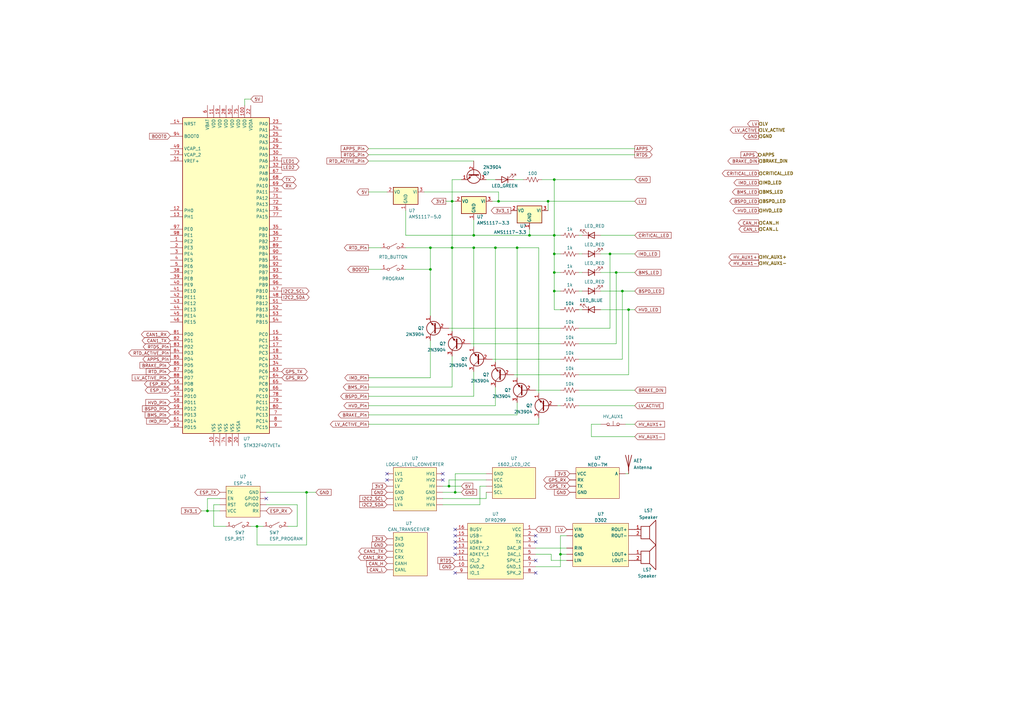
<source format=kicad_sch>
(kicad_sch (version 20211123) (generator eeschema)

  (uuid 31be9b9f-b42e-4cfe-abbd-18b1a41838c5)

  (paper "A3")

  (lib_symbols
    (symbol "A-FA_PARTS:1602_LCD_I2C" (in_bom yes) (on_board yes)
      (property "Reference" "U" (id 0) (at 0 0 0)
        (effects (font (size 1.27 1.27)))
      )
      (property "Value" "1602_LCD_I2C" (id 1) (at 0 0 0)
        (effects (font (size 1.27 1.27)))
      )
      (property "Footprint" "" (id 2) (at 0 0 0)
        (effects (font (size 1.27 1.27)) hide)
      )
      (property "Datasheet" "" (id 3) (at 0 0 0)
        (effects (font (size 1.27 1.27)) hide)
      )
      (symbol "1602_LCD_I2C_0_1"
        (rectangle (start -8.89 -13.97) (end 8.89 -1.27)
          (stroke (width 0.1524) (type default) (color 0 0 0 0))
          (fill (type background))
        )
      )
      (symbol "1602_LCD_I2C_1_1"
        (pin input line (at -11.43 -3.81 0) (length 2.54)
          (name "GND" (effects (font (size 1.27 1.27))))
          (number "" (effects (font (size 1.27 1.27))))
        )
        (pin input line (at -11.43 -11.43 0) (length 2.54)
          (name "SCL" (effects (font (size 1.27 1.27))))
          (number "" (effects (font (size 1.27 1.27))))
        )
        (pin input line (at -11.43 -8.89 0) (length 2.54)
          (name "SDA" (effects (font (size 1.27 1.27))))
          (number "" (effects (font (size 1.27 1.27))))
        )
        (pin input line (at -11.43 -6.35 0) (length 2.54)
          (name "VCC" (effects (font (size 1.27 1.27))))
          (number "" (effects (font (size 1.27 1.27))))
        )
      )
    )
    (symbol "A-FA_PARTS:CAN_TRANSCEIVER" (in_bom yes) (on_board yes)
      (property "Reference" "U" (id 0) (at 2.54 -1.27 0)
        (effects (font (size 1.27 1.27)))
      )
      (property "Value" "CAN_TRANSCEIVER" (id 1) (at 0 -1.27 0)
        (effects (font (size 1.27 1.27)))
      )
      (property "Footprint" "" (id 2) (at 2.54 -1.27 0)
        (effects (font (size 1.27 1.27)) hide)
      )
      (property "Datasheet" "" (id 3) (at 2.54 -1.27 0)
        (effects (font (size 1.27 1.27)) hide)
      )
      (symbol "CAN_TRANSCEIVER_0_1"
        (rectangle (start -6.35 -2.54) (end 7.62 -20.32)
          (stroke (width 0.1524) (type default) (color 0 0 0 0))
          (fill (type background))
        )
      )
      (symbol "CAN_TRANSCEIVER_1_1"
        (pin input line (at -8.89 -5.08 0) (length 2.54)
          (name "3V3" (effects (font (size 1.27 1.27))))
          (number "" (effects (font (size 1.27 1.27))))
        )
        (pin input line (at -8.89 -15.24 0) (length 2.54)
          (name "CANH" (effects (font (size 1.27 1.27))))
          (number "" (effects (font (size 1.27 1.27))))
        )
        (pin input line (at -8.89 -17.78 0) (length 2.54)
          (name "CANL" (effects (font (size 1.27 1.27))))
          (number "" (effects (font (size 1.27 1.27))))
        )
        (pin input line (at -8.89 -12.7 0) (length 2.54)
          (name "CRX" (effects (font (size 1.27 1.27))))
          (number "" (effects (font (size 1.27 1.27))))
        )
        (pin input line (at -8.89 -10.16 0) (length 2.54)
          (name "CTX" (effects (font (size 1.27 1.27))))
          (number "" (effects (font (size 1.27 1.27))))
        )
        (pin input line (at -8.89 -7.62 0) (length 2.54)
          (name "GND" (effects (font (size 1.27 1.27))))
          (number "" (effects (font (size 1.27 1.27))))
        )
      )
    )
    (symbol "A-FA_PARTS:D302" (in_bom yes) (on_board yes)
      (property "Reference" "U?" (id 0) (at 0 3.81 0)
        (effects (font (size 1.27 1.27)))
      )
      (property "Value" "D302" (id 1) (at 0 1.0349 0)
        (effects (font (size 1.27 1.27)))
      )
      (property "Footprint" "" (id 2) (at 0 0 0)
        (effects (font (size 1.27 1.27)) hide)
      )
      (property "Datasheet" "" (id 3) (at 0 0 0)
        (effects (font (size 1.27 1.27)) hide)
      )
      (symbol "D302_0_1"
        (rectangle (start -11.43 -1.27) (end 11.43 -19.05)
          (stroke (width 0.1524) (type default) (color 0 0 0 0))
          (fill (type background))
        )
      )
      (symbol "D302_1_1"
        (pin input line (at 13.97 -13.97 180) (length 2.54)
          (name "GND" (effects (font (size 1.27 1.27))))
          (number "" (effects (font (size 1.27 1.27))))
        )
        (pin input line (at 13.97 -6.35 180) (length 2.54)
          (name "GND" (effects (font (size 1.27 1.27))))
          (number "" (effects (font (size 1.27 1.27))))
        )
        (pin input line (at 13.97 -16.51 180) (length 2.54)
          (name "LIN" (effects (font (size 1.27 1.27))))
          (number "" (effects (font (size 1.27 1.27))))
        )
        (pin input line (at -13.97 -13.97 0) (length 2.54)
          (name "LOUT+" (effects (font (size 1.27 1.27))))
          (number "" (effects (font (size 1.27 1.27))))
        )
        (pin input line (at -13.97 -16.51 0) (length 2.54)
          (name "LOUT-" (effects (font (size 1.27 1.27))))
          (number "" (effects (font (size 1.27 1.27))))
        )
        (pin input line (at 13.97 -11.43 180) (length 2.54)
          (name "RIN" (effects (font (size 1.27 1.27))))
          (number "" (effects (font (size 1.27 1.27))))
        )
        (pin input line (at -13.97 -3.81 0) (length 2.54)
          (name "ROUT+" (effects (font (size 1.27 1.27))))
          (number "" (effects (font (size 1.27 1.27))))
        )
        (pin input line (at -13.97 -6.35 0) (length 2.54)
          (name "ROUT-" (effects (font (size 1.27 1.27))))
          (number "" (effects (font (size 1.27 1.27))))
        )
        (pin input line (at 13.97 -3.81 180) (length 2.54)
          (name "VIN" (effects (font (size 1.27 1.27))))
          (number "" (effects (font (size 1.27 1.27))))
        )
      )
    )
    (symbol "A-FA_PARTS:ESP-01" (in_bom yes) (on_board yes)
      (property "Reference" "U" (id 0) (at 0 0 0)
        (effects (font (size 1.27 1.27)))
      )
      (property "Value" "ESP-01" (id 1) (at 0 0 0)
        (effects (font (size 1.27 1.27)))
      )
      (property "Footprint" "" (id 2) (at 0 0 0)
        (effects (font (size 1.27 1.27)) hide)
      )
      (property "Datasheet" "" (id 3) (at 0 0 0)
        (effects (font (size 1.27 1.27)) hide)
      )
      (symbol "ESP-01_0_1"
        (rectangle (start -8.89 -1.27) (end 5.08 -13.97)
          (stroke (width 0.1524) (type default) (color 0 0 0 0))
          (fill (type background))
        )
      )
      (symbol "ESP-01_1_1"
        (pin input line (at -11.43 -6.35 0) (length 2.54)
          (name "EN" (effects (font (size 1.27 1.27))))
          (number "" (effects (font (size 1.27 1.27))))
        )
        (pin input line (at 7.62 -3.81 180) (length 2.54)
          (name "GND" (effects (font (size 1.27 1.27))))
          (number "" (effects (font (size 1.27 1.27))))
        )
        (pin input line (at 7.62 -8.89 180) (length 2.54)
          (name "GPIO0" (effects (font (size 1.27 1.27))))
          (number "" (effects (font (size 1.27 1.27))))
        )
        (pin input line (at 7.62 -6.35 180) (length 2.54)
          (name "GPIO2" (effects (font (size 1.27 1.27))))
          (number "" (effects (font (size 1.27 1.27))))
        )
        (pin input line (at -11.43 -8.89 0) (length 2.54)
          (name "RST" (effects (font (size 1.27 1.27))))
          (number "" (effects (font (size 1.27 1.27))))
        )
        (pin input line (at 7.62 -11.43 180) (length 2.54)
          (name "RX" (effects (font (size 1.27 1.27))))
          (number "" (effects (font (size 1.27 1.27))))
        )
        (pin input line (at -11.43 -3.81 0) (length 2.54)
          (name "TX" (effects (font (size 1.27 1.27))))
          (number "" (effects (font (size 1.27 1.27))))
        )
        (pin input line (at -11.43 -11.43 0) (length 2.54)
          (name "VCC" (effects (font (size 1.27 1.27))))
          (number "" (effects (font (size 1.27 1.27))))
        )
      )
    )
    (symbol "A-FA_PARTS:LOGIC_LEVEL_CONVERTER" (in_bom yes) (on_board yes)
      (property "Reference" "U" (id 0) (at 0 0 0)
        (effects (font (size 1.27 1.27)))
      )
      (property "Value" "LOGIC_LEVEL_CONVERTER" (id 1) (at 0 0 0)
        (effects (font (size 1.27 1.27)))
      )
      (property "Footprint" "" (id 2) (at 0 0 0)
        (effects (font (size 1.27 1.27)) hide)
      )
      (property "Datasheet" "" (id 3) (at 0 0 0)
        (effects (font (size 1.27 1.27)) hide)
      )
      (symbol "LOGIC_LEVEL_CONVERTER_0_1"
        (rectangle (start -8.89 -1.27) (end 8.89 -19.05)
          (stroke (width 0.1524) (type default) (color 0 0 0 0))
          (fill (type background))
        )
      )
      (symbol "LOGIC_LEVEL_CONVERTER_1_1"
        (pin input line (at -11.43 -11.43 0) (length 2.54)
          (name "GND" (effects (font (size 1.27 1.27))))
          (number "" (effects (font (size 1.27 1.27))))
        )
        (pin input line (at 11.43 -11.43 180) (length 2.54)
          (name "GND" (effects (font (size 1.27 1.27))))
          (number "" (effects (font (size 1.27 1.27))))
        )
        (pin input line (at -11.43 -8.89 0) (length 2.54)
          (name "HV" (effects (font (size 1.27 1.27))))
          (number "" (effects (font (size 1.27 1.27))))
        )
        (pin input line (at -11.43 -3.81 0) (length 2.54)
          (name "HV1" (effects (font (size 1.27 1.27))))
          (number "" (effects (font (size 1.27 1.27))))
        )
        (pin input line (at -11.43 -6.35 0) (length 2.54)
          (name "HV2" (effects (font (size 1.27 1.27))))
          (number "" (effects (font (size 1.27 1.27))))
        )
        (pin input line (at -11.43 -13.97 0) (length 2.54)
          (name "HV3" (effects (font (size 1.27 1.27))))
          (number "" (effects (font (size 1.27 1.27))))
        )
        (pin input line (at -11.43 -16.51 0) (length 2.54)
          (name "HV4" (effects (font (size 1.27 1.27))))
          (number "" (effects (font (size 1.27 1.27))))
        )
        (pin input line (at 11.43 -8.89 180) (length 2.54)
          (name "LV" (effects (font (size 1.27 1.27))))
          (number "" (effects (font (size 1.27 1.27))))
        )
        (pin input line (at 11.43 -3.81 180) (length 2.54)
          (name "LV1" (effects (font (size 1.27 1.27))))
          (number "" (effects (font (size 1.27 1.27))))
        )
        (pin input line (at 11.43 -6.35 180) (length 2.54)
          (name "LV2" (effects (font (size 1.27 1.27))))
          (number "" (effects (font (size 1.27 1.27))))
        )
        (pin input line (at 11.43 -13.97 180) (length 2.54)
          (name "LV3" (effects (font (size 1.27 1.27))))
          (number "" (effects (font (size 1.27 1.27))))
        )
        (pin input line (at 11.43 -16.51 180) (length 2.54)
          (name "LV4" (effects (font (size 1.27 1.27))))
          (number "" (effects (font (size 1.27 1.27))))
        )
      )
    )
    (symbol "A-FA_PARTS:NEO-7M" (in_bom yes) (on_board yes)
      (property "Reference" "U" (id 0) (at 0 0 0)
        (effects (font (size 1.27 1.27)))
      )
      (property "Value" "NEO-7M" (id 1) (at 0 0 0)
        (effects (font (size 1.27 1.27)))
      )
      (property "Footprint" "" (id 2) (at 0 0 0)
        (effects (font (size 1.27 1.27)) hide)
      )
      (property "Datasheet" "" (id 3) (at 0 0 0)
        (effects (font (size 1.27 1.27)) hide)
      )
      (symbol "NEO-7M_0_1"
        (rectangle (start -8.89 -13.97) (end 8.89 -1.27)
          (stroke (width 0.1524) (type default) (color 0 0 0 0))
          (fill (type background))
        )
      )
      (symbol "NEO-7M_1_1"
        (pin input line (at 11.43 -3.81 180) (length 2.54)
          (name "A" (effects (font (size 1.27 1.27))))
          (number "" (effects (font (size 1.27 1.27))))
        )
        (pin input line (at -11.43 -11.43 0) (length 2.54)
          (name "GND" (effects (font (size 1.27 1.27))))
          (number "" (effects (font (size 1.27 1.27))))
        )
        (pin input line (at -11.43 -6.35 0) (length 2.54)
          (name "RX" (effects (font (size 1.27 1.27))))
          (number "" (effects (font (size 1.27 1.27))))
        )
        (pin input line (at -11.43 -8.89 0) (length 2.54)
          (name "TX" (effects (font (size 1.27 1.27))))
          (number "" (effects (font (size 1.27 1.27))))
        )
        (pin input line (at -11.43 -3.81 0) (length 2.54)
          (name "VCC" (effects (font (size 1.27 1.27))))
          (number "" (effects (font (size 1.27 1.27))))
        )
      )
    )
    (symbol "DFR0299:DFR0299" (pin_names (offset 0.762)) (in_bom yes) (on_board yes)
      (property "Reference" "U" (id 0) (at 29.21 7.62 0)
        (effects (font (size 1.27 1.27)) (justify left))
      )
      (property "Value" "DFR0299" (id 1) (at 29.21 5.08 0)
        (effects (font (size 1.27 1.27)) (justify left))
      )
      (property "Footprint" "DIPS1778W50P254L2100H170Q16N" (id 2) (at 29.21 2.54 0)
        (effects (font (size 1.27 1.27)) (justify left) hide)
      )
      (property "Datasheet" "https://github.com/Arduinolibrary/DFPlayer_Mini_mp3/raw/master/DFPlayer%20Mini%20Manual.pdf" (id 3) (at 29.21 0 0)
        (effects (font (size 1.27 1.27)) (justify left) hide)
      )
      (property "Description" "DFRobot Accessories DFPlayer" (id 4) (at 29.21 -2.54 0)
        (effects (font (size 1.27 1.27)) (justify left) hide)
      )
      (property "Height" "1.7" (id 5) (at 29.21 -5.08 0)
        (effects (font (size 1.27 1.27)) (justify left) hide)
      )
      (property "Manufacturer_Name" "DFRobot" (id 6) (at 29.21 -7.62 0)
        (effects (font (size 1.27 1.27)) (justify left) hide)
      )
      (property "Manufacturer_Part_Number" "DFR0299" (id 7) (at 29.21 -10.16 0)
        (effects (font (size 1.27 1.27)) (justify left) hide)
      )
      (property "Mouser Part Number" "426-DFR0299" (id 8) (at 29.21 -12.7 0)
        (effects (font (size 1.27 1.27)) (justify left) hide)
      )
      (property "Mouser Price/Stock" "https://www.mouser.co.uk/ProductDetail/DFRobot/DFR0299?qs=Zcin8yvlhnPSNhqM2hweWw%3D%3D" (id 9) (at 29.21 -15.24 0)
        (effects (font (size 1.27 1.27)) (justify left) hide)
      )
      (property "Arrow Part Number" "DFR0299" (id 10) (at 29.21 -17.78 0)
        (effects (font (size 1.27 1.27)) (justify left) hide)
      )
      (property "Arrow Price/Stock" "https://www.arrow.com/en/products/dfr0299/dfrobot?region=nac" (id 11) (at 29.21 -20.32 0)
        (effects (font (size 1.27 1.27)) (justify left) hide)
      )
      (property "ki_description" "DFRobot Accessories DFPlayer" (id 12) (at 0 0 0)
        (effects (font (size 1.27 1.27)) hide)
      )
      (symbol "DFR0299_0_0"
        (pin power_in line (at 0 0 0) (length 5.08)
          (name "VCC" (effects (font (size 1.27 1.27))))
          (number "1" (effects (font (size 1.27 1.27))))
        )
        (pin power_in line (at 33.02 -15.24 180) (length 5.08)
          (name "GND_2" (effects (font (size 1.27 1.27))))
          (number "10" (effects (font (size 1.27 1.27))))
        )
        (pin input line (at 33.02 -12.7 180) (length 5.08)
          (name "IO_2" (effects (font (size 1.27 1.27))))
          (number "11" (effects (font (size 1.27 1.27))))
        )
        (pin input line (at 33.02 -10.16 180) (length 5.08)
          (name "ADKEY_1" (effects (font (size 1.27 1.27))))
          (number "12" (effects (font (size 1.27 1.27))))
        )
        (pin input line (at 33.02 -7.62 180) (length 5.08)
          (name "ADKEY_2" (effects (font (size 1.27 1.27))))
          (number "13" (effects (font (size 1.27 1.27))))
        )
        (pin bidirectional line (at 33.02 -5.08 180) (length 5.08)
          (name "USB+" (effects (font (size 1.27 1.27))))
          (number "14" (effects (font (size 1.27 1.27))))
        )
        (pin bidirectional line (at 33.02 -2.54 180) (length 5.08)
          (name "USB-" (effects (font (size 1.27 1.27))))
          (number "15" (effects (font (size 1.27 1.27))))
        )
        (pin output line (at 33.02 0 180) (length 5.08)
          (name "BUSY" (effects (font (size 1.27 1.27))))
          (number "16" (effects (font (size 1.27 1.27))))
        )
        (pin input line (at 0 -2.54 0) (length 5.08)
          (name "RX" (effects (font (size 1.27 1.27))))
          (number "2" (effects (font (size 1.27 1.27))))
        )
        (pin output line (at 0 -5.08 0) (length 5.08)
          (name "TX" (effects (font (size 1.27 1.27))))
          (number "3" (effects (font (size 1.27 1.27))))
        )
        (pin output line (at 0 -7.62 0) (length 5.08)
          (name "DAC_R" (effects (font (size 1.27 1.27))))
          (number "4" (effects (font (size 1.27 1.27))))
        )
        (pin output line (at 0 -10.16 0) (length 5.08)
          (name "DAC_L" (effects (font (size 1.27 1.27))))
          (number "5" (effects (font (size 1.27 1.27))))
        )
        (pin output line (at 0 -12.7 0) (length 5.08)
          (name "SPK_1" (effects (font (size 1.27 1.27))))
          (number "6" (effects (font (size 1.27 1.27))))
        )
        (pin power_in line (at 0 -15.24 0) (length 5.08)
          (name "GND_1" (effects (font (size 1.27 1.27))))
          (number "7" (effects (font (size 1.27 1.27))))
        )
        (pin output line (at 0 -17.78 0) (length 5.08)
          (name "SPK_2" (effects (font (size 1.27 1.27))))
          (number "8" (effects (font (size 1.27 1.27))))
        )
        (pin input line (at 33.02 -17.78 180) (length 5.08)
          (name "IO_1" (effects (font (size 1.27 1.27))))
          (number "9" (effects (font (size 1.27 1.27))))
        )
      )
      (symbol "DFR0299_0_1"
        (polyline
          (pts
            (xy 5.08 2.54)
            (xy 27.94 2.54)
            (xy 27.94 -20.32)
            (xy 5.08 -20.32)
            (xy 5.08 2.54)
          )
          (stroke (width 0.1524) (type default) (color 0 0 0 0))
          (fill (type background))
        )
      )
    )
    (symbol "Device:Antenna" (pin_numbers hide) (pin_names (offset 1.016) hide) (in_bom yes) (on_board yes)
      (property "Reference" "AE" (id 0) (at -1.905 1.905 0)
        (effects (font (size 1.27 1.27)) (justify right))
      )
      (property "Value" "Antenna" (id 1) (at -1.905 0 0)
        (effects (font (size 1.27 1.27)) (justify right))
      )
      (property "Footprint" "" (id 2) (at 0 0 0)
        (effects (font (size 1.27 1.27)) hide)
      )
      (property "Datasheet" "~" (id 3) (at 0 0 0)
        (effects (font (size 1.27 1.27)) hide)
      )
      (property "ki_keywords" "antenna" (id 4) (at 0 0 0)
        (effects (font (size 1.27 1.27)) hide)
      )
      (property "ki_description" "Antenna" (id 5) (at 0 0 0)
        (effects (font (size 1.27 1.27)) hide)
      )
      (symbol "Antenna_0_1"
        (polyline
          (pts
            (xy 0 2.54)
            (xy 0 -3.81)
          )
          (stroke (width 0.254) (type default) (color 0 0 0 0))
          (fill (type none))
        )
        (polyline
          (pts
            (xy 1.27 2.54)
            (xy 0 -2.54)
            (xy -1.27 2.54)
          )
          (stroke (width 0.254) (type default) (color 0 0 0 0))
          (fill (type none))
        )
      )
      (symbol "Antenna_1_1"
        (pin input line (at 0 -5.08 90) (length 2.54)
          (name "A" (effects (font (size 1.27 1.27))))
          (number "1" (effects (font (size 1.27 1.27))))
        )
      )
    )
    (symbol "Device:LED" (pin_numbers hide) (pin_names (offset 1.016) hide) (in_bom yes) (on_board yes)
      (property "Reference" "D" (id 0) (at 0 2.54 0)
        (effects (font (size 1.27 1.27)))
      )
      (property "Value" "LED" (id 1) (at 0 -2.54 0)
        (effects (font (size 1.27 1.27)))
      )
      (property "Footprint" "" (id 2) (at 0 0 0)
        (effects (font (size 1.27 1.27)) hide)
      )
      (property "Datasheet" "~" (id 3) (at 0 0 0)
        (effects (font (size 1.27 1.27)) hide)
      )
      (property "ki_keywords" "LED diode" (id 4) (at 0 0 0)
        (effects (font (size 1.27 1.27)) hide)
      )
      (property "ki_description" "Light emitting diode" (id 5) (at 0 0 0)
        (effects (font (size 1.27 1.27)) hide)
      )
      (property "ki_fp_filters" "LED* LED_SMD:* LED_THT:*" (id 6) (at 0 0 0)
        (effects (font (size 1.27 1.27)) hide)
      )
      (symbol "LED_0_1"
        (polyline
          (pts
            (xy -1.27 -1.27)
            (xy -1.27 1.27)
          )
          (stroke (width 0.254) (type default) (color 0 0 0 0))
          (fill (type none))
        )
        (polyline
          (pts
            (xy -1.27 0)
            (xy 1.27 0)
          )
          (stroke (width 0) (type default) (color 0 0 0 0))
          (fill (type none))
        )
        (polyline
          (pts
            (xy 1.27 -1.27)
            (xy 1.27 1.27)
            (xy -1.27 0)
            (xy 1.27 -1.27)
          )
          (stroke (width 0.254) (type default) (color 0 0 0 0))
          (fill (type none))
        )
        (polyline
          (pts
            (xy -3.048 -0.762)
            (xy -4.572 -2.286)
            (xy -3.81 -2.286)
            (xy -4.572 -2.286)
            (xy -4.572 -1.524)
          )
          (stroke (width 0) (type default) (color 0 0 0 0))
          (fill (type none))
        )
        (polyline
          (pts
            (xy -1.778 -0.762)
            (xy -3.302 -2.286)
            (xy -2.54 -2.286)
            (xy -3.302 -2.286)
            (xy -3.302 -1.524)
          )
          (stroke (width 0) (type default) (color 0 0 0 0))
          (fill (type none))
        )
      )
      (symbol "LED_1_1"
        (pin passive line (at -3.81 0 0) (length 2.54)
          (name "K" (effects (font (size 1.27 1.27))))
          (number "1" (effects (font (size 1.27 1.27))))
        )
        (pin passive line (at 3.81 0 180) (length 2.54)
          (name "A" (effects (font (size 1.27 1.27))))
          (number "2" (effects (font (size 1.27 1.27))))
        )
      )
    )
    (symbol "Device:R_US" (pin_numbers hide) (pin_names (offset 0)) (in_bom yes) (on_board yes)
      (property "Reference" "R" (id 0) (at 2.54 0 90)
        (effects (font (size 1.27 1.27)))
      )
      (property "Value" "R_US" (id 1) (at -2.54 0 90)
        (effects (font (size 1.27 1.27)))
      )
      (property "Footprint" "" (id 2) (at 1.016 -0.254 90)
        (effects (font (size 1.27 1.27)) hide)
      )
      (property "Datasheet" "~" (id 3) (at 0 0 0)
        (effects (font (size 1.27 1.27)) hide)
      )
      (property "ki_keywords" "R res resistor" (id 4) (at 0 0 0)
        (effects (font (size 1.27 1.27)) hide)
      )
      (property "ki_description" "Resistor, US symbol" (id 5) (at 0 0 0)
        (effects (font (size 1.27 1.27)) hide)
      )
      (property "ki_fp_filters" "R_*" (id 6) (at 0 0 0)
        (effects (font (size 1.27 1.27)) hide)
      )
      (symbol "R_US_0_1"
        (polyline
          (pts
            (xy 0 -2.286)
            (xy 0 -2.54)
          )
          (stroke (width 0) (type default) (color 0 0 0 0))
          (fill (type none))
        )
        (polyline
          (pts
            (xy 0 2.286)
            (xy 0 2.54)
          )
          (stroke (width 0) (type default) (color 0 0 0 0))
          (fill (type none))
        )
        (polyline
          (pts
            (xy 0 -0.762)
            (xy 1.016 -1.143)
            (xy 0 -1.524)
            (xy -1.016 -1.905)
            (xy 0 -2.286)
          )
          (stroke (width 0) (type default) (color 0 0 0 0))
          (fill (type none))
        )
        (polyline
          (pts
            (xy 0 0.762)
            (xy 1.016 0.381)
            (xy 0 0)
            (xy -1.016 -0.381)
            (xy 0 -0.762)
          )
          (stroke (width 0) (type default) (color 0 0 0 0))
          (fill (type none))
        )
        (polyline
          (pts
            (xy 0 2.286)
            (xy 1.016 1.905)
            (xy 0 1.524)
            (xy -1.016 1.143)
            (xy 0 0.762)
          )
          (stroke (width 0) (type default) (color 0 0 0 0))
          (fill (type none))
        )
      )
      (symbol "R_US_1_1"
        (pin passive line (at 0 3.81 270) (length 1.27)
          (name "~" (effects (font (size 1.27 1.27))))
          (number "1" (effects (font (size 1.27 1.27))))
        )
        (pin passive line (at 0 -3.81 90) (length 1.27)
          (name "~" (effects (font (size 1.27 1.27))))
          (number "2" (effects (font (size 1.27 1.27))))
        )
      )
    )
    (symbol "Device:Speaker" (pin_names (offset 0) hide) (in_bom yes) (on_board yes)
      (property "Reference" "LS" (id 0) (at 1.27 5.715 0)
        (effects (font (size 1.27 1.27)) (justify right))
      )
      (property "Value" "Speaker" (id 1) (at 1.27 3.81 0)
        (effects (font (size 1.27 1.27)) (justify right))
      )
      (property "Footprint" "" (id 2) (at 0 -5.08 0)
        (effects (font (size 1.27 1.27)) hide)
      )
      (property "Datasheet" "~" (id 3) (at -0.254 -1.27 0)
        (effects (font (size 1.27 1.27)) hide)
      )
      (property "ki_keywords" "speaker sound" (id 4) (at 0 0 0)
        (effects (font (size 1.27 1.27)) hide)
      )
      (property "ki_description" "Speaker" (id 5) (at 0 0 0)
        (effects (font (size 1.27 1.27)) hide)
      )
      (symbol "Speaker_0_0"
        (rectangle (start -2.54 1.27) (end 1.016 -3.81)
          (stroke (width 0.254) (type default) (color 0 0 0 0))
          (fill (type none))
        )
        (polyline
          (pts
            (xy 1.016 1.27)
            (xy 3.556 3.81)
            (xy 3.556 -6.35)
            (xy 1.016 -3.81)
          )
          (stroke (width 0.254) (type default) (color 0 0 0 0))
          (fill (type none))
        )
      )
      (symbol "Speaker_1_1"
        (pin input line (at -5.08 0 0) (length 2.54)
          (name "1" (effects (font (size 1.27 1.27))))
          (number "1" (effects (font (size 1.27 1.27))))
        )
        (pin input line (at -5.08 -2.54 0) (length 2.54)
          (name "2" (effects (font (size 1.27 1.27))))
          (number "2" (effects (font (size 1.27 1.27))))
        )
      )
    )
    (symbol "MCU_ST_STM32F4:STM32F407VETx" (in_bom yes) (on_board yes)
      (property "Reference" "U" (id 0) (at -17.78 64.77 0)
        (effects (font (size 1.27 1.27)) (justify left))
      )
      (property "Value" "STM32F407VETx" (id 1) (at 12.7 64.77 0)
        (effects (font (size 1.27 1.27)) (justify left))
      )
      (property "Footprint" "Package_QFP:LQFP-100_14x14mm_P0.5mm" (id 2) (at -17.78 -66.04 0)
        (effects (font (size 1.27 1.27)) (justify right) hide)
      )
      (property "Datasheet" "http://www.st.com/st-web-ui/static/active/en/resource/technical/document/datasheet/DM00037051.pdf" (id 3) (at 0 0 0)
        (effects (font (size 1.27 1.27)) hide)
      )
      (property "ki_keywords" "ARM Cortex-M4 STM32F4 STM32F407/417" (id 4) (at 0 0 0)
        (effects (font (size 1.27 1.27)) hide)
      )
      (property "ki_description" "ARM Cortex-M4 MCU, 512KB flash, 128KB RAM, 168MHz, 1.8-3.6V, 82 GPIO, LQFP-100" (id 5) (at 0 0 0)
        (effects (font (size 1.27 1.27)) hide)
      )
      (property "ki_fp_filters" "LQFP*14x14mm*P0.5mm*" (id 6) (at 0 0 0)
        (effects (font (size 1.27 1.27)) hide)
      )
      (symbol "STM32F407VETx_0_1"
        (rectangle (start -17.78 -66.04) (end 17.78 63.5)
          (stroke (width 0.254) (type default) (color 0 0 0 0))
          (fill (type background))
        )
      )
      (symbol "STM32F407VETx_1_1"
        (pin bidirectional line (at -22.86 12.7 0) (length 5.08)
          (name "PE2" (effects (font (size 1.27 1.27))))
          (number "1" (effects (font (size 1.27 1.27))))
        )
        (pin power_in line (at -5.08 -71.12 90) (length 5.08)
          (name "VSS" (effects (font (size 1.27 1.27))))
          (number "10" (effects (font (size 1.27 1.27))))
        )
        (pin power_in line (at 7.62 68.58 270) (length 5.08)
          (name "VDD" (effects (font (size 1.27 1.27))))
          (number "100" (effects (font (size 1.27 1.27))))
        )
        (pin power_in line (at -5.08 68.58 270) (length 5.08)
          (name "VDD" (effects (font (size 1.27 1.27))))
          (number "11" (effects (font (size 1.27 1.27))))
        )
        (pin input line (at -22.86 25.4 0) (length 5.08)
          (name "PH0" (effects (font (size 1.27 1.27))))
          (number "12" (effects (font (size 1.27 1.27))))
        )
        (pin input line (at -22.86 22.86 0) (length 5.08)
          (name "PH1" (effects (font (size 1.27 1.27))))
          (number "13" (effects (font (size 1.27 1.27))))
        )
        (pin input line (at -22.86 60.96 0) (length 5.08)
          (name "NRST" (effects (font (size 1.27 1.27))))
          (number "14" (effects (font (size 1.27 1.27))))
        )
        (pin bidirectional line (at 22.86 -25.4 180) (length 5.08)
          (name "PC0" (effects (font (size 1.27 1.27))))
          (number "15" (effects (font (size 1.27 1.27))))
        )
        (pin bidirectional line (at 22.86 -27.94 180) (length 5.08)
          (name "PC1" (effects (font (size 1.27 1.27))))
          (number "16" (effects (font (size 1.27 1.27))))
        )
        (pin bidirectional line (at 22.86 -30.48 180) (length 5.08)
          (name "PC2" (effects (font (size 1.27 1.27))))
          (number "17" (effects (font (size 1.27 1.27))))
        )
        (pin bidirectional line (at 22.86 -33.02 180) (length 5.08)
          (name "PC3" (effects (font (size 1.27 1.27))))
          (number "18" (effects (font (size 1.27 1.27))))
        )
        (pin power_in line (at -2.54 68.58 270) (length 5.08)
          (name "VDD" (effects (font (size 1.27 1.27))))
          (number "19" (effects (font (size 1.27 1.27))))
        )
        (pin bidirectional line (at -22.86 10.16 0) (length 5.08)
          (name "PE3" (effects (font (size 1.27 1.27))))
          (number "2" (effects (font (size 1.27 1.27))))
        )
        (pin power_in line (at 5.08 -71.12 90) (length 5.08)
          (name "VSSA" (effects (font (size 1.27 1.27))))
          (number "20" (effects (font (size 1.27 1.27))))
        )
        (pin power_in line (at -22.86 45.72 0) (length 5.08)
          (name "VREF+" (effects (font (size 1.27 1.27))))
          (number "21" (effects (font (size 1.27 1.27))))
        )
        (pin power_in line (at 10.16 68.58 270) (length 5.08)
          (name "VDDA" (effects (font (size 1.27 1.27))))
          (number "22" (effects (font (size 1.27 1.27))))
        )
        (pin bidirectional line (at 22.86 60.96 180) (length 5.08)
          (name "PA0" (effects (font (size 1.27 1.27))))
          (number "23" (effects (font (size 1.27 1.27))))
        )
        (pin bidirectional line (at 22.86 58.42 180) (length 5.08)
          (name "PA1" (effects (font (size 1.27 1.27))))
          (number "24" (effects (font (size 1.27 1.27))))
        )
        (pin bidirectional line (at 22.86 55.88 180) (length 5.08)
          (name "PA2" (effects (font (size 1.27 1.27))))
          (number "25" (effects (font (size 1.27 1.27))))
        )
        (pin bidirectional line (at 22.86 53.34 180) (length 5.08)
          (name "PA3" (effects (font (size 1.27 1.27))))
          (number "26" (effects (font (size 1.27 1.27))))
        )
        (pin power_in line (at -2.54 -71.12 90) (length 5.08)
          (name "VSS" (effects (font (size 1.27 1.27))))
          (number "27" (effects (font (size 1.27 1.27))))
        )
        (pin power_in line (at 0 68.58 270) (length 5.08)
          (name "VDD" (effects (font (size 1.27 1.27))))
          (number "28" (effects (font (size 1.27 1.27))))
        )
        (pin bidirectional line (at 22.86 50.8 180) (length 5.08)
          (name "PA4" (effects (font (size 1.27 1.27))))
          (number "29" (effects (font (size 1.27 1.27))))
        )
        (pin bidirectional line (at -22.86 7.62 0) (length 5.08)
          (name "PE4" (effects (font (size 1.27 1.27))))
          (number "3" (effects (font (size 1.27 1.27))))
        )
        (pin bidirectional line (at 22.86 48.26 180) (length 5.08)
          (name "PA5" (effects (font (size 1.27 1.27))))
          (number "30" (effects (font (size 1.27 1.27))))
        )
        (pin bidirectional line (at 22.86 45.72 180) (length 5.08)
          (name "PA6" (effects (font (size 1.27 1.27))))
          (number "31" (effects (font (size 1.27 1.27))))
        )
        (pin bidirectional line (at 22.86 43.18 180) (length 5.08)
          (name "PA7" (effects (font (size 1.27 1.27))))
          (number "32" (effects (font (size 1.27 1.27))))
        )
        (pin bidirectional line (at 22.86 -35.56 180) (length 5.08)
          (name "PC4" (effects (font (size 1.27 1.27))))
          (number "33" (effects (font (size 1.27 1.27))))
        )
        (pin bidirectional line (at 22.86 -38.1 180) (length 5.08)
          (name "PC5" (effects (font (size 1.27 1.27))))
          (number "34" (effects (font (size 1.27 1.27))))
        )
        (pin bidirectional line (at 22.86 17.78 180) (length 5.08)
          (name "PB0" (effects (font (size 1.27 1.27))))
          (number "35" (effects (font (size 1.27 1.27))))
        )
        (pin bidirectional line (at 22.86 15.24 180) (length 5.08)
          (name "PB1" (effects (font (size 1.27 1.27))))
          (number "36" (effects (font (size 1.27 1.27))))
        )
        (pin bidirectional line (at 22.86 12.7 180) (length 5.08)
          (name "PB2" (effects (font (size 1.27 1.27))))
          (number "37" (effects (font (size 1.27 1.27))))
        )
        (pin bidirectional line (at -22.86 0 0) (length 5.08)
          (name "PE7" (effects (font (size 1.27 1.27))))
          (number "38" (effects (font (size 1.27 1.27))))
        )
        (pin bidirectional line (at -22.86 -2.54 0) (length 5.08)
          (name "PE8" (effects (font (size 1.27 1.27))))
          (number "39" (effects (font (size 1.27 1.27))))
        )
        (pin bidirectional line (at -22.86 5.08 0) (length 5.08)
          (name "PE5" (effects (font (size 1.27 1.27))))
          (number "4" (effects (font (size 1.27 1.27))))
        )
        (pin bidirectional line (at -22.86 -5.08 0) (length 5.08)
          (name "PE9" (effects (font (size 1.27 1.27))))
          (number "40" (effects (font (size 1.27 1.27))))
        )
        (pin bidirectional line (at -22.86 -7.62 0) (length 5.08)
          (name "PE10" (effects (font (size 1.27 1.27))))
          (number "41" (effects (font (size 1.27 1.27))))
        )
        (pin bidirectional line (at -22.86 -10.16 0) (length 5.08)
          (name "PE11" (effects (font (size 1.27 1.27))))
          (number "42" (effects (font (size 1.27 1.27))))
        )
        (pin bidirectional line (at -22.86 -12.7 0) (length 5.08)
          (name "PE12" (effects (font (size 1.27 1.27))))
          (number "43" (effects (font (size 1.27 1.27))))
        )
        (pin bidirectional line (at -22.86 -15.24 0) (length 5.08)
          (name "PE13" (effects (font (size 1.27 1.27))))
          (number "44" (effects (font (size 1.27 1.27))))
        )
        (pin bidirectional line (at -22.86 -17.78 0) (length 5.08)
          (name "PE14" (effects (font (size 1.27 1.27))))
          (number "45" (effects (font (size 1.27 1.27))))
        )
        (pin bidirectional line (at -22.86 -20.32 0) (length 5.08)
          (name "PE15" (effects (font (size 1.27 1.27))))
          (number "46" (effects (font (size 1.27 1.27))))
        )
        (pin bidirectional line (at 22.86 -7.62 180) (length 5.08)
          (name "PB10" (effects (font (size 1.27 1.27))))
          (number "47" (effects (font (size 1.27 1.27))))
        )
        (pin bidirectional line (at 22.86 -10.16 180) (length 5.08)
          (name "PB11" (effects (font (size 1.27 1.27))))
          (number "48" (effects (font (size 1.27 1.27))))
        )
        (pin power_in line (at -22.86 50.8 0) (length 5.08)
          (name "VCAP_1" (effects (font (size 1.27 1.27))))
          (number "49" (effects (font (size 1.27 1.27))))
        )
        (pin bidirectional line (at -22.86 2.54 0) (length 5.08)
          (name "PE6" (effects (font (size 1.27 1.27))))
          (number "5" (effects (font (size 1.27 1.27))))
        )
        (pin power_in line (at 2.54 68.58 270) (length 5.08)
          (name "VDD" (effects (font (size 1.27 1.27))))
          (number "50" (effects (font (size 1.27 1.27))))
        )
        (pin bidirectional line (at 22.86 -12.7 180) (length 5.08)
          (name "PB12" (effects (font (size 1.27 1.27))))
          (number "51" (effects (font (size 1.27 1.27))))
        )
        (pin bidirectional line (at 22.86 -15.24 180) (length 5.08)
          (name "PB13" (effects (font (size 1.27 1.27))))
          (number "52" (effects (font (size 1.27 1.27))))
        )
        (pin bidirectional line (at 22.86 -17.78 180) (length 5.08)
          (name "PB14" (effects (font (size 1.27 1.27))))
          (number "53" (effects (font (size 1.27 1.27))))
        )
        (pin bidirectional line (at 22.86 -20.32 180) (length 5.08)
          (name "PB15" (effects (font (size 1.27 1.27))))
          (number "54" (effects (font (size 1.27 1.27))))
        )
        (pin bidirectional line (at -22.86 -45.72 0) (length 5.08)
          (name "PD8" (effects (font (size 1.27 1.27))))
          (number "55" (effects (font (size 1.27 1.27))))
        )
        (pin bidirectional line (at -22.86 -48.26 0) (length 5.08)
          (name "PD9" (effects (font (size 1.27 1.27))))
          (number "56" (effects (font (size 1.27 1.27))))
        )
        (pin bidirectional line (at -22.86 -50.8 0) (length 5.08)
          (name "PD10" (effects (font (size 1.27 1.27))))
          (number "57" (effects (font (size 1.27 1.27))))
        )
        (pin bidirectional line (at -22.86 -53.34 0) (length 5.08)
          (name "PD11" (effects (font (size 1.27 1.27))))
          (number "58" (effects (font (size 1.27 1.27))))
        )
        (pin bidirectional line (at -22.86 -55.88 0) (length 5.08)
          (name "PD12" (effects (font (size 1.27 1.27))))
          (number "59" (effects (font (size 1.27 1.27))))
        )
        (pin power_in line (at -7.62 68.58 270) (length 5.08)
          (name "VBAT" (effects (font (size 1.27 1.27))))
          (number "6" (effects (font (size 1.27 1.27))))
        )
        (pin bidirectional line (at -22.86 -58.42 0) (length 5.08)
          (name "PD13" (effects (font (size 1.27 1.27))))
          (number "60" (effects (font (size 1.27 1.27))))
        )
        (pin bidirectional line (at -22.86 -60.96 0) (length 5.08)
          (name "PD14" (effects (font (size 1.27 1.27))))
          (number "61" (effects (font (size 1.27 1.27))))
        )
        (pin bidirectional line (at -22.86 -63.5 0) (length 5.08)
          (name "PD15" (effects (font (size 1.27 1.27))))
          (number "62" (effects (font (size 1.27 1.27))))
        )
        (pin bidirectional line (at 22.86 -40.64 180) (length 5.08)
          (name "PC6" (effects (font (size 1.27 1.27))))
          (number "63" (effects (font (size 1.27 1.27))))
        )
        (pin bidirectional line (at 22.86 -43.18 180) (length 5.08)
          (name "PC7" (effects (font (size 1.27 1.27))))
          (number "64" (effects (font (size 1.27 1.27))))
        )
        (pin bidirectional line (at 22.86 -45.72 180) (length 5.08)
          (name "PC8" (effects (font (size 1.27 1.27))))
          (number "65" (effects (font (size 1.27 1.27))))
        )
        (pin bidirectional line (at 22.86 -48.26 180) (length 5.08)
          (name "PC9" (effects (font (size 1.27 1.27))))
          (number "66" (effects (font (size 1.27 1.27))))
        )
        (pin bidirectional line (at 22.86 40.64 180) (length 5.08)
          (name "PA8" (effects (font (size 1.27 1.27))))
          (number "67" (effects (font (size 1.27 1.27))))
        )
        (pin bidirectional line (at 22.86 38.1 180) (length 5.08)
          (name "PA9" (effects (font (size 1.27 1.27))))
          (number "68" (effects (font (size 1.27 1.27))))
        )
        (pin bidirectional line (at 22.86 35.56 180) (length 5.08)
          (name "PA10" (effects (font (size 1.27 1.27))))
          (number "69" (effects (font (size 1.27 1.27))))
        )
        (pin bidirectional line (at 22.86 -58.42 180) (length 5.08)
          (name "PC13" (effects (font (size 1.27 1.27))))
          (number "7" (effects (font (size 1.27 1.27))))
        )
        (pin bidirectional line (at 22.86 33.02 180) (length 5.08)
          (name "PA11" (effects (font (size 1.27 1.27))))
          (number "70" (effects (font (size 1.27 1.27))))
        )
        (pin bidirectional line (at 22.86 30.48 180) (length 5.08)
          (name "PA12" (effects (font (size 1.27 1.27))))
          (number "71" (effects (font (size 1.27 1.27))))
        )
        (pin bidirectional line (at 22.86 27.94 180) (length 5.08)
          (name "PA13" (effects (font (size 1.27 1.27))))
          (number "72" (effects (font (size 1.27 1.27))))
        )
        (pin power_in line (at -22.86 48.26 0) (length 5.08)
          (name "VCAP_2" (effects (font (size 1.27 1.27))))
          (number "73" (effects (font (size 1.27 1.27))))
        )
        (pin power_in line (at 0 -71.12 90) (length 5.08)
          (name "VSS" (effects (font (size 1.27 1.27))))
          (number "74" (effects (font (size 1.27 1.27))))
        )
        (pin power_in line (at 5.08 68.58 270) (length 5.08)
          (name "VDD" (effects (font (size 1.27 1.27))))
          (number "75" (effects (font (size 1.27 1.27))))
        )
        (pin bidirectional line (at 22.86 25.4 180) (length 5.08)
          (name "PA14" (effects (font (size 1.27 1.27))))
          (number "76" (effects (font (size 1.27 1.27))))
        )
        (pin bidirectional line (at 22.86 22.86 180) (length 5.08)
          (name "PA15" (effects (font (size 1.27 1.27))))
          (number "77" (effects (font (size 1.27 1.27))))
        )
        (pin bidirectional line (at 22.86 -50.8 180) (length 5.08)
          (name "PC10" (effects (font (size 1.27 1.27))))
          (number "78" (effects (font (size 1.27 1.27))))
        )
        (pin bidirectional line (at 22.86 -53.34 180) (length 5.08)
          (name "PC11" (effects (font (size 1.27 1.27))))
          (number "79" (effects (font (size 1.27 1.27))))
        )
        (pin bidirectional line (at 22.86 -60.96 180) (length 5.08)
          (name "PC14" (effects (font (size 1.27 1.27))))
          (number "8" (effects (font (size 1.27 1.27))))
        )
        (pin bidirectional line (at 22.86 -55.88 180) (length 5.08)
          (name "PC12" (effects (font (size 1.27 1.27))))
          (number "80" (effects (font (size 1.27 1.27))))
        )
        (pin bidirectional line (at -22.86 -25.4 0) (length 5.08)
          (name "PD0" (effects (font (size 1.27 1.27))))
          (number "81" (effects (font (size 1.27 1.27))))
        )
        (pin bidirectional line (at -22.86 -27.94 0) (length 5.08)
          (name "PD1" (effects (font (size 1.27 1.27))))
          (number "82" (effects (font (size 1.27 1.27))))
        )
        (pin bidirectional line (at -22.86 -30.48 0) (length 5.08)
          (name "PD2" (effects (font (size 1.27 1.27))))
          (number "83" (effects (font (size 1.27 1.27))))
        )
        (pin bidirectional line (at -22.86 -33.02 0) (length 5.08)
          (name "PD3" (effects (font (size 1.27 1.27))))
          (number "84" (effects (font (size 1.27 1.27))))
        )
        (pin bidirectional line (at -22.86 -35.56 0) (length 5.08)
          (name "PD4" (effects (font (size 1.27 1.27))))
          (number "85" (effects (font (size 1.27 1.27))))
        )
        (pin bidirectional line (at -22.86 -38.1 0) (length 5.08)
          (name "PD5" (effects (font (size 1.27 1.27))))
          (number "86" (effects (font (size 1.27 1.27))))
        )
        (pin bidirectional line (at -22.86 -40.64 0) (length 5.08)
          (name "PD6" (effects (font (size 1.27 1.27))))
          (number "87" (effects (font (size 1.27 1.27))))
        )
        (pin bidirectional line (at -22.86 -43.18 0) (length 5.08)
          (name "PD7" (effects (font (size 1.27 1.27))))
          (number "88" (effects (font (size 1.27 1.27))))
        )
        (pin bidirectional line (at 22.86 10.16 180) (length 5.08)
          (name "PB3" (effects (font (size 1.27 1.27))))
          (number "89" (effects (font (size 1.27 1.27))))
        )
        (pin bidirectional line (at 22.86 -63.5 180) (length 5.08)
          (name "PC15" (effects (font (size 1.27 1.27))))
          (number "9" (effects (font (size 1.27 1.27))))
        )
        (pin bidirectional line (at 22.86 7.62 180) (length 5.08)
          (name "PB4" (effects (font (size 1.27 1.27))))
          (number "90" (effects (font (size 1.27 1.27))))
        )
        (pin bidirectional line (at 22.86 5.08 180) (length 5.08)
          (name "PB5" (effects (font (size 1.27 1.27))))
          (number "91" (effects (font (size 1.27 1.27))))
        )
        (pin bidirectional line (at 22.86 2.54 180) (length 5.08)
          (name "PB6" (effects (font (size 1.27 1.27))))
          (number "92" (effects (font (size 1.27 1.27))))
        )
        (pin bidirectional line (at 22.86 0 180) (length 5.08)
          (name "PB7" (effects (font (size 1.27 1.27))))
          (number "93" (effects (font (size 1.27 1.27))))
        )
        (pin input line (at -22.86 55.88 0) (length 5.08)
          (name "BOOT0" (effects (font (size 1.27 1.27))))
          (number "94" (effects (font (size 1.27 1.27))))
        )
        (pin bidirectional line (at 22.86 -2.54 180) (length 5.08)
          (name "PB8" (effects (font (size 1.27 1.27))))
          (number "95" (effects (font (size 1.27 1.27))))
        )
        (pin bidirectional line (at 22.86 -5.08 180) (length 5.08)
          (name "PB9" (effects (font (size 1.27 1.27))))
          (number "96" (effects (font (size 1.27 1.27))))
        )
        (pin bidirectional line (at -22.86 17.78 0) (length 5.08)
          (name "PE0" (effects (font (size 1.27 1.27))))
          (number "97" (effects (font (size 1.27 1.27))))
        )
        (pin bidirectional line (at -22.86 15.24 0) (length 5.08)
          (name "PE1" (effects (font (size 1.27 1.27))))
          (number "98" (effects (font (size 1.27 1.27))))
        )
        (pin power_in line (at 2.54 -71.12 90) (length 5.08)
          (name "VSS" (effects (font (size 1.27 1.27))))
          (number "99" (effects (font (size 1.27 1.27))))
        )
      )
    )
    (symbol "Regulator_Linear:AMS1117-3.3" (pin_names (offset 0.254)) (in_bom yes) (on_board yes)
      (property "Reference" "U" (id 0) (at -3.81 3.175 0)
        (effects (font (size 1.27 1.27)))
      )
      (property "Value" "AMS1117-3.3" (id 1) (at 0 3.175 0)
        (effects (font (size 1.27 1.27)) (justify left))
      )
      (property "Footprint" "Package_TO_SOT_SMD:SOT-223-3_TabPin2" (id 2) (at 0 5.08 0)
        (effects (font (size 1.27 1.27)) hide)
      )
      (property "Datasheet" "http://www.advanced-monolithic.com/pdf/ds1117.pdf" (id 3) (at 2.54 -6.35 0)
        (effects (font (size 1.27 1.27)) hide)
      )
      (property "ki_keywords" "linear regulator ldo fixed positive" (id 4) (at 0 0 0)
        (effects (font (size 1.27 1.27)) hide)
      )
      (property "ki_description" "1A Low Dropout regulator, positive, 3.3V fixed output, SOT-223" (id 5) (at 0 0 0)
        (effects (font (size 1.27 1.27)) hide)
      )
      (property "ki_fp_filters" "SOT?223*TabPin2*" (id 6) (at 0 0 0)
        (effects (font (size 1.27 1.27)) hide)
      )
      (symbol "AMS1117-3.3_0_1"
        (rectangle (start -5.08 -5.08) (end 5.08 1.905)
          (stroke (width 0.254) (type default) (color 0 0 0 0))
          (fill (type background))
        )
      )
      (symbol "AMS1117-3.3_1_1"
        (pin power_in line (at 0 -7.62 90) (length 2.54)
          (name "GND" (effects (font (size 1.27 1.27))))
          (number "1" (effects (font (size 1.27 1.27))))
        )
        (pin power_out line (at 7.62 0 180) (length 2.54)
          (name "VO" (effects (font (size 1.27 1.27))))
          (number "2" (effects (font (size 1.27 1.27))))
        )
        (pin power_in line (at -7.62 0 0) (length 2.54)
          (name "VI" (effects (font (size 1.27 1.27))))
          (number "3" (effects (font (size 1.27 1.27))))
        )
      )
    )
    (symbol "Regulator_Linear:AMS1117-5.0" (pin_names (offset 0.254)) (in_bom yes) (on_board yes)
      (property "Reference" "U" (id 0) (at -3.81 3.175 0)
        (effects (font (size 1.27 1.27)))
      )
      (property "Value" "AMS1117-5.0" (id 1) (at 0 3.175 0)
        (effects (font (size 1.27 1.27)) (justify left))
      )
      (property "Footprint" "Package_TO_SOT_SMD:SOT-223-3_TabPin2" (id 2) (at 0 5.08 0)
        (effects (font (size 1.27 1.27)) hide)
      )
      (property "Datasheet" "http://www.advanced-monolithic.com/pdf/ds1117.pdf" (id 3) (at 2.54 -6.35 0)
        (effects (font (size 1.27 1.27)) hide)
      )
      (property "ki_keywords" "linear regulator ldo fixed positive" (id 4) (at 0 0 0)
        (effects (font (size 1.27 1.27)) hide)
      )
      (property "ki_description" "1A Low Dropout regulator, positive, 5.0V fixed output, SOT-223" (id 5) (at 0 0 0)
        (effects (font (size 1.27 1.27)) hide)
      )
      (property "ki_fp_filters" "SOT?223*TabPin2*" (id 6) (at 0 0 0)
        (effects (font (size 1.27 1.27)) hide)
      )
      (symbol "AMS1117-5.0_0_1"
        (rectangle (start -5.08 -5.08) (end 5.08 1.905)
          (stroke (width 0.254) (type default) (color 0 0 0 0))
          (fill (type background))
        )
      )
      (symbol "AMS1117-5.0_1_1"
        (pin power_in line (at 0 -7.62 90) (length 2.54)
          (name "GND" (effects (font (size 1.27 1.27))))
          (number "1" (effects (font (size 1.27 1.27))))
        )
        (pin power_out line (at 7.62 0 180) (length 2.54)
          (name "VO" (effects (font (size 1.27 1.27))))
          (number "2" (effects (font (size 1.27 1.27))))
        )
        (pin power_in line (at -7.62 0 0) (length 2.54)
          (name "VI" (effects (font (size 1.27 1.27))))
          (number "3" (effects (font (size 1.27 1.27))))
        )
      )
    )
    (symbol "Switch:SW_Push_Open" (pin_numbers hide) (pin_names (offset 1.016) hide) (in_bom yes) (on_board yes)
      (property "Reference" "SW" (id 0) (at 0 2.54 0)
        (effects (font (size 1.27 1.27)))
      )
      (property "Value" "SW_Push_Open" (id 1) (at 0 -1.905 0)
        (effects (font (size 1.27 1.27)))
      )
      (property "Footprint" "" (id 2) (at 0 5.08 0)
        (effects (font (size 1.27 1.27)) hide)
      )
      (property "Datasheet" "~" (id 3) (at 0 5.08 0)
        (effects (font (size 1.27 1.27)) hide)
      )
      (property "ki_keywords" "switch normally-closed pushbutton push-button" (id 4) (at 0 0 0)
        (effects (font (size 1.27 1.27)) hide)
      )
      (property "ki_description" "Push button switch, push-to-open, generic, two pins" (id 5) (at 0 0 0)
        (effects (font (size 1.27 1.27)) hide)
      )
      (symbol "SW_Push_Open_0_1"
        (circle (center -2.032 0) (radius 0.508)
          (stroke (width 0) (type default) (color 0 0 0 0))
          (fill (type none))
        )
        (polyline
          (pts
            (xy -2.54 -0.635)
            (xy 2.54 -0.635)
          )
          (stroke (width 0) (type default) (color 0 0 0 0))
          (fill (type none))
        )
        (polyline
          (pts
            (xy 0 -0.635)
            (xy 0 1.27)
          )
          (stroke (width 0) (type default) (color 0 0 0 0))
          (fill (type none))
        )
        (circle (center 2.032 0) (radius 0.508)
          (stroke (width 0) (type default) (color 0 0 0 0))
          (fill (type none))
        )
        (pin passive line (at -5.08 0 0) (length 2.54)
          (name "A" (effects (font (size 1.27 1.27))))
          (number "1" (effects (font (size 1.27 1.27))))
        )
      )
      (symbol "SW_Push_Open_1_1"
        (pin passive line (at 5.08 0 180) (length 2.54)
          (name "B" (effects (font (size 1.27 1.27))))
          (number "2" (effects (font (size 1.27 1.27))))
        )
      )
    )
    (symbol "Switch:SW_SPST" (pin_names (offset 0) hide) (in_bom yes) (on_board yes)
      (property "Reference" "SW" (id 0) (at 0 3.175 0)
        (effects (font (size 1.27 1.27)))
      )
      (property "Value" "SW_SPST" (id 1) (at 0 -2.54 0)
        (effects (font (size 1.27 1.27)))
      )
      (property "Footprint" "" (id 2) (at 0 0 0)
        (effects (font (size 1.27 1.27)) hide)
      )
      (property "Datasheet" "~" (id 3) (at 0 0 0)
        (effects (font (size 1.27 1.27)) hide)
      )
      (property "ki_keywords" "switch lever" (id 4) (at 0 0 0)
        (effects (font (size 1.27 1.27)) hide)
      )
      (property "ki_description" "Single Pole Single Throw (SPST) switch" (id 5) (at 0 0 0)
        (effects (font (size 1.27 1.27)) hide)
      )
      (symbol "SW_SPST_0_0"
        (circle (center -2.032 0) (radius 0.508)
          (stroke (width 0) (type default) (color 0 0 0 0))
          (fill (type none))
        )
        (polyline
          (pts
            (xy -1.524 0.254)
            (xy 1.524 1.778)
          )
          (stroke (width 0) (type default) (color 0 0 0 0))
          (fill (type none))
        )
        (circle (center 2.032 0) (radius 0.508)
          (stroke (width 0) (type default) (color 0 0 0 0))
          (fill (type none))
        )
      )
      (symbol "SW_SPST_1_1"
        (pin passive line (at -5.08 0 0) (length 2.54)
          (name "A" (effects (font (size 1.27 1.27))))
          (number "1" (effects (font (size 1.27 1.27))))
        )
        (pin passive line (at 5.08 0 180) (length 2.54)
          (name "B" (effects (font (size 1.27 1.27))))
          (number "2" (effects (font (size 1.27 1.27))))
        )
      )
    )
    (symbol "Transistor_BJT:2N3904" (pin_names (offset 0) hide) (in_bom yes) (on_board yes)
      (property "Reference" "Q" (id 0) (at 5.08 1.905 0)
        (effects (font (size 1.27 1.27)) (justify left))
      )
      (property "Value" "2N3904" (id 1) (at 5.08 0 0)
        (effects (font (size 1.27 1.27)) (justify left))
      )
      (property "Footprint" "Package_TO_SOT_THT:TO-92_Inline" (id 2) (at 5.08 -1.905 0)
        (effects (font (size 1.27 1.27) italic) (justify left) hide)
      )
      (property "Datasheet" "https://www.onsemi.com/pub/Collateral/2N3903-D.PDF" (id 3) (at 0 0 0)
        (effects (font (size 1.27 1.27)) (justify left) hide)
      )
      (property "ki_keywords" "NPN Transistor" (id 4) (at 0 0 0)
        (effects (font (size 1.27 1.27)) hide)
      )
      (property "ki_description" "0.2A Ic, 40V Vce, Small Signal NPN Transistor, TO-92" (id 5) (at 0 0 0)
        (effects (font (size 1.27 1.27)) hide)
      )
      (property "ki_fp_filters" "TO?92*" (id 6) (at 0 0 0)
        (effects (font (size 1.27 1.27)) hide)
      )
      (symbol "2N3904_0_1"
        (polyline
          (pts
            (xy 0.635 0.635)
            (xy 2.54 2.54)
          )
          (stroke (width 0) (type default) (color 0 0 0 0))
          (fill (type none))
        )
        (polyline
          (pts
            (xy 0.635 -0.635)
            (xy 2.54 -2.54)
            (xy 2.54 -2.54)
          )
          (stroke (width 0) (type default) (color 0 0 0 0))
          (fill (type none))
        )
        (polyline
          (pts
            (xy 0.635 1.905)
            (xy 0.635 -1.905)
            (xy 0.635 -1.905)
          )
          (stroke (width 0.508) (type default) (color 0 0 0 0))
          (fill (type none))
        )
        (polyline
          (pts
            (xy 1.27 -1.778)
            (xy 1.778 -1.27)
            (xy 2.286 -2.286)
            (xy 1.27 -1.778)
            (xy 1.27 -1.778)
          )
          (stroke (width 0) (type default) (color 0 0 0 0))
          (fill (type outline))
        )
        (circle (center 1.27 0) (radius 2.8194)
          (stroke (width 0.254) (type default) (color 0 0 0 0))
          (fill (type none))
        )
      )
      (symbol "2N3904_1_1"
        (pin passive line (at 2.54 -5.08 90) (length 2.54)
          (name "E" (effects (font (size 1.27 1.27))))
          (number "1" (effects (font (size 1.27 1.27))))
        )
        (pin passive line (at -5.08 0 0) (length 5.715)
          (name "B" (effects (font (size 1.27 1.27))))
          (number "2" (effects (font (size 1.27 1.27))))
        )
        (pin passive line (at 2.54 5.08 270) (length 2.54)
          (name "C" (effects (font (size 1.27 1.27))))
          (number "3" (effects (font (size 1.27 1.27))))
        )
      )
    )
  )

  (junction (at 227.33 111.76) (diameter 0) (color 0 0 0 0)
    (uuid 0d23b813-577c-42fe-a543-771ad69615d3)
  )
  (junction (at 229.87 227.33) (diameter 0) (color 0 0 0 0)
    (uuid 16bc0c8a-1942-4688-b8e3-caef7378a407)
  )
  (junction (at 176.53 101.6) (diameter 0) (color 0 0 0 0)
    (uuid 1a70cc35-be64-4043-b248-5db83d80d3db)
  )
  (junction (at 250.19 104.14) (diameter 0) (color 0 0 0 0)
    (uuid 1f791973-1906-40c4-93a3-459f93456d43)
  )
  (junction (at 204.47 82.55) (diameter 0) (color 0 0 0 0)
    (uuid 2340c4ca-df60-45ca-8da9-e8db9939508f)
  )
  (junction (at 252.73 111.76) (diameter 0) (color 0 0 0 0)
    (uuid 2ee55dfb-a895-4314-8fff-082f6f446fd4)
  )
  (junction (at 125.73 201.93) (diameter 0) (color 0 0 0 0)
    (uuid 33c0f721-931e-48dd-a521-0ea8ec3da03b)
  )
  (junction (at 227.33 73.66) (diameter 0) (color 0 0 0 0)
    (uuid 3ec37539-2a8a-4466-bbc1-93875a7c5956)
  )
  (junction (at 217.17 96.52) (diameter 0) (color 0 0 0 0)
    (uuid 40ff997b-c6f2-475f-8947-92094c46eb2d)
  )
  (junction (at 185.42 101.6) (diameter 0) (color 0 0 0 0)
    (uuid 43150b10-2ee2-48a3-ae1f-fa7580cb2629)
  )
  (junction (at 85.09 209.55) (diameter 0) (color 0 0 0 0)
    (uuid 4c746552-dcf6-4575-8a37-d246135a7af3)
  )
  (junction (at 186.69 201.93) (diameter 0) (color 0 0 0 0)
    (uuid 52115fb5-d672-456d-8b2c-ed8a6a394040)
  )
  (junction (at 227.33 96.52) (diameter 0) (color 0 0 0 0)
    (uuid 597b6ab7-1851-4e75-84d1-572c4b07b74b)
  )
  (junction (at 185.42 82.55) (diameter 0) (color 0 0 0 0)
    (uuid 69d16245-ad42-4d11-876d-fddc2134b6bc)
  )
  (junction (at 184.15 199.39) (diameter 0) (color 0 0 0 0)
    (uuid 799a8308-ba77-49b2-aebc-44f8fb05aa7b)
  )
  (junction (at 105.41 215.9) (diameter 0) (color 0 0 0 0)
    (uuid 7d36b3fc-b903-4921-9682-818b637e2098)
  )
  (junction (at 194.31 101.6) (diameter 0) (color 0 0 0 0)
    (uuid 81f2c361-0048-4283-a578-d379f9e9cc93)
  )
  (junction (at 257.81 127) (diameter 0) (color 0 0 0 0)
    (uuid 923e6b40-5eb8-40ae-9c1d-2c0430189b4b)
  )
  (junction (at 203.2 101.6) (diameter 0) (color 0 0 0 0)
    (uuid a59a78e4-07ba-4fbb-90d1-82113eb59e1a)
  )
  (junction (at 227.33 119.38) (diameter 0) (color 0 0 0 0)
    (uuid ace04bd0-35c2-4912-9340-94edd788be09)
  )
  (junction (at 224.79 82.55) (diameter 0) (color 0 0 0 0)
    (uuid be0858f4-9812-4286-9f76-2c2fcd999b14)
  )
  (junction (at 176.53 110.49) (diameter 0) (color 0 0 0 0)
    (uuid d82d7dd5-6c07-4c01-9f40-6ace4fe63ecd)
  )
  (junction (at 255.27 119.38) (diameter 0) (color 0 0 0 0)
    (uuid da2e9529-f68b-4ebc-8b1a-087f1152d07c)
  )
  (junction (at 212.09 101.6) (diameter 0) (color 0 0 0 0)
    (uuid e20ba3db-2985-4782-8b61-ce7e9874fde9)
  )
  (junction (at 194.31 96.52) (diameter 0) (color 0 0 0 0)
    (uuid e79ddfd0-4ffc-406a-a5fe-ae376de17312)
  )
  (junction (at 227.33 104.14) (diameter 0) (color 0 0 0 0)
    (uuid e89669fe-7852-4666-a4a4-fb04c629a576)
  )

  (no_connect (at 186.69 234.95) (uuid 2c232cb0-e8e9-4775-9764-f480f35f7c45))
  (no_connect (at 186.69 217.17) (uuid 71318264-796e-4094-909a-cb9c4c1a3d1e))
  (no_connect (at 186.69 222.25) (uuid 71318264-796e-4094-909a-cb9c4c1a3d1f))
  (no_connect (at 186.69 227.33) (uuid 71318264-796e-4094-909a-cb9c4c1a3d20))
  (no_connect (at 186.69 224.79) (uuid 71318264-796e-4094-909a-cb9c4c1a3d21))
  (no_connect (at 186.69 219.71) (uuid 71318264-796e-4094-909a-cb9c4c1a3d22))
  (no_connect (at 158.75 194.31) (uuid 96d29979-6f48-467d-8df9-d352312e9a2e))
  (no_connect (at 158.75 196.85) (uuid 96d29979-6f48-467d-8df9-d352312e9a2f))
  (no_connect (at 109.22 204.47) (uuid cfcf9cf4-64af-41d7-8ea5-282e0310c702))
  (no_connect (at 219.71 222.25) (uuid f23bcf00-2580-49f7-afdf-f026a29495e2))
  (no_connect (at 219.71 219.71) (uuid f23bcf00-2580-49f7-afdf-f026a29495e3))
  (no_connect (at 219.71 229.87) (uuid f23bcf00-2580-49f7-afdf-f026a29495e4))
  (no_connect (at 219.71 234.95) (uuid f23bcf00-2580-49f7-afdf-f026a29495e5))
  (no_connect (at 181.61 194.31) (uuid f7af8760-0972-429a-83d4-6d918809b6f6))
  (no_connect (at 181.61 196.85) (uuid f7af8760-0972-429a-83d4-6d918809b6f7))

  (wire (pts (xy 232.41 224.79) (xy 219.71 224.79))
    (stroke (width 0) (type default) (color 0 0 0 0))
    (uuid 023bb6a1-b82b-4551-b4c5-1fed260413a3)
  )
  (wire (pts (xy 237.49 111.76) (xy 238.76 111.76))
    (stroke (width 0) (type default) (color 0 0 0 0))
    (uuid 02589269-37b2-454e-8de9-1a6f777d6b95)
  )
  (wire (pts (xy 229.87 160.02) (xy 219.71 160.02))
    (stroke (width 0) (type default) (color 0 0 0 0))
    (uuid 05c22087-f0be-4bf7-8f3e-adf8b92618f3)
  )
  (wire (pts (xy 194.31 152.4) (xy 194.31 162.56))
    (stroke (width 0) (type default) (color 0 0 0 0))
    (uuid 07d46146-b590-4f14-a4b7-4c003d28d8ae)
  )
  (wire (pts (xy 237.49 166.37) (xy 260.35 166.37))
    (stroke (width 0) (type default) (color 0 0 0 0))
    (uuid 095398a0-20c9-45fe-bf6d-616523b41118)
  )
  (wire (pts (xy 229.87 232.41) (xy 219.71 232.41))
    (stroke (width 0) (type default) (color 0 0 0 0))
    (uuid 0d777690-42d1-43a5-8f19-191f48874843)
  )
  (wire (pts (xy 194.31 96.52) (xy 194.31 90.17))
    (stroke (width 0) (type default) (color 0 0 0 0))
    (uuid 0f48ce51-54c7-452d-ac75-94d6544a8366)
  )
  (wire (pts (xy 212.09 101.6) (xy 203.2 101.6))
    (stroke (width 0) (type default) (color 0 0 0 0))
    (uuid 10ac34a6-af21-4cb4-a823-413e7cd6a882)
  )
  (wire (pts (xy 226.06 229.87) (xy 226.06 227.33))
    (stroke (width 0) (type default) (color 0 0 0 0))
    (uuid 1322c262-1782-45e8-81a3-511f85746a1c)
  )
  (wire (pts (xy 181.61 199.39) (xy 184.15 199.39))
    (stroke (width 0) (type default) (color 0 0 0 0))
    (uuid 13d55bf0-c8d2-47e3-833f-76dc9f477db8)
  )
  (wire (pts (xy 82.55 209.55) (xy 85.09 209.55))
    (stroke (width 0) (type default) (color 0 0 0 0))
    (uuid 1875d24e-f90f-4436-a1aa-0a49508a83bf)
  )
  (wire (pts (xy 250.19 134.62) (xy 237.49 134.62))
    (stroke (width 0) (type default) (color 0 0 0 0))
    (uuid 1c44698e-43b2-4c3e-af04-9f4c3a704687)
  )
  (wire (pts (xy 246.38 104.14) (xy 250.19 104.14))
    (stroke (width 0) (type default) (color 0 0 0 0))
    (uuid 23c24c14-c5be-4882-89bf-eced18277c8e)
  )
  (wire (pts (xy 246.38 173.99) (xy 242.57 173.99))
    (stroke (width 0) (type default) (color 0 0 0 0))
    (uuid 257ad686-a2d2-4009-9761-be329721ea34)
  )
  (wire (pts (xy 227.33 104.14) (xy 229.87 104.14))
    (stroke (width 0) (type default) (color 0 0 0 0))
    (uuid 2675519e-7892-47c5-abcb-b61121eb745d)
  )
  (wire (pts (xy 227.33 73.66) (xy 227.33 96.52))
    (stroke (width 0) (type default) (color 0 0 0 0))
    (uuid 268ef0d7-dbee-4e03-bff5-306ed1aab4e4)
  )
  (wire (pts (xy 199.39 204.47) (xy 199.39 201.93))
    (stroke (width 0) (type default) (color 0 0 0 0))
    (uuid 2db4fff5-f4f6-4b17-97f7-7a9ee9c5b467)
  )
  (wire (pts (xy 85.09 204.47) (xy 90.17 204.47))
    (stroke (width 0) (type default) (color 0 0 0 0))
    (uuid 2e96be97-428e-44a6-966a-368927a02cf2)
  )
  (wire (pts (xy 156.21 101.6) (xy 151.13 101.6))
    (stroke (width 0) (type default) (color 0 0 0 0))
    (uuid 30140019-dede-42fd-8e35-5a304ffc83e0)
  )
  (wire (pts (xy 125.73 201.93) (xy 129.54 201.93))
    (stroke (width 0) (type default) (color 0 0 0 0))
    (uuid 3084d4a0-c5fa-4a97-afb0-69c3215f3627)
  )
  (wire (pts (xy 194.31 162.56) (xy 151.13 162.56))
    (stroke (width 0) (type default) (color 0 0 0 0))
    (uuid 33262b79-cf76-436c-b6f7-01e606885038)
  )
  (wire (pts (xy 181.61 207.01) (xy 196.85 207.01))
    (stroke (width 0) (type default) (color 0 0 0 0))
    (uuid 344baaa0-3dad-4b09-927d-9875caf35fc1)
  )
  (wire (pts (xy 229.87 227.33) (xy 229.87 232.41))
    (stroke (width 0) (type default) (color 0 0 0 0))
    (uuid 35723836-8573-407c-bacd-918a994a1181)
  )
  (wire (pts (xy 257.81 127) (xy 257.81 153.67))
    (stroke (width 0) (type default) (color 0 0 0 0))
    (uuid 35a2b282-39ee-4ac1-b52d-a774ba8299d0)
  )
  (wire (pts (xy 222.25 73.66) (xy 227.33 73.66))
    (stroke (width 0) (type default) (color 0 0 0 0))
    (uuid 3d3448af-73d0-45a4-b03d-b2093018914d)
  )
  (wire (pts (xy 252.73 140.97) (xy 237.49 140.97))
    (stroke (width 0) (type default) (color 0 0 0 0))
    (uuid 3f50f147-2201-4b61-b046-89f3cf33903d)
  )
  (wire (pts (xy 176.53 101.6) (xy 185.42 101.6))
    (stroke (width 0) (type default) (color 0 0 0 0))
    (uuid 4033d3cf-b7f6-4cca-b45a-88001a89aa7e)
  )
  (wire (pts (xy 105.41 215.9) (xy 105.41 223.52))
    (stroke (width 0) (type default) (color 0 0 0 0))
    (uuid 40520828-a36a-4636-bbc9-d82763a2876a)
  )
  (wire (pts (xy 227.33 119.38) (xy 229.87 119.38))
    (stroke (width 0) (type default) (color 0 0 0 0))
    (uuid 40c87e7f-3f17-40e7-a325-83939789edf8)
  )
  (wire (pts (xy 210.82 73.66) (xy 214.63 73.66))
    (stroke (width 0) (type default) (color 0 0 0 0))
    (uuid 41b25145-b068-4001-a63f-b502c1fa1e39)
  )
  (wire (pts (xy 210.82 153.67) (xy 229.87 153.67))
    (stroke (width 0) (type default) (color 0 0 0 0))
    (uuid 4545ec75-aab1-4ddf-ac54-07bb7e0fe212)
  )
  (wire (pts (xy 246.38 127) (xy 257.81 127))
    (stroke (width 0) (type default) (color 0 0 0 0))
    (uuid 46a99b63-0b4b-481c-8814-37cade248d63)
  )
  (wire (pts (xy 256.54 173.99) (xy 260.35 173.99))
    (stroke (width 0) (type default) (color 0 0 0 0))
    (uuid 48f0793a-5b33-4656-ba97-5c7211762958)
  )
  (wire (pts (xy 87.63 207.01) (xy 87.63 215.9))
    (stroke (width 0) (type default) (color 0 0 0 0))
    (uuid 49d012e8-7047-482d-84d3-d53adac4a08b)
  )
  (wire (pts (xy 121.92 215.9) (xy 118.11 215.9))
    (stroke (width 0) (type default) (color 0 0 0 0))
    (uuid 4a063aba-8c39-4c99-9e21-04aff54a1b8b)
  )
  (wire (pts (xy 212.09 101.6) (xy 220.98 101.6))
    (stroke (width 0) (type default) (color 0 0 0 0))
    (uuid 4b405c1f-4e0c-4184-adc2-d525d8d8918b)
  )
  (wire (pts (xy 151.13 60.96) (xy 260.35 60.96))
    (stroke (width 0) (type default) (color 0 0 0 0))
    (uuid 4b67c516-a47b-4a5a-932c-784048028dd3)
  )
  (wire (pts (xy 102.87 215.9) (xy 105.41 215.9))
    (stroke (width 0) (type default) (color 0 0 0 0))
    (uuid 50dd36be-a15a-4efe-8d85-6cf53e7e34c5)
  )
  (wire (pts (xy 232.41 219.71) (xy 229.87 219.71))
    (stroke (width 0) (type default) (color 0 0 0 0))
    (uuid 50f64615-2d5c-485d-8579-fd7eb1021858)
  )
  (wire (pts (xy 201.93 82.55) (xy 204.47 82.55))
    (stroke (width 0) (type default) (color 0 0 0 0))
    (uuid 519527ee-f2dc-482d-94bb-75721ed8aafb)
  )
  (wire (pts (xy 227.33 104.14) (xy 227.33 111.76))
    (stroke (width 0) (type default) (color 0 0 0 0))
    (uuid 5431a764-32a7-422d-8b07-d113108bac44)
  )
  (wire (pts (xy 212.09 101.6) (xy 212.09 154.94))
    (stroke (width 0) (type default) (color 0 0 0 0))
    (uuid 56086fe7-0902-4658-b0a4-79735d2ffe07)
  )
  (wire (pts (xy 166.37 96.52) (xy 166.37 86.36))
    (stroke (width 0) (type default) (color 0 0 0 0))
    (uuid 58eb81cf-4698-4cfb-a8bc-fbdcc5397c35)
  )
  (wire (pts (xy 232.41 229.87) (xy 226.06 229.87))
    (stroke (width 0) (type default) (color 0 0 0 0))
    (uuid 5927669d-11d1-451b-9b32-36dc3f402f8a)
  )
  (wire (pts (xy 181.61 201.93) (xy 186.69 201.93))
    (stroke (width 0) (type default) (color 0 0 0 0))
    (uuid 5a9c7724-5f8b-417d-8b3a-0884aa0886df)
  )
  (wire (pts (xy 151.13 173.99) (xy 220.98 173.99))
    (stroke (width 0) (type default) (color 0 0 0 0))
    (uuid 5c64e8e8-6c2d-483f-aafc-e21e16486282)
  )
  (wire (pts (xy 109.22 207.01) (xy 121.92 207.01))
    (stroke (width 0) (type default) (color 0 0 0 0))
    (uuid 5c837e88-8dbd-4f19-9421-56b9b434ebe7)
  )
  (wire (pts (xy 176.53 139.7) (xy 176.53 154.94))
    (stroke (width 0) (type default) (color 0 0 0 0))
    (uuid 5c950acd-9707-4e64-903a-6db1ca286eae)
  )
  (wire (pts (xy 196.85 207.01) (xy 196.85 199.39))
    (stroke (width 0) (type default) (color 0 0 0 0))
    (uuid 62e490c2-c0d8-4294-85f4-ee9b02c9cd89)
  )
  (wire (pts (xy 227.33 73.66) (xy 260.35 73.66))
    (stroke (width 0) (type default) (color 0 0 0 0))
    (uuid 632579a3-4ac8-4083-8518-8c91849129f1)
  )
  (wire (pts (xy 193.04 140.97) (xy 229.87 140.97))
    (stroke (width 0) (type default) (color 0 0 0 0))
    (uuid 63274cfa-54e7-457e-bde9-1c54a522c6ac)
  )
  (wire (pts (xy 232.41 227.33) (xy 229.87 227.33))
    (stroke (width 0) (type default) (color 0 0 0 0))
    (uuid 63ce2c39-6e8d-456b-87bf-7b0923bffc12)
  )
  (wire (pts (xy 246.38 119.38) (xy 255.27 119.38))
    (stroke (width 0) (type default) (color 0 0 0 0))
    (uuid 6665aef7-acd1-4fa1-a223-7b9ae7901345)
  )
  (wire (pts (xy 255.27 119.38) (xy 260.35 119.38))
    (stroke (width 0) (type default) (color 0 0 0 0))
    (uuid 671d8cb0-ca3e-45d4-aae4-646ef3261ba3)
  )
  (wire (pts (xy 227.33 111.76) (xy 229.87 111.76))
    (stroke (width 0) (type default) (color 0 0 0 0))
    (uuid 6932fb30-012b-4280-84ae-356eeaa4b5d0)
  )
  (wire (pts (xy 199.39 73.66) (xy 203.2 73.66))
    (stroke (width 0) (type default) (color 0 0 0 0))
    (uuid 6ad24123-cd98-46c2-83be-a0bb9d1ad7fe)
  )
  (wire (pts (xy 184.15 134.62) (xy 229.87 134.62))
    (stroke (width 0) (type default) (color 0 0 0 0))
    (uuid 6b3d908c-d919-4957-88a0-264aeb5f36b2)
  )
  (wire (pts (xy 201.93 147.32) (xy 229.87 147.32))
    (stroke (width 0) (type default) (color 0 0 0 0))
    (uuid 6d7de800-acd9-4756-a08e-07107ded249b)
  )
  (wire (pts (xy 109.22 201.93) (xy 125.73 201.93))
    (stroke (width 0) (type default) (color 0 0 0 0))
    (uuid 6fc85b89-39ca-4908-b8d3-7833cb1c194d)
  )
  (wire (pts (xy 185.42 73.66) (xy 189.23 73.66))
    (stroke (width 0) (type default) (color 0 0 0 0))
    (uuid 709de853-99a5-4494-be08-c32f97486296)
  )
  (wire (pts (xy 204.47 78.74) (xy 204.47 82.55))
    (stroke (width 0) (type default) (color 0 0 0 0))
    (uuid 71d59b7e-a4f4-4c46-94e3-e69df5b10f50)
  )
  (wire (pts (xy 102.87 40.64) (xy 100.33 40.64))
    (stroke (width 0) (type default) (color 0 0 0 0))
    (uuid 71d61cd0-8d2e-42ed-b43e-fa8194bdf85d)
  )
  (wire (pts (xy 166.37 101.6) (xy 176.53 101.6))
    (stroke (width 0) (type default) (color 0 0 0 0))
    (uuid 735ec9ac-5fc9-4ea2-b7b8-f905846cc4ee)
  )
  (wire (pts (xy 185.42 82.55) (xy 185.42 101.6))
    (stroke (width 0) (type default) (color 0 0 0 0))
    (uuid 756c320d-1757-4c24-8d25-eea4479fc01c)
  )
  (wire (pts (xy 227.33 96.52) (xy 227.33 104.14))
    (stroke (width 0) (type default) (color 0 0 0 0))
    (uuid 77a56de2-baea-476f-920a-d05f88cb8ca3)
  )
  (wire (pts (xy 166.37 110.49) (xy 176.53 110.49))
    (stroke (width 0) (type default) (color 0 0 0 0))
    (uuid 80630e84-7d1a-46c2-b819-1dbf65b75c2c)
  )
  (wire (pts (xy 203.2 101.6) (xy 203.2 148.59))
    (stroke (width 0) (type default) (color 0 0 0 0))
    (uuid 809a5249-1c31-4cd4-aa5b-0f9ca1cf8f25)
  )
  (wire (pts (xy 196.85 199.39) (xy 199.39 199.39))
    (stroke (width 0) (type default) (color 0 0 0 0))
    (uuid 817bf0b0-7af4-43c4-b03c-bf00eec99875)
  )
  (wire (pts (xy 224.79 86.36) (xy 224.79 82.55))
    (stroke (width 0) (type default) (color 0 0 0 0))
    (uuid 8360dc13-93b1-46db-a468-f2b4d4449a04)
  )
  (wire (pts (xy 185.42 73.66) (xy 185.42 82.55))
    (stroke (width 0) (type default) (color 0 0 0 0))
    (uuid 8371600a-9f8f-4a34-b428-4298084572ae)
  )
  (wire (pts (xy 204.47 82.55) (xy 224.79 82.55))
    (stroke (width 0) (type default) (color 0 0 0 0))
    (uuid 83909638-cd54-49b7-a0cb-d91b2f1dcb03)
  )
  (wire (pts (xy 203.2 166.37) (xy 151.13 166.37))
    (stroke (width 0) (type default) (color 0 0 0 0))
    (uuid 85184ef6-7fe1-45c4-b211-a84132e4c2ae)
  )
  (wire (pts (xy 186.69 201.93) (xy 189.23 201.93))
    (stroke (width 0) (type default) (color 0 0 0 0))
    (uuid 85cdc095-a475-4db7-bff4-fdaaba9477e9)
  )
  (wire (pts (xy 237.49 119.38) (xy 238.76 119.38))
    (stroke (width 0) (type default) (color 0 0 0 0))
    (uuid 891fcded-4592-4e7c-bb8a-e561724362a4)
  )
  (wire (pts (xy 166.37 96.52) (xy 194.31 96.52))
    (stroke (width 0) (type default) (color 0 0 0 0))
    (uuid 89aca5f3-4b8b-4601-9909-17fc62911cde)
  )
  (wire (pts (xy 227.33 119.38) (xy 227.33 127))
    (stroke (width 0) (type default) (color 0 0 0 0))
    (uuid 8aae7055-849b-4e26-8ae2-2d81dac28cc2)
  )
  (wire (pts (xy 121.92 207.01) (xy 121.92 215.9))
    (stroke (width 0) (type default) (color 0 0 0 0))
    (uuid 8c4e19fd-fa36-4000-827a-8fa0593829fc)
  )
  (wire (pts (xy 250.19 104.14) (xy 260.35 104.14))
    (stroke (width 0) (type default) (color 0 0 0 0))
    (uuid 8e0389d1-f118-49f4-bade-e213b74b18de)
  )
  (wire (pts (xy 90.17 207.01) (xy 87.63 207.01))
    (stroke (width 0) (type default) (color 0 0 0 0))
    (uuid 8ff7d46c-6fc4-468b-8533-1f537f26f831)
  )
  (wire (pts (xy 186.69 201.93) (xy 186.69 194.31))
    (stroke (width 0) (type default) (color 0 0 0 0))
    (uuid 905993c2-a0b5-4ba3-afe0-d58edb9d7470)
  )
  (wire (pts (xy 252.73 111.76) (xy 252.73 140.97))
    (stroke (width 0) (type default) (color 0 0 0 0))
    (uuid 91341e9c-3fd8-41da-9b4c-da6ac17277a1)
  )
  (wire (pts (xy 250.19 104.14) (xy 250.19 134.62))
    (stroke (width 0) (type default) (color 0 0 0 0))
    (uuid 928bdd63-3f2e-481c-99ff-ed0d8247ae50)
  )
  (wire (pts (xy 227.33 96.52) (xy 229.87 96.52))
    (stroke (width 0) (type default) (color 0 0 0 0))
    (uuid 93695f5f-d4b0-4bc0-bef8-28368a0f0e80)
  )
  (wire (pts (xy 151.13 170.18) (xy 212.09 170.18))
    (stroke (width 0) (type default) (color 0 0 0 0))
    (uuid 98ee6ad8-aaf7-496e-97d5-aa9df059b815)
  )
  (wire (pts (xy 255.27 119.38) (xy 255.27 147.32))
    (stroke (width 0) (type default) (color 0 0 0 0))
    (uuid 9922afba-633e-4092-9d9e-764cac8d4a11)
  )
  (wire (pts (xy 184.15 199.39) (xy 189.23 199.39))
    (stroke (width 0) (type default) (color 0 0 0 0))
    (uuid 995b1784-d152-4b54-a4fa-bbe83c09928b)
  )
  (wire (pts (xy 252.73 111.76) (xy 260.35 111.76))
    (stroke (width 0) (type default) (color 0 0 0 0))
    (uuid 9a8cbf5c-1b4e-4b8c-8842-a41abb6c62e6)
  )
  (wire (pts (xy 256.54 194.31) (xy 257.81 194.31))
    (stroke (width 0) (type default) (color 0 0 0 0))
    (uuid 9c37c411-d00c-4108-afb9-adac0bbcb91d)
  )
  (wire (pts (xy 255.27 147.32) (xy 237.49 147.32))
    (stroke (width 0) (type default) (color 0 0 0 0))
    (uuid 9e31c871-7e96-4186-887c-7826ecbaaf5d)
  )
  (wire (pts (xy 246.38 111.76) (xy 252.73 111.76))
    (stroke (width 0) (type default) (color 0 0 0 0))
    (uuid 9fc8a470-ad0d-43ee-9fd8-74f5722277b8)
  )
  (wire (pts (xy 203.2 101.6) (xy 194.31 101.6))
    (stroke (width 0) (type default) (color 0 0 0 0))
    (uuid a07b33ed-ccbc-47f2-9ab4-e88971438408)
  )
  (wire (pts (xy 242.57 173.99) (xy 242.57 179.07))
    (stroke (width 0) (type default) (color 0 0 0 0))
    (uuid a1f3b0c1-e403-410e-a0db-e84c792b2f46)
  )
  (wire (pts (xy 176.53 101.6) (xy 176.53 110.49))
    (stroke (width 0) (type default) (color 0 0 0 0))
    (uuid a2d66caa-40f1-4a6b-9e39-61bab0fefe3f)
  )
  (wire (pts (xy 100.33 40.64) (xy 100.33 43.18))
    (stroke (width 0) (type default) (color 0 0 0 0))
    (uuid a5dc9c94-78bb-4802-b2ba-249fe2f8031f)
  )
  (wire (pts (xy 257.81 153.67) (xy 237.49 153.67))
    (stroke (width 0) (type default) (color 0 0 0 0))
    (uuid a7f80c6f-0028-4a3f-b2a7-29a1272989f7)
  )
  (wire (pts (xy 224.79 82.55) (xy 260.35 82.55))
    (stroke (width 0) (type default) (color 0 0 0 0))
    (uuid a7fd31c7-843d-4cbd-9eb8-df090cd2ff2d)
  )
  (wire (pts (xy 173.99 78.74) (xy 204.47 78.74))
    (stroke (width 0) (type default) (color 0 0 0 0))
    (uuid a9f54328-5a5e-4515-9243-4b5dde13a089)
  )
  (wire (pts (xy 105.41 223.52) (xy 125.73 223.52))
    (stroke (width 0) (type default) (color 0 0 0 0))
    (uuid ad1cbf45-92de-4a51-83ed-f2fca6675368)
  )
  (wire (pts (xy 151.13 78.74) (xy 158.75 78.74))
    (stroke (width 0) (type default) (color 0 0 0 0))
    (uuid ad3097c5-bd2f-4287-b63c-cf003a993efe)
  )
  (wire (pts (xy 229.87 166.37) (xy 228.6 166.37))
    (stroke (width 0) (type default) (color 0 0 0 0))
    (uuid ae60dd85-be9a-466a-9a2a-653acecf0acf)
  )
  (wire (pts (xy 176.53 110.49) (xy 176.53 129.54))
    (stroke (width 0) (type default) (color 0 0 0 0))
    (uuid aea05e1d-c8e5-4863-ad26-f0b961a8d385)
  )
  (wire (pts (xy 217.17 93.98) (xy 217.17 96.52))
    (stroke (width 0) (type default) (color 0 0 0 0))
    (uuid af98341e-2fe9-43cf-a496-02e8e2cc7ed7)
  )
  (wire (pts (xy 185.42 82.55) (xy 186.69 82.55))
    (stroke (width 0) (type default) (color 0 0 0 0))
    (uuid b126e99b-b3bf-4652-9978-99887cdb80ba)
  )
  (wire (pts (xy 246.38 96.52) (xy 260.35 96.52))
    (stroke (width 0) (type default) (color 0 0 0 0))
    (uuid b47ce7e7-1e26-442d-8ddd-89576664bb6d)
  )
  (wire (pts (xy 194.31 101.6) (xy 185.42 101.6))
    (stroke (width 0) (type default) (color 0 0 0 0))
    (uuid b4e497b9-0c06-43dc-a935-b72182583cd0)
  )
  (wire (pts (xy 237.49 160.02) (xy 260.35 160.02))
    (stroke (width 0) (type default) (color 0 0 0 0))
    (uuid b63bd667-f2d9-44ef-91c8-0a8a156c214f)
  )
  (wire (pts (xy 182.88 82.55) (xy 185.42 82.55))
    (stroke (width 0) (type default) (color 0 0 0 0))
    (uuid b7145616-53e7-4fea-8676-50df05cd3bc6)
  )
  (wire (pts (xy 125.73 223.52) (xy 125.73 201.93))
    (stroke (width 0) (type default) (color 0 0 0 0))
    (uuid b8cee7d4-1ea8-47fd-9dee-89faca456795)
  )
  (wire (pts (xy 257.81 127) (xy 260.35 127))
    (stroke (width 0) (type default) (color 0 0 0 0))
    (uuid bab26a65-eaec-4393-b8e2-ff7ad29bc4e0)
  )
  (wire (pts (xy 184.15 196.85) (xy 184.15 199.39))
    (stroke (width 0) (type default) (color 0 0 0 0))
    (uuid bb27af37-21c3-4961-8dc2-80662a8830c4)
  )
  (wire (pts (xy 185.42 101.6) (xy 185.42 135.89))
    (stroke (width 0) (type default) (color 0 0 0 0))
    (uuid be3da40a-f9a2-4ad4-99ee-12a32a11ee00)
  )
  (wire (pts (xy 105.41 215.9) (xy 107.95 215.9))
    (stroke (width 0) (type default) (color 0 0 0 0))
    (uuid c219e5b4-0850-4a55-8544-c9c663e6835b)
  )
  (wire (pts (xy 185.42 146.05) (xy 185.42 158.75))
    (stroke (width 0) (type default) (color 0 0 0 0))
    (uuid c618afd2-717b-4f66-915d-42f8654ef979)
  )
  (wire (pts (xy 85.09 209.55) (xy 90.17 209.55))
    (stroke (width 0) (type default) (color 0 0 0 0))
    (uuid ca839bbc-668a-4fb5-b1c0-25003a49dd0e)
  )
  (wire (pts (xy 85.09 209.55) (xy 85.09 204.47))
    (stroke (width 0) (type default) (color 0 0 0 0))
    (uuid ca9e479c-b9c3-4151-b585-bd1349c490da)
  )
  (wire (pts (xy 151.13 158.75) (xy 185.42 158.75))
    (stroke (width 0) (type default) (color 0 0 0 0))
    (uuid ccfabbf8-6e01-40d8-b6a7-64c5a250d38d)
  )
  (wire (pts (xy 151.13 110.49) (xy 156.21 110.49))
    (stroke (width 0) (type default) (color 0 0 0 0))
    (uuid cef6fea7-901b-40bb-ad04-3277e62d0399)
  )
  (wire (pts (xy 194.31 101.6) (xy 194.31 142.24))
    (stroke (width 0) (type default) (color 0 0 0 0))
    (uuid d0a0b29f-2406-457b-80a1-40d5c8873278)
  )
  (wire (pts (xy 220.98 171.45) (xy 220.98 173.99))
    (stroke (width 0) (type default) (color 0 0 0 0))
    (uuid d1978bc8-b2e5-4383-86cd-8e6961b2903b)
  )
  (wire (pts (xy 242.57 179.07) (xy 260.35 179.07))
    (stroke (width 0) (type default) (color 0 0 0 0))
    (uuid d29cab85-c0ed-4b4f-9ce8-2cf52ed0587c)
  )
  (wire (pts (xy 229.87 219.71) (xy 229.87 227.33))
    (stroke (width 0) (type default) (color 0 0 0 0))
    (uuid d3f176ab-fcc0-40d8-9a98-15e5f184ca51)
  )
  (wire (pts (xy 237.49 104.14) (xy 238.76 104.14))
    (stroke (width 0) (type default) (color 0 0 0 0))
    (uuid d61ea09a-4366-47f5-b89b-ee0d3804da67)
  )
  (wire (pts (xy 194.31 96.52) (xy 217.17 96.52))
    (stroke (width 0) (type default) (color 0 0 0 0))
    (uuid d7419199-80cd-4ec8-90a7-c7841f41c706)
  )
  (wire (pts (xy 203.2 158.75) (xy 203.2 166.37))
    (stroke (width 0) (type default) (color 0 0 0 0))
    (uuid da1cf6d0-94f6-4f7e-aa5c-91b9f1e909a7)
  )
  (wire (pts (xy 181.61 204.47) (xy 199.39 204.47))
    (stroke (width 0) (type default) (color 0 0 0 0))
    (uuid de78115b-7d66-4a6a-b671-33815dcc140f)
  )
  (wire (pts (xy 212.09 165.1) (xy 212.09 170.18))
    (stroke (width 0) (type default) (color 0 0 0 0))
    (uuid deab0f9d-7409-46b8-aa6f-7a02e787bfc9)
  )
  (wire (pts (xy 184.15 196.85) (xy 199.39 196.85))
    (stroke (width 0) (type default) (color 0 0 0 0))
    (uuid e0a5ab2f-2a09-4c37-9be2-409328aa4182)
  )
  (wire (pts (xy 186.69 194.31) (xy 199.39 194.31))
    (stroke (width 0) (type default) (color 0 0 0 0))
    (uuid e0a704d3-11ef-4a8f-83c3-71472e4c2aa9)
  )
  (wire (pts (xy 151.13 63.5) (xy 260.35 63.5))
    (stroke (width 0) (type default) (color 0 0 0 0))
    (uuid e144f6d6-e9b1-4047-8ae8-ac7ac06ec389)
  )
  (wire (pts (xy 220.98 101.6) (xy 220.98 161.29))
    (stroke (width 0) (type default) (color 0 0 0 0))
    (uuid e8d10dd9-8704-49a4-a13d-a15e386d14a6)
  )
  (wire (pts (xy 176.53 154.94) (xy 151.13 154.94))
    (stroke (width 0) (type default) (color 0 0 0 0))
    (uuid ebc4bc10-7084-4748-ad07-2aea2afc34f2)
  )
  (wire (pts (xy 217.17 96.52) (xy 227.33 96.52))
    (stroke (width 0) (type default) (color 0 0 0 0))
    (uuid ec0cdd98-0d5b-4b4d-8dcf-3a8cda9a620b)
  )
  (wire (pts (xy 226.06 227.33) (xy 219.71 227.33))
    (stroke (width 0) (type default) (color 0 0 0 0))
    (uuid ef4f9ebf-e506-4971-99f1-1e98bcb53461)
  )
  (wire (pts (xy 237.49 127) (xy 238.76 127))
    (stroke (width 0) (type default) (color 0 0 0 0))
    (uuid f0e104dd-88c1-415f-8f55-9cf8d0bd9c5d)
  )
  (wire (pts (xy 151.13 66.04) (xy 194.31 66.04))
    (stroke (width 0) (type default) (color 0 0 0 0))
    (uuid f3955eb4-e055-4704-a8ab-73e2799a8dbe)
  )
  (wire (pts (xy 229.87 127) (xy 227.33 127))
    (stroke (width 0) (type default) (color 0 0 0 0))
    (uuid f67e7b25-be5f-494e-a2e4-e80d01e68826)
  )
  (wire (pts (xy 87.63 215.9) (xy 92.71 215.9))
    (stroke (width 0) (type default) (color 0 0 0 0))
    (uuid f6c1e347-82ac-423b-b0a5-31aaa83b393f)
  )
  (wire (pts (xy 227.33 111.76) (xy 227.33 119.38))
    (stroke (width 0) (type default) (color 0 0 0 0))
    (uuid f90964e2-e91c-4715-97e0-80f0041e40af)
  )
  (wire (pts (xy 237.49 96.52) (xy 238.76 96.52))
    (stroke (width 0) (type default) (color 0 0 0 0))
    (uuid ff4a7a34-d8a2-4579-9225-5d18f4ca3e7e)
  )

  (global_label "LV" (shape output) (at 311.15 50.8 180) (fields_autoplaced)
    (effects (font (size 1.27 1.27)) (justify right))
    (uuid 00933cba-ec0d-4aa1-abc9-1cfc51f01a16)
    (property "Intersheet References" "${INTERSHEET_REFS}" (id 0) (at 306.6202 50.7206 0)
      (effects (font (size 1.27 1.27)) (justify right) hide)
    )
  )
  (global_label "CAN1_TX" (shape bidirectional) (at 158.75 226.06 180) (fields_autoplaced)
    (effects (font (size 1.27 1.27)) (justify right))
    (uuid 08ec2555-52b5-4455-8893-1fc6e58144a7)
    (property "Intersheet References" "${INTERSHEET_REFS}" (id 0) (at 148.2936 225.9806 0)
      (effects (font (size 1.27 1.27)) (justify right) hide)
    )
  )
  (global_label "RTDS_Pin" (shape input) (at 151.13 63.5 180) (fields_autoplaced)
    (effects (font (size 1.27 1.27)) (justify right))
    (uuid 0c465499-22dd-4bf3-8c6a-345799e5fed6)
    (property "Intersheet References" "${INTERSHEET_REFS}" (id 0) (at 140.0083 63.4206 0)
      (effects (font (size 1.27 1.27)) (justify right) hide)
    )
  )
  (global_label "3V3" (shape input) (at 158.75 220.98 180) (fields_autoplaced)
    (effects (font (size 1.27 1.27)) (justify right))
    (uuid 0da5c99b-fe66-4002-8a1a-9122ec6c1ee5)
    (property "Intersheet References" "${INTERSHEET_REFS}" (id 0) (at 152.8293 220.9006 0)
      (effects (font (size 1.27 1.27)) (justify right) hide)
    )
  )
  (global_label "IMD_Pin" (shape input) (at 69.85 172.72 180) (fields_autoplaced)
    (effects (font (size 1.27 1.27)) (justify right))
    (uuid 1780f381-d5ad-450c-8127-6ba5466af2bf)
    (property "Intersheet References" "${INTERSHEET_REFS}" (id 0) (at 60.1193 172.6406 0)
      (effects (font (size 1.27 1.27)) (justify right) hide)
    )
  )
  (global_label "3V3" (shape input) (at 158.75 199.39 180) (fields_autoplaced)
    (effects (font (size 1.27 1.27)) (justify right))
    (uuid 18958ca0-3c98-4aa9-b3d8-012bc7c57900)
    (property "Intersheet References" "${INTERSHEET_REFS}" (id 0) (at 152.8293 199.3106 0)
      (effects (font (size 1.27 1.27)) (justify right) hide)
    )
  )
  (global_label "BMS_Pin" (shape input) (at 69.85 170.18 180) (fields_autoplaced)
    (effects (font (size 1.27 1.27)) (justify right))
    (uuid 1999e3f7-e29c-421f-9db0-b1a1a0cfadcb)
    (property "Intersheet References" "${INTERSHEET_REFS}" (id 0) (at 59.5145 170.1006 0)
      (effects (font (size 1.27 1.27)) (justify right) hide)
    )
  )
  (global_label "CAN1_RX" (shape bidirectional) (at 69.85 137.16 180) (fields_autoplaced)
    (effects (font (size 1.27 1.27)) (justify right))
    (uuid 1c7717b4-dc16-4395-a470-5492c993fb09)
    (property "Intersheet References" "${INTERSHEET_REFS}" (id 0) (at 59.0912 137.0806 0)
      (effects (font (size 1.27 1.27)) (justify right) hide)
    )
  )
  (global_label "IMD_Pin" (shape output) (at 151.13 154.94 180) (fields_autoplaced)
    (effects (font (size 1.27 1.27)) (justify right))
    (uuid 1c8e2450-bf27-414e-8a62-5becac2450fa)
    (property "Intersheet References" "${INTERSHEET_REFS}" (id 0) (at 141.3993 154.8606 0)
      (effects (font (size 1.27 1.27)) (justify right) hide)
    )
  )
  (global_label "HVD_Pin" (shape input) (at 69.85 165.1 180) (fields_autoplaced)
    (effects (font (size 1.27 1.27)) (justify right))
    (uuid 1ea44063-fc4a-41ec-bcd2-6c37137f0ae1)
    (property "Intersheet References" "${INTERSHEET_REFS}" (id 0) (at 59.7564 165.0206 0)
      (effects (font (size 1.27 1.27)) (justify right) hide)
    )
  )
  (global_label "LV_ACTIVE" (shape input) (at 260.35 166.37 0) (fields_autoplaced)
    (effects (font (size 1.27 1.27)) (justify left))
    (uuid 1edb00de-82b5-4f85-8d08-01208afaf4dc)
    (property "Intersheet References" "${INTERSHEET_REFS}" (id 0) (at 272.016 166.2906 0)
      (effects (font (size 1.27 1.27)) (justify left) hide)
    )
  )
  (global_label "CAN1_RX" (shape bidirectional) (at 158.75 228.6 180) (fields_autoplaced)
    (effects (font (size 1.27 1.27)) (justify right))
    (uuid 202fd321-6779-414a-8d35-ffdb4e9d0311)
    (property "Intersheet References" "${INTERSHEET_REFS}" (id 0) (at 147.9912 228.5206 0)
      (effects (font (size 1.27 1.27)) (justify right) hide)
    )
  )
  (global_label "3V3" (shape output) (at 182.88 82.55 180) (fields_autoplaced)
    (effects (font (size 1.27 1.27)) (justify right))
    (uuid 2221a7c5-25cc-4f23-995d-f0c93d5f6e82)
    (property "Intersheet References" "${INTERSHEET_REFS}" (id 0) (at 176.9593 82.4706 0)
      (effects (font (size 1.27 1.27)) (justify right) hide)
    )
  )
  (global_label "I2C2_SCL" (shape input) (at 158.75 204.47 180) (fields_autoplaced)
    (effects (font (size 1.27 1.27)) (justify right))
    (uuid 229fbd10-5663-4bd7-9de9-e0412ec115ff)
    (property "Intersheet References" "${INTERSHEET_REFS}" (id 0) (at 147.5679 204.3906 0)
      (effects (font (size 1.27 1.27)) (justify right) hide)
    )
  )
  (global_label "GND" (shape output) (at 311.15 55.88 180) (fields_autoplaced)
    (effects (font (size 1.27 1.27)) (justify right))
    (uuid 25c97741-d0da-4efc-a99f-bd32e98fef10)
    (property "Intersheet References" "${INTERSHEET_REFS}" (id 0) (at 304.8664 55.8006 0)
      (effects (font (size 1.27 1.27)) (justify right) hide)
    )
  )
  (global_label "BMS_LED" (shape output) (at 311.15 78.74 180) (fields_autoplaced)
    (effects (font (size 1.27 1.27)) (justify right))
    (uuid 2952ae73-35cf-4d51-868c-bd2e734f0e63)
    (property "Intersheet References" "${INTERSHEET_REFS}" (id 0) (at 300.3912 78.6606 0)
      (effects (font (size 1.27 1.27)) (justify right) hide)
    )
  )
  (global_label "GPS_RX" (shape bidirectional) (at 115.57 154.94 0) (fields_autoplaced)
    (effects (font (size 1.27 1.27)) (justify left))
    (uuid 2998b644-0191-4708-8c86-5028d3fb7827)
    (property "Intersheet References" "${INTERSHEET_REFS}" (id 0) (at 125.1798 154.8606 0)
      (effects (font (size 1.27 1.27)) (justify left) hide)
    )
  )
  (global_label "RTD_ACTIVE_Pin" (shape output) (at 69.85 144.78 180) (fields_autoplaced)
    (effects (font (size 1.27 1.27)) (justify right))
    (uuid 30ee766c-a7fa-4503-98bf-afe8b5704c9c)
    (property "Intersheet References" "${INTERSHEET_REFS}" (id 0) (at 52.8017 144.7006 0)
      (effects (font (size 1.27 1.27)) (justify right) hide)
    )
  )
  (global_label "CRITICAL_LED" (shape output) (at 311.15 71.12 180) (fields_autoplaced)
    (effects (font (size 1.27 1.27)) (justify right))
    (uuid 34273e70-4108-4e5c-a028-34d21a5c1efd)
    (property "Intersheet References" "${INTERSHEET_REFS}" (id 0) (at 296.2183 71.0406 0)
      (effects (font (size 1.27 1.27)) (justify right) hide)
    )
  )
  (global_label "BRAKE_Pin" (shape input) (at 69.85 149.86 180) (fields_autoplaced)
    (effects (font (size 1.27 1.27)) (justify right))
    (uuid 3a8836d3-25a7-4940-9b56-3890bedfcda0)
    (property "Intersheet References" "${INTERSHEET_REFS}" (id 0) (at 57.3979 149.7806 0)
      (effects (font (size 1.27 1.27)) (justify right) hide)
    )
  )
  (global_label "ESP_TX" (shape bidirectional) (at 90.17 201.93 180) (fields_autoplaced)
    (effects (font (size 1.27 1.27)) (justify right))
    (uuid 3e31f16f-4cd4-403c-a4b8-f0b3de8af102)
    (property "Intersheet References" "${INTERSHEET_REFS}" (id 0) (at 80.9836 201.8506 0)
      (effects (font (size 1.27 1.27)) (justify right) hide)
    )
  )
  (global_label "ESP_RX" (shape bidirectional) (at 69.85 157.48 180) (fields_autoplaced)
    (effects (font (size 1.27 1.27)) (justify right))
    (uuid 4315aeff-119a-4726-932f-805f7c65d5e2)
    (property "Intersheet References" "${INTERSHEET_REFS}" (id 0) (at 60.3612 157.4006 0)
      (effects (font (size 1.27 1.27)) (justify right) hide)
    )
  )
  (global_label "RTD_Pin" (shape output) (at 151.13 101.6 180) (fields_autoplaced)
    (effects (font (size 1.27 1.27)) (justify right))
    (uuid 449acd15-9361-48c2-a00c-17e59109a21f)
    (property "Intersheet References" "${INTERSHEET_REFS}" (id 0) (at 141.2179 101.5206 0)
      (effects (font (size 1.27 1.27)) (justify right) hide)
    )
  )
  (global_label "BMS_Pin" (shape output) (at 151.13 158.75 180) (fields_autoplaced)
    (effects (font (size 1.27 1.27)) (justify right))
    (uuid 48ade816-5347-4d33-b02f-7e0ef92bc0b1)
    (property "Intersheet References" "${INTERSHEET_REFS}" (id 0) (at 140.7945 158.6706 0)
      (effects (font (size 1.27 1.27)) (justify right) hide)
    )
  )
  (global_label "IMD_LED" (shape output) (at 311.15 74.93 180) (fields_autoplaced)
    (effects (font (size 1.27 1.27)) (justify right))
    (uuid 498fce1e-8c4f-468e-b1b8-ddcb2aea7765)
    (property "Intersheet References" "${INTERSHEET_REFS}" (id 0) (at 300.9959 74.8506 0)
      (effects (font (size 1.27 1.27)) (justify right) hide)
    )
  )
  (global_label "CAN_L" (shape input) (at 158.75 233.68 180) (fields_autoplaced)
    (effects (font (size 1.27 1.27)) (justify right))
    (uuid 4af132b8-12f0-41b5-8b45-433e31af4d90)
    (property "Intersheet References" "${INTERSHEET_REFS}" (id 0) (at 150.6521 233.6006 0)
      (effects (font (size 1.27 1.27)) (justify right) hide)
    )
  )
  (global_label "CAN1_TX" (shape bidirectional) (at 69.85 139.7 180) (fields_autoplaced)
    (effects (font (size 1.27 1.27)) (justify right))
    (uuid 4b9d1396-4693-4f2d-9688-3df75034e8d8)
    (property "Intersheet References" "${INTERSHEET_REFS}" (id 0) (at 59.3936 139.6206 0)
      (effects (font (size 1.27 1.27)) (justify right) hide)
    )
  )
  (global_label "BOOT0" (shape input) (at 69.85 55.88 180) (fields_autoplaced)
    (effects (font (size 1.27 1.27)) (justify right))
    (uuid 4bb3a443-b153-49a4-abd1-3c331e43ab69)
    (property "Intersheet References" "${INTERSHEET_REFS}" (id 0) (at 61.3288 55.8006 0)
      (effects (font (size 1.27 1.27)) (justify right) hide)
    )
  )
  (global_label "I2C2_SDA" (shape input) (at 158.75 207.01 180) (fields_autoplaced)
    (effects (font (size 1.27 1.27)) (justify right))
    (uuid 4c73c984-6af1-47b9-9431-7c7f381e9be4)
    (property "Intersheet References" "${INTERSHEET_REFS}" (id 0) (at 147.5074 206.9306 0)
      (effects (font (size 1.27 1.27)) (justify right) hide)
    )
  )
  (global_label "HVD_LED" (shape input) (at 260.35 127 0) (fields_autoplaced)
    (effects (font (size 1.27 1.27)) (justify left))
    (uuid 51472de1-43c9-4594-a8fb-97044f317ef2)
    (property "Intersheet References" "${INTERSHEET_REFS}" (id 0) (at 270.8669 126.9206 0)
      (effects (font (size 1.27 1.27)) (justify left) hide)
    )
  )
  (global_label "CAN_L" (shape output) (at 311.15 93.98 180) (fields_autoplaced)
    (effects (font (size 1.27 1.27)) (justify right))
    (uuid 51b7159f-7cf4-4441-ad41-739d430f142c)
    (property "Intersheet References" "${INTERSHEET_REFS}" (id 0) (at 303.0521 93.9006 0)
      (effects (font (size 1.27 1.27)) (justify right) hide)
    )
  )
  (global_label "RTDS" (shape output) (at 260.35 63.5 0) (fields_autoplaced)
    (effects (font (size 1.27 1.27)) (justify left))
    (uuid 52ba507e-6032-4ec8-b59f-eefd19482a25)
    (property "Intersheet References" "${INTERSHEET_REFS}" (id 0) (at 267.4802 63.4206 0)
      (effects (font (size 1.27 1.27)) (justify left) hide)
    )
  )
  (global_label "HV_AUX1-" (shape input) (at 260.35 179.07 0) (fields_autoplaced)
    (effects (font (size 1.27 1.27)) (justify left))
    (uuid 56ed2c56-614f-46d2-8fc9-b02fa09f4505)
    (property "Intersheet References" "${INTERSHEET_REFS}" (id 0) (at 272.5602 178.9906 0)
      (effects (font (size 1.27 1.27)) (justify left) hide)
    )
  )
  (global_label "RX" (shape bidirectional) (at 115.57 76.2 0) (fields_autoplaced)
    (effects (font (size 1.27 1.27)) (justify left))
    (uuid 583efa3a-8db9-4687-a22a-44879451cfd5)
    (property "Intersheet References" "${INTERSHEET_REFS}" (id 0) (at 120.4626 76.1206 0)
      (effects (font (size 1.27 1.27)) (justify left) hide)
    )
  )
  (global_label "GND" (shape input) (at 233.68 201.93 180) (fields_autoplaced)
    (effects (font (size 1.27 1.27)) (justify right))
    (uuid 5b87eb13-7859-42af-af8b-c5438712e453)
    (property "Intersheet References" "${INTERSHEET_REFS}" (id 0) (at 227.3964 201.8506 0)
      (effects (font (size 1.27 1.27)) (justify right) hide)
    )
  )
  (global_label "TX" (shape bidirectional) (at 115.57 73.66 0) (fields_autoplaced)
    (effects (font (size 1.27 1.27)) (justify left))
    (uuid 5c64c2ae-aff8-4d97-a780-d5006f621997)
    (property "Intersheet References" "${INTERSHEET_REFS}" (id 0) (at 120.1602 73.5806 0)
      (effects (font (size 1.27 1.27)) (justify left) hide)
    )
  )
  (global_label "GPS_TX" (shape bidirectional) (at 115.57 152.4 0) (fields_autoplaced)
    (effects (font (size 1.27 1.27)) (justify left))
    (uuid 5d30345c-0eec-40fc-865f-1ea6018b5ab4)
    (property "Intersheet References" "${INTERSHEET_REFS}" (id 0) (at 124.8774 152.3206 0)
      (effects (font (size 1.27 1.27)) (justify left) hide)
    )
  )
  (global_label "5V" (shape input) (at 102.87 40.64 0) (fields_autoplaced)
    (effects (font (size 1.27 1.27)) (justify left))
    (uuid 5e8974d5-abc4-4a64-990b-563f856dd9d0)
    (property "Intersheet References" "${INTERSHEET_REFS}" (id 0) (at 107.5812 40.5606 0)
      (effects (font (size 1.27 1.27)) (justify left) hide)
    )
  )
  (global_label "3V3_1" (shape output) (at 209.55 86.36 180) (fields_autoplaced)
    (effects (font (size 1.27 1.27)) (justify right))
    (uuid 5f02ba7f-7cff-4a18-ac30-7713c1c5f38d)
    (property "Intersheet References" "${INTERSHEET_REFS}" (id 0) (at 201.4521 86.2806 0)
      (effects (font (size 1.27 1.27)) (justify right) hide)
    )
  )
  (global_label "LV_ACTIVE" (shape output) (at 311.15 53.34 180) (fields_autoplaced)
    (effects (font (size 1.27 1.27)) (justify right))
    (uuid 628ad3a2-194f-414b-94eb-3ce970ebd5dc)
    (property "Intersheet References" "${INTERSHEET_REFS}" (id 0) (at 299.484 53.2606 0)
      (effects (font (size 1.27 1.27)) (justify right) hide)
    )
  )
  (global_label "BSPD_LED" (shape output) (at 311.15 82.55 180) (fields_autoplaced)
    (effects (font (size 1.27 1.27)) (justify right))
    (uuid 66e5ffb0-c929-4d82-8ec0-170327964a62)
    (property "Intersheet References" "${INTERSHEET_REFS}" (id 0) (at 299.3026 82.4706 0)
      (effects (font (size 1.27 1.27)) (justify right) hide)
    )
  )
  (global_label "GND" (shape input) (at 158.75 223.52 180) (fields_autoplaced)
    (effects (font (size 1.27 1.27)) (justify right))
    (uuid 685a6c36-c844-4c90-bc79-17bc04c0eb62)
    (property "Intersheet References" "${INTERSHEET_REFS}" (id 0) (at 152.4664 223.4406 0)
      (effects (font (size 1.27 1.27)) (justify right) hide)
    )
  )
  (global_label "RTDS" (shape input) (at 186.69 229.87 180) (fields_autoplaced)
    (effects (font (size 1.27 1.27)) (justify right))
    (uuid 6e7a730b-fe68-4f49-a534-2fa91b2636fa)
    (property "Intersheet References" "${INTERSHEET_REFS}" (id 0) (at 179.5598 229.7906 0)
      (effects (font (size 1.27 1.27)) (justify right) hide)
    )
  )
  (global_label "IMD_LED" (shape input) (at 260.35 104.14 0) (fields_autoplaced)
    (effects (font (size 1.27 1.27)) (justify left))
    (uuid 721b1f22-9dad-4fec-aa7e-f78787746a2d)
    (property "Intersheet References" "${INTERSHEET_REFS}" (id 0) (at 270.5041 104.0606 0)
      (effects (font (size 1.27 1.27)) (justify left) hide)
    )
  )
  (global_label "BRAKE_DIN" (shape input) (at 260.35 160.02 0) (fields_autoplaced)
    (effects (font (size 1.27 1.27)) (justify left))
    (uuid 75263b49-a220-4a57-90bd-b799e2fd44c1)
    (property "Intersheet References" "${INTERSHEET_REFS}" (id 0) (at 272.9836 159.9406 0)
      (effects (font (size 1.27 1.27)) (justify left) hide)
    )
  )
  (global_label "CAN_H" (shape output) (at 311.15 91.44 180) (fields_autoplaced)
    (effects (font (size 1.27 1.27)) (justify right))
    (uuid 7950dabe-e0fa-4f9d-ae33-6a4d091f65b5)
    (property "Intersheet References" "${INTERSHEET_REFS}" (id 0) (at 302.7498 91.3606 0)
      (effects (font (size 1.27 1.27)) (justify right) hide)
    )
  )
  (global_label "ESP_RX" (shape bidirectional) (at 109.22 209.55 0) (fields_autoplaced)
    (effects (font (size 1.27 1.27)) (justify left))
    (uuid 79e8d690-527b-4c84-83d6-61eacde7987c)
    (property "Intersheet References" "${INTERSHEET_REFS}" (id 0) (at 118.7088 209.4706 0)
      (effects (font (size 1.27 1.27)) (justify left) hide)
    )
  )
  (global_label "RTD_ACTIVE_Pin" (shape input) (at 151.13 66.04 180) (fields_autoplaced)
    (effects (font (size 1.27 1.27)) (justify right))
    (uuid 7c7cfbc9-64cb-457a-8374-b7a5bd277460)
    (property "Intersheet References" "${INTERSHEET_REFS}" (id 0) (at 134.0817 65.9606 0)
      (effects (font (size 1.27 1.27)) (justify right) hide)
    )
  )
  (global_label "GND" (shape input) (at 186.69 232.41 180) (fields_autoplaced)
    (effects (font (size 1.27 1.27)) (justify right))
    (uuid 7d25636b-2bde-4f20-b45a-5531543933d3)
    (property "Intersheet References" "${INTERSHEET_REFS}" (id 0) (at 180.4064 232.3306 0)
      (effects (font (size 1.27 1.27)) (justify right) hide)
    )
  )
  (global_label "3V3" (shape input) (at 219.71 217.17 0) (fields_autoplaced)
    (effects (font (size 1.27 1.27)) (justify left))
    (uuid 838cdfcb-e275-41ac-9966-cc7db0f362cf)
    (property "Intersheet References" "${INTERSHEET_REFS}" (id 0) (at 225.6307 217.0906 0)
      (effects (font (size 1.27 1.27)) (justify left) hide)
    )
  )
  (global_label "ESP_TX" (shape bidirectional) (at 69.85 160.02 180) (fields_autoplaced)
    (effects (font (size 1.27 1.27)) (justify right))
    (uuid 85ce186b-892e-4da0-839b-256d0518f75b)
    (property "Intersheet References" "${INTERSHEET_REFS}" (id 0) (at 60.6636 159.9406 0)
      (effects (font (size 1.27 1.27)) (justify right) hide)
    )
  )
  (global_label "HV_AUX1+" (shape output) (at 311.15 105.41 180) (fields_autoplaced)
    (effects (font (size 1.27 1.27)) (justify right))
    (uuid 8bc13ee8-22fb-480f-9b63-348a57d553ac)
    (property "Intersheet References" "${INTERSHEET_REFS}" (id 0) (at 298.9398 105.3306 0)
      (effects (font (size 1.27 1.27)) (justify right) hide)
    )
  )
  (global_label "GND" (shape input) (at 158.75 201.93 180) (fields_autoplaced)
    (effects (font (size 1.27 1.27)) (justify right))
    (uuid 8bdfbeef-bfc2-4f8b-ab39-1515ab3491d6)
    (property "Intersheet References" "${INTERSHEET_REFS}" (id 0) (at 152.4664 201.8506 0)
      (effects (font (size 1.27 1.27)) (justify right) hide)
    )
  )
  (global_label "HV_AUX1+" (shape input) (at 260.35 173.99 0) (fields_autoplaced)
    (effects (font (size 1.27 1.27)) (justify left))
    (uuid 8dda48e6-fd5d-48a7-a6db-dda94601932b)
    (property "Intersheet References" "${INTERSHEET_REFS}" (id 0) (at 272.5602 173.9106 0)
      (effects (font (size 1.27 1.27)) (justify left) hide)
    )
  )
  (global_label "RTD_Pin" (shape input) (at 69.85 152.4 180) (fields_autoplaced)
    (effects (font (size 1.27 1.27)) (justify right))
    (uuid 901ae9f3-5599-49e4-a528-faf0e87d7b0f)
    (property "Intersheet References" "${INTERSHEET_REFS}" (id 0) (at 59.9379 152.3206 0)
      (effects (font (size 1.27 1.27)) (justify right) hide)
    )
  )
  (global_label "LV" (shape input) (at 260.35 82.55 0) (fields_autoplaced)
    (effects (font (size 1.27 1.27)) (justify left))
    (uuid 91f4375e-13a6-4343-9f53-7b08366312cb)
    (property "Intersheet References" "${INTERSHEET_REFS}" (id 0) (at 264.8798 82.4706 0)
      (effects (font (size 1.27 1.27)) (justify left) hide)
    )
  )
  (global_label "HVD_LED" (shape output) (at 311.15 86.36 180) (fields_autoplaced)
    (effects (font (size 1.27 1.27)) (justify right))
    (uuid 95c300d2-ba36-42ee-9ae4-9cb73e368988)
    (property "Intersheet References" "${INTERSHEET_REFS}" (id 0) (at 300.6331 86.4394 0)
      (effects (font (size 1.27 1.27)) (justify right) hide)
    )
  )
  (global_label "BOOT0" (shape output) (at 151.13 110.49 180) (fields_autoplaced)
    (effects (font (size 1.27 1.27)) (justify right))
    (uuid 96a4cee5-06fc-4738-b879-32702ab4dd07)
    (property "Intersheet References" "${INTERSHEET_REFS}" (id 0) (at 142.6088 110.4106 0)
      (effects (font (size 1.27 1.27)) (justify right) hide)
    )
  )
  (global_label "HVD_Pin" (shape output) (at 151.13 166.37 180) (fields_autoplaced)
    (effects (font (size 1.27 1.27)) (justify right))
    (uuid 9a5a859f-c5e5-4fe5-ac71-30e37489454f)
    (property "Intersheet References" "${INTERSHEET_REFS}" (id 0) (at 141.0364 166.2906 0)
      (effects (font (size 1.27 1.27)) (justify right) hide)
    )
  )
  (global_label "I2C2_SCL" (shape output) (at 115.57 119.38 0) (fields_autoplaced)
    (effects (font (size 1.27 1.27)) (justify left))
    (uuid 9b839394-0d39-40f7-bffa-244d45e62849)
    (property "Intersheet References" "${INTERSHEET_REFS}" (id 0) (at 126.7521 119.3006 0)
      (effects (font (size 1.27 1.27)) (justify left) hide)
    )
  )
  (global_label "RTDS_Pin" (shape output) (at 69.85 142.24 180) (fields_autoplaced)
    (effects (font (size 1.27 1.27)) (justify right))
    (uuid 9dc08d19-9ca7-467f-93ca-4223324748fe)
    (property "Intersheet References" "${INTERSHEET_REFS}" (id 0) (at 58.7283 142.1606 0)
      (effects (font (size 1.27 1.27)) (justify right) hide)
    )
  )
  (global_label "HV_AUX1-" (shape output) (at 311.15 107.95 180) (fields_autoplaced)
    (effects (font (size 1.27 1.27)) (justify right))
    (uuid a0aa8640-4d92-416c-8cc7-cd7c8bd1b570)
    (property "Intersheet References" "${INTERSHEET_REFS}" (id 0) (at 298.9398 107.8706 0)
      (effects (font (size 1.27 1.27)) (justify right) hide)
    )
  )
  (global_label "GPS_RX" (shape bidirectional) (at 233.68 196.85 180) (fields_autoplaced)
    (effects (font (size 1.27 1.27)) (justify right))
    (uuid a29d4485-0b11-4734-92db-0018d806cf85)
    (property "Intersheet References" "${INTERSHEET_REFS}" (id 0) (at 224.0702 196.7706 0)
      (effects (font (size 1.27 1.27)) (justify right) hide)
    )
  )
  (global_label "CRITICAL_LED" (shape input) (at 260.35 96.52 0) (fields_autoplaced)
    (effects (font (size 1.27 1.27)) (justify left))
    (uuid ab444bc9-d57b-4747-8ef6-d78764df7a8c)
    (property "Intersheet References" "${INTERSHEET_REFS}" (id 0) (at 275.2817 96.4406 0)
      (effects (font (size 1.27 1.27)) (justify left) hide)
    )
  )
  (global_label "LV_ACTIVE_Pin" (shape input) (at 69.85 154.94 180) (fields_autoplaced)
    (effects (font (size 1.27 1.27)) (justify right))
    (uuid add1c57d-165f-4025-b1c5-a60c1a89f6fe)
    (property "Intersheet References" "${INTERSHEET_REFS}" (id 0) (at 54.1926 154.8606 0)
      (effects (font (size 1.27 1.27)) (justify right) hide)
    )
  )
  (global_label "BSPD_Pin" (shape output) (at 151.13 162.56 180) (fields_autoplaced)
    (effects (font (size 1.27 1.27)) (justify right))
    (uuid b25d836f-4d50-4931-8bab-d970153ab39b)
    (property "Intersheet References" "${INTERSHEET_REFS}" (id 0) (at 139.7059 162.4806 0)
      (effects (font (size 1.27 1.27)) (justify right) hide)
    )
  )
  (global_label "LED1" (shape output) (at 115.57 66.04 0) (fields_autoplaced)
    (effects (font (size 1.27 1.27)) (justify left))
    (uuid b2fdaf26-efe4-4342-9d8b-3389cd064940)
    (property "Intersheet References" "${INTERSHEET_REFS}" (id 0) (at 122.6398 65.9606 0)
      (effects (font (size 1.27 1.27)) (justify left) hide)
    )
  )
  (global_label "BMS_LED" (shape input) (at 260.35 111.76 0) (fields_autoplaced)
    (effects (font (size 1.27 1.27)) (justify left))
    (uuid b86d769f-f008-4ebc-81df-18e41ab52916)
    (property "Intersheet References" "${INTERSHEET_REFS}" (id 0) (at 271.1088 111.6806 0)
      (effects (font (size 1.27 1.27)) (justify left) hide)
    )
  )
  (global_label "APPS_Pin" (shape input) (at 151.13 60.96 180) (fields_autoplaced)
    (effects (font (size 1.27 1.27)) (justify right))
    (uuid bd641715-294d-4ef6-a856-e301c301c96e)
    (property "Intersheet References" "${INTERSHEET_REFS}" (id 0) (at 139.8874 60.8806 0)
      (effects (font (size 1.27 1.27)) (justify right) hide)
    )
  )
  (global_label "BRAKE_Pin" (shape output) (at 151.13 170.18 180) (fields_autoplaced)
    (effects (font (size 1.27 1.27)) (justify right))
    (uuid bf462a90-66cb-442d-b0cd-a4dac643f64b)
    (property "Intersheet References" "${INTERSHEET_REFS}" (id 0) (at 138.6779 170.1006 0)
      (effects (font (size 1.27 1.27)) (justify right) hide)
    )
  )
  (global_label "3V3" (shape input) (at 233.68 194.31 180) (fields_autoplaced)
    (effects (font (size 1.27 1.27)) (justify right))
    (uuid c034a2fa-dd9d-408c-a82b-8cedd684cfa4)
    (property "Intersheet References" "${INTERSHEET_REFS}" (id 0) (at 227.7593 194.2306 0)
      (effects (font (size 1.27 1.27)) (justify right) hide)
    )
  )
  (global_label "GND" (shape input) (at 189.23 201.93 0) (fields_autoplaced)
    (effects (font (size 1.27 1.27)) (justify left))
    (uuid c3cee119-ec9d-49ce-927e-1443e9509692)
    (property "Intersheet References" "${INTERSHEET_REFS}" (id 0) (at 195.5136 201.8506 0)
      (effects (font (size 1.27 1.27)) (justify left) hide)
    )
  )
  (global_label "LV" (shape input) (at 232.41 217.17 180) (fields_autoplaced)
    (effects (font (size 1.27 1.27)) (justify right))
    (uuid c7c5026d-d557-4e65-bb72-839a884e0381)
    (property "Intersheet References" "${INTERSHEET_REFS}" (id 0) (at 227.8802 217.0906 0)
      (effects (font (size 1.27 1.27)) (justify right) hide)
    )
  )
  (global_label "GND" (shape input) (at 129.54 201.93 0) (fields_autoplaced)
    (effects (font (size 1.27 1.27)) (justify left))
    (uuid ccb54f9d-9e02-40f3-92c8-74c4ede1800d)
    (property "Intersheet References" "${INTERSHEET_REFS}" (id 0) (at 135.8236 201.8506 0)
      (effects (font (size 1.27 1.27)) (justify left) hide)
    )
  )
  (global_label "3V3_1" (shape input) (at 82.55 209.55 180) (fields_autoplaced)
    (effects (font (size 1.27 1.27)) (justify right))
    (uuid ce4eb5a8-59f2-4fe5-b344-8acffb236ee8)
    (property "Intersheet References" "${INTERSHEET_REFS}" (id 0) (at 74.4521 209.4706 0)
      (effects (font (size 1.27 1.27)) (justify right) hide)
    )
  )
  (global_label "LV_ACTIVE_Pin" (shape output) (at 151.13 173.99 180) (fields_autoplaced)
    (effects (font (size 1.27 1.27)) (justify right))
    (uuid da2675cc-ada3-4c0b-9c03-9334c1009a8c)
    (property "Intersheet References" "${INTERSHEET_REFS}" (id 0) (at 135.4726 173.9106 0)
      (effects (font (size 1.27 1.27)) (justify right) hide)
    )
  )
  (global_label "BRAKE_DIN" (shape output) (at 311.15 66.04 180) (fields_autoplaced)
    (effects (font (size 1.27 1.27)) (justify right))
    (uuid de183059-0f3a-4f02-8c90-861b77682009)
    (property "Intersheet References" "${INTERSHEET_REFS}" (id 0) (at 298.5164 65.9606 0)
      (effects (font (size 1.27 1.27)) (justify right) hide)
    )
  )
  (global_label "BSPD_Pin" (shape input) (at 69.85 167.64 180) (fields_autoplaced)
    (effects (font (size 1.27 1.27)) (justify right))
    (uuid df392012-3442-45fb-be56-21faf77a148b)
    (property "Intersheet References" "${INTERSHEET_REFS}" (id 0) (at 58.4259 167.5606 0)
      (effects (font (size 1.27 1.27)) (justify right) hide)
    )
  )
  (global_label "CAN_H" (shape input) (at 158.75 231.14 180) (fields_autoplaced)
    (effects (font (size 1.27 1.27)) (justify right))
    (uuid e08ef865-4b5c-4f30-90d0-055c173b6ced)
    (property "Intersheet References" "${INTERSHEET_REFS}" (id 0) (at 150.3498 231.0606 0)
      (effects (font (size 1.27 1.27)) (justify right) hide)
    )
  )
  (global_label "APPS" (shape input) (at 311.15 63.5 180) (fields_autoplaced)
    (effects (font (size 1.27 1.27)) (justify right))
    (uuid e1c6d4fd-c5b0-4d46-8760-f7a20e8d24b3)
    (property "Intersheet References" "${INTERSHEET_REFS}" (id 0) (at 303.8988 63.4206 0)
      (effects (font (size 1.27 1.27)) (justify right) hide)
    )
  )
  (global_label "5V" (shape output) (at 151.13 78.74 180) (fields_autoplaced)
    (effects (font (size 1.27 1.27)) (justify right))
    (uuid e2ec1bdf-2c30-46a7-8eff-01d062f183fc)
    (property "Intersheet References" "${INTERSHEET_REFS}" (id 0) (at 146.4188 78.6606 0)
      (effects (font (size 1.27 1.27)) (justify right) hide)
    )
  )
  (global_label "5V" (shape input) (at 189.23 199.39 0) (fields_autoplaced)
    (effects (font (size 1.27 1.27)) (justify left))
    (uuid e38ad8e9-75a1-4e28-b658-9a1f39fb2c23)
    (property "Intersheet References" "${INTERSHEET_REFS}" (id 0) (at 193.9412 199.3106 0)
      (effects (font (size 1.27 1.27)) (justify left) hide)
    )
  )
  (global_label "APPS_Pin" (shape output) (at 69.85 147.32 180) (fields_autoplaced)
    (effects (font (size 1.27 1.27)) (justify right))
    (uuid e9cca130-f4f2-438b-acd4-672a8b093feb)
    (property "Intersheet References" "${INTERSHEET_REFS}" (id 0) (at 58.6074 147.2406 0)
      (effects (font (size 1.27 1.27)) (justify right) hide)
    )
  )
  (global_label "GND" (shape input) (at 260.35 73.66 0) (fields_autoplaced)
    (effects (font (size 1.27 1.27)) (justify left))
    (uuid ea6e4dc9-a8e0-475a-a0ce-732bab42c529)
    (property "Intersheet References" "${INTERSHEET_REFS}" (id 0) (at 266.6336 73.5806 0)
      (effects (font (size 1.27 1.27)) (justify left) hide)
    )
  )
  (global_label "LED2" (shape output) (at 115.57 68.58 0) (fields_autoplaced)
    (effects (font (size 1.27 1.27)) (justify left))
    (uuid edcfd8b6-537f-4aec-af79-733ab04cb764)
    (property "Intersheet References" "${INTERSHEET_REFS}" (id 0) (at 122.6398 68.5006 0)
      (effects (font (size 1.27 1.27)) (justify left) hide)
    )
  )
  (global_label "I2C2_SDA" (shape output) (at 115.57 121.92 0) (fields_autoplaced)
    (effects (font (size 1.27 1.27)) (justify left))
    (uuid f1031aeb-e3e9-4212-9b32-26a821ce3a0a)
    (property "Intersheet References" "${INTERSHEET_REFS}" (id 0) (at 126.8126 121.8406 0)
      (effects (font (size 1.27 1.27)) (justify left) hide)
    )
  )
  (global_label "APPS" (shape output) (at 260.35 60.96 0) (fields_autoplaced)
    (effects (font (size 1.27 1.27)) (justify left))
    (uuid f38cb788-37ee-44b4-88c3-7f74e8081fbf)
    (property "Intersheet References" "${INTERSHEET_REFS}" (id 0) (at 267.6012 60.8806 0)
      (effects (font (size 1.27 1.27)) (justify left) hide)
    )
  )
  (global_label "GPS_TX" (shape bidirectional) (at 233.68 199.39 180) (fields_autoplaced)
    (effects (font (size 1.27 1.27)) (justify right))
    (uuid f78f1b7a-557b-4d69-afe6-770ad7564689)
    (property "Intersheet References" "${INTERSHEET_REFS}" (id 0) (at 224.3726 199.3106 0)
      (effects (font (size 1.27 1.27)) (justify right) hide)
    )
  )
  (global_label "BSPD_LED" (shape input) (at 260.35 119.38 0) (fields_autoplaced)
    (effects (font (size 1.27 1.27)) (justify left))
    (uuid f7f029a4-573d-4fdf-8762-3e7a48db66cc)
    (property "Intersheet References" "${INTERSHEET_REFS}" (id 0) (at 272.1974 119.3006 0)
      (effects (font (size 1.27 1.27)) (justify left) hide)
    )
  )

  (hierarchical_label "CRITICAL_LED" (shape input) (at 311.15 71.12 0)
    (effects (font (size 1.27 1.27) (thickness 0.254) bold) (justify left))
    (uuid 0a89e4ab-f990-4287-96d0-85310b2aa55a)
  )
  (hierarchical_label "GND" (shape input) (at 311.15 55.88 0)
    (effects (font (size 1.27 1.27) (thickness 0.254) bold) (justify left))
    (uuid 237896ea-253b-4ba6-8e17-7580b9ab2494)
  )
  (hierarchical_label "LV" (shape input) (at 311.15 50.8 0)
    (effects (font (size 1.27 1.27) (thickness 0.254) bold) (justify left))
    (uuid 2fca306f-980a-4bfb-80ef-b4c23cb6606b)
  )
  (hierarchical_label "BRAKE_DIN" (shape input) (at 311.15 66.04 0)
    (effects (font (size 1.27 1.27) (thickness 0.254) bold) (justify left))
    (uuid 41609430-bac5-4e0d-a94e-1c7a6a92ed5d)
  )
  (hierarchical_label "ＣＡＮ＿Ｌ" (shape input) (at 311.15 93.98 0)
    (effects (font (size 1.27 1.27) (thickness 0.254) bold) (justify left))
    (uuid 4a1a595b-1734-48c3-9baf-7268eeda2fed)
  )
  (hierarchical_label "APPS" (shape output) (at 311.15 63.5 0)
    (effects (font (size 1.27 1.27) (thickness 0.254) bold) (justify left))
    (uuid 59e9c694-e689-43d6-a9c2-7bdb38b4386d)
  )
  (hierarchical_label "HV_AUX1-" (shape input) (at 311.15 107.95 0)
    (effects (font (size 1.27 1.27) (thickness 0.254) bold) (justify left))
    (uuid 6eaea755-9b7d-4dde-a2b7-732ecc73818f)
  )
  (hierarchical_label "BSPD_LED" (shape input) (at 311.15 82.55 0)
    (effects (font (size 1.27 1.27) (thickness 0.254) bold) (justify left))
    (uuid 7bd5faee-e4b9-458a-949c-5399f7441628)
  )
  (hierarchical_label "HVD_LED" (shape input) (at 311.15 86.36 0)
    (effects (font (size 1.27 1.27) (thickness 0.254) bold) (justify left))
    (uuid 8cd199ca-f2b1-4e76-8df7-cc75b8672d85)
  )
  (hierarchical_label "BMS_LED" (shape input) (at 311.15 78.74 0)
    (effects (font (size 1.27 1.27) (thickness 0.254) bold) (justify left))
    (uuid 936bfc53-c96b-4a2a-919d-38082ae3a191)
  )
  (hierarchical_label "ＣＡＮ＿Ｈ" (shape input) (at 311.15 91.44 0)
    (effects (font (size 1.27 1.27) (thickness 0.254) bold) (justify left))
    (uuid b00fd2c3-987a-4ede-9abf-dbf812950399)
  )
  (hierarchical_label "HV_AUX1+" (shape input) (at 311.15 105.41 0)
    (effects (font (size 1.27 1.27) (thickness 0.254) bold) (justify left))
    (uuid ea418b41-82b5-4541-8ae8-6dea418c2c3e)
  )
  (hierarchical_label "LV_ACTIVE" (shape input) (at 311.15 53.34 0)
    (effects (font (size 1.27 1.27) (thickness 0.254) bold) (justify left))
    (uuid f0dbed5f-c639-49b8-b226-86c5fea8ad3a)
  )
  (hierarchical_label "IMD_LED" (shape input) (at 311.15 74.93 0)
    (effects (font (size 1.27 1.27) (thickness 0.254) bold) (justify left))
    (uuid f3ae65a7-022a-4ae3-b418-1c60483f398f)
  )

  (symbol (lib_id "Device:Antenna") (at 257.81 189.23 0) (unit 1)
    (in_bom yes) (on_board yes) (fields_autoplaced)
    (uuid 0d8ff23d-0a7f-4bbd-b88b-a2e5a23c0924)
    (property "Reference" "AE?" (id 0) (at 259.842 188.9565 0)
      (effects (font (size 1.27 1.27)) (justify left))
    )
    (property "Value" "Antenna" (id 1) (at 259.842 191.7316 0)
      (effects (font (size 1.27 1.27)) (justify left))
    )
    (property "Footprint" "" (id 2) (at 257.81 189.23 0)
      (effects (font (size 1.27 1.27)) hide)
    )
    (property "Datasheet" "~" (id 3) (at 257.81 189.23 0)
      (effects (font (size 1.27 1.27)) hide)
    )
    (pin "1" (uuid 761d5e38-8ce6-4139-9e7f-94709407c738))
  )

  (symbol (lib_id "A-FA_PARTS:LOGIC_LEVEL_CONVERTER") (at 170.18 190.5 0) (mirror y) (unit 1)
    (in_bom yes) (on_board yes)
    (uuid 0dd35094-f7df-49f7-ae8b-a6ddfff8887c)
    (property "Reference" "U?" (id 0) (at 170.18 187.96 0))
    (property "Value" "LOGIC_LEVEL_CONVERTER" (id 1) (at 170.18 190.5 0))
    (property "Footprint" "" (id 2) (at 170.18 190.5 0)
      (effects (font (size 1.27 1.27)) hide)
    )
    (property "Datasheet" "" (id 3) (at 170.18 190.5 0)
      (effects (font (size 1.27 1.27)) hide)
    )
    (pin "" (uuid 9f0e1a0d-76f9-4f03-abd5-926583245a99))
    (pin "" (uuid 9f0e1a0d-76f9-4f03-abd5-926583245a99))
    (pin "" (uuid 9f0e1a0d-76f9-4f03-abd5-926583245a99))
    (pin "" (uuid 9f0e1a0d-76f9-4f03-abd5-926583245a99))
    (pin "" (uuid 9f0e1a0d-76f9-4f03-abd5-926583245a99))
    (pin "" (uuid 9f0e1a0d-76f9-4f03-abd5-926583245a99))
    (pin "" (uuid 9f0e1a0d-76f9-4f03-abd5-926583245a99))
    (pin "" (uuid 9f0e1a0d-76f9-4f03-abd5-926583245a99))
    (pin "" (uuid 9f0e1a0d-76f9-4f03-abd5-926583245a99))
    (pin "" (uuid 9f0e1a0d-76f9-4f03-abd5-926583245a99))
    (pin "" (uuid 9f0e1a0d-76f9-4f03-abd5-926583245a99))
    (pin "" (uuid 9f0e1a0d-76f9-4f03-abd5-926583245a99))
  )

  (symbol (lib_id "A-FA_PARTS:D302") (at 246.38 213.36 0) (mirror y) (unit 1)
    (in_bom yes) (on_board yes)
    (uuid 184488b7-c309-429d-9d8e-dcb730d23a05)
    (property "Reference" "U?" (id 0) (at 246.38 210.82 0))
    (property "Value" "D302" (id 1) (at 246.38 213.36 0))
    (property "Footprint" "" (id 2) (at 246.38 213.36 0)
      (effects (font (size 1.27 1.27)) hide)
    )
    (property "Datasheet" "" (id 3) (at 246.38 213.36 0)
      (effects (font (size 1.27 1.27)) hide)
    )
    (pin "" (uuid 3a724fe3-bbe6-457e-a2bd-6f983f3aaf25))
    (pin "" (uuid 3a724fe3-bbe6-457e-a2bd-6f983f3aaf25))
    (pin "" (uuid 3a724fe3-bbe6-457e-a2bd-6f983f3aaf25))
    (pin "" (uuid 3a724fe3-bbe6-457e-a2bd-6f983f3aaf25))
    (pin "" (uuid 3a724fe3-bbe6-457e-a2bd-6f983f3aaf25))
    (pin "" (uuid 3a724fe3-bbe6-457e-a2bd-6f983f3aaf25))
    (pin "" (uuid 3a724fe3-bbe6-457e-a2bd-6f983f3aaf25))
    (pin "" (uuid 3a724fe3-bbe6-457e-a2bd-6f983f3aaf25))
    (pin "" (uuid 3a724fe3-bbe6-457e-a2bd-6f983f3aaf25))
  )

  (symbol (lib_id "Switch:SW_SPST") (at 161.29 101.6 0) (unit 1)
    (in_bom yes) (on_board yes)
    (uuid 18aa728f-b3a7-4593-924a-b6e09b1b3941)
    (property "Reference" "SW?" (id 0) (at 161.29 95.25 0)
      (effects (font (size 1.27 1.27)) hide)
    )
    (property "Value" "RTD_BUTTON" (id 1) (at 161.29 105.41 0))
    (property "Footprint" "" (id 2) (at 161.29 101.6 0)
      (effects (font (size 1.27 1.27)) hide)
    )
    (property "Datasheet" "~" (id 3) (at 161.29 101.6 0)
      (effects (font (size 1.27 1.27)) hide)
    )
    (pin "1" (uuid 170d8656-8d88-4f68-ae50-d715d5713f68))
    (pin "2" (uuid c87281bb-6df9-4d8c-afed-43018d761098))
  )

  (symbol (lib_id "MCU_ST_STM32F4:STM32F407VETx") (at 92.71 111.76 0) (unit 1)
    (in_bom yes) (on_board yes) (fields_autoplaced)
    (uuid 1b8a8857-1cb2-4a9a-8f75-1dda4f58cdd4)
    (property "Reference" "U7" (id 0) (at 99.8094 179.9495 0)
      (effects (font (size 1.27 1.27)) (justify left))
    )
    (property "Value" "STM32F407VETx" (id 1) (at 99.8094 182.7246 0)
      (effects (font (size 1.27 1.27)) (justify left))
    )
    (property "Footprint" "Package_QFP:LQFP-100_14x14mm_P0.5mm" (id 2) (at 74.93 177.8 0)
      (effects (font (size 1.27 1.27)) (justify right) hide)
    )
    (property "Datasheet" "http://www.st.com/st-web-ui/static/active/en/resource/technical/document/datasheet/DM00037051.pdf" (id 3) (at 92.71 111.76 0)
      (effects (font (size 1.27 1.27)) hide)
    )
    (pin "1" (uuid a814982b-d6e1-46a1-8226-d1dc522d0770))
    (pin "10" (uuid b432027d-bb09-4959-8d29-4c68167c21ea))
    (pin "100" (uuid e0fcee35-0e88-4348-a2bb-8e2711c2b942))
    (pin "11" (uuid 2d57a183-2c61-4ba4-8861-0dbe06a2fb78))
    (pin "12" (uuid 0bd80e05-9766-4f15-b7d0-9cc1c8c513bf))
    (pin "13" (uuid 8d80fae1-a3ba-4f5c-aae0-61cca0fff53a))
    (pin "14" (uuid daf0f280-e892-48a7-bb35-e56df2205c33))
    (pin "15" (uuid b44ceb7a-94eb-4425-b981-3716805315d4))
    (pin "16" (uuid eaa3cc46-7962-42c2-a1e9-bf428ed94ede))
    (pin "17" (uuid 68830ef8-fc75-4740-8e88-8d01ea863237))
    (pin "18" (uuid 34bf78c4-82dc-4e13-b802-1f8865f2d9e7))
    (pin "19" (uuid 3c1055b6-cc5e-4402-8cec-4377077d02d6))
    (pin "2" (uuid 5ecbd4fc-30f7-49d1-aa4b-abd69d3cfc07))
    (pin "20" (uuid b15fbc53-1dd9-426a-a326-39e0d8d45773))
    (pin "21" (uuid 6d2039e1-fff1-4622-91f6-8ef86654f1ac))
    (pin "22" (uuid 8550dc05-a922-41dc-9be7-1aec32040615))
    (pin "23" (uuid f1fb36fd-611a-4e65-a095-55fc506650c7))
    (pin "24" (uuid c79ed92b-5fe8-4fce-a5f9-384ec20e6039))
    (pin "25" (uuid 2b6781aa-156f-4169-94bb-676a314338a7))
    (pin "26" (uuid 5531a802-efd2-4b90-a928-7a1e535f5b64))
    (pin "27" (uuid 3ec38560-704a-45e5-bcc7-62e5eec23b6d))
    (pin "28" (uuid 71974666-7e97-42a5-99a7-947e80baf0e0))
    (pin "29" (uuid ca979d59-4b34-4ddc-983d-a10f6e55238d))
    (pin "3" (uuid 4064df56-526a-4b08-a732-bf387c91d874))
    (pin "30" (uuid f67bbfeb-7b28-4945-a8f5-caa157cef39e))
    (pin "31" (uuid e7d96be8-b326-43e1-a2ee-9a53dbd45cad))
    (pin "32" (uuid e2be28aa-faac-4bd4-b493-abe7e12f6c96))
    (pin "33" (uuid be7ec7dd-95d4-4d98-9186-0471f57cc24c))
    (pin "34" (uuid a8996649-d653-4f7c-9bad-af68c823f253))
    (pin "35" (uuid 4dd23e7b-eaed-4fee-bfbc-23da807f11f4))
    (pin "36" (uuid 99d497f1-88a2-45fb-9a0d-85924f462b75))
    (pin "37" (uuid cba9fba4-1ba0-4b68-8024-f5f9bbc045ee))
    (pin "38" (uuid 181a8139-d056-4934-8ddf-77fdb8b39c04))
    (pin "39" (uuid 2fa33223-b59a-40e4-ace6-1820c18466ca))
    (pin "4" (uuid c7d13b11-7d7f-4e99-82d0-ad903d273732))
    (pin "40" (uuid 798eb77d-d963-4014-988a-83ce96c36705))
    (pin "41" (uuid 8dbe7a71-14b0-4b52-a663-e965af80b647))
    (pin "42" (uuid 143bee4d-22c3-4cc1-bce2-6c957c9f96a6))
    (pin "43" (uuid 588c2e83-7af8-4cf7-95c4-cb566c87e788))
    (pin "44" (uuid 690c073c-b891-40fc-9d67-237484654f50))
    (pin "45" (uuid 4d646053-fe70-4a3c-a4d0-ce91d76bf13d))
    (pin "46" (uuid c6307568-da07-4d02-850d-6b21d79172d5))
    (pin "47" (uuid 1a4e96c4-8f73-4bbb-a8a4-12fd13b98ffc))
    (pin "48" (uuid 2f39d699-fed6-4ba2-a9d9-3b224cf32688))
    (pin "49" (uuid 68ae45f3-2586-4767-b1f9-84fae75e193b))
    (pin "5" (uuid b9c13418-1b89-4c10-9c9b-fbcfeb64156f))
    (pin "50" (uuid 670deeb2-2d17-4991-aa76-05e902355c52))
    (pin "51" (uuid 870ae5c8-5e61-40a4-bf67-ce0766518602))
    (pin "52" (uuid 68696a8e-bce8-4261-9434-69c82d3ddb3f))
    (pin "53" (uuid 5e06a333-7a65-403f-ae0e-fae3689b624b))
    (pin "54" (uuid 14e2a8eb-55d3-4bb9-8215-673e26376364))
    (pin "55" (uuid 77e643e3-1601-4de2-9b01-c66f9c328dad))
    (pin "56" (uuid 7a46c674-31ba-481e-b2cf-039958f2ac30))
    (pin "57" (uuid 8b162ed1-7999-49d3-9288-554dc21a6225))
    (pin "58" (uuid 2723fc90-a257-4294-923a-c608dcb1eb74))
    (pin "59" (uuid 5cfe0fe4-0158-472a-b3fc-b04e763f7aaf))
    (pin "6" (uuid fc1fcddf-6898-44ae-8f5a-a12c9c82004c))
    (pin "60" (uuid eea60a6d-64fb-42c7-aada-9c67800c4b46))
    (pin "61" (uuid 012f3711-950e-46fd-8dfa-2eb34b2f2209))
    (pin "62" (uuid b5a4dd1b-c55b-4e28-946b-41df35144484))
    (pin "63" (uuid fa6a406e-170d-48ed-bd08-c7536c1c2019))
    (pin "64" (uuid f09141a3-09b6-48b5-b797-10941f1d7190))
    (pin "65" (uuid e7b29854-4f32-4bfe-85cc-23f2a0e44eac))
    (pin "66" (uuid 9f751edd-6c30-453d-9c9b-54433476563b))
    (pin "67" (uuid 64d7b5b3-691a-48b0-b3f0-ba3c84ed4bdd))
    (pin "68" (uuid 44e7f21f-da6a-471a-91cd-95df394fc188))
    (pin "69" (uuid f3facfe1-fdd4-405e-8d78-398bb0d90f3a))
    (pin "7" (uuid e7809ca4-cad7-4826-b912-8b8444ae5f64))
    (pin "70" (uuid da460e46-6cb1-479e-80eb-f55a65af4d44))
    (pin "71" (uuid 17d56e7b-d8a4-471d-b0b5-86662046a9e0))
    (pin "72" (uuid b7a624c8-f767-4196-918f-c6fe9494da7d))
    (pin "73" (uuid ac5d8bce-895a-43b6-9c52-0fa52c03b899))
    (pin "74" (uuid 60f8b18d-ad7c-40a9-a06f-77bd58253497))
    (pin "75" (uuid 0e0bfa17-b080-40b1-a575-82d8787e12d5))
    (pin "76" (uuid eec61ca3-6425-4b16-bcff-f368e469c9d8))
    (pin "77" (uuid 67bbf319-0396-4432-ac24-1a8b0ece84f0))
    (pin "78" (uuid 829860c9-511c-41f6-9aca-03f2b5b85c8d))
    (pin "79" (uuid 289ede72-310e-439b-9e87-9d31b1ea0e1d))
    (pin "8" (uuid cf8c46c7-d6c8-446c-9fc1-8d51c9f8d4a1))
    (pin "80" (uuid c5c7302e-7a22-4be4-8878-3d5296e02b68))
    (pin "81" (uuid e628cb0d-5ac9-4698-bdb9-b2a239d05267))
    (pin "82" (uuid 370f9b5a-fb20-431d-b4f1-2d7f6d2bf7eb))
    (pin "83" (uuid 7e82e577-6a20-43cb-82ec-44949c7c3733))
    (pin "84" (uuid 74537f63-ba1b-40cf-a226-67d5ef36f257))
    (pin "85" (uuid 4c858bd6-7425-45ee-a5bc-41e6086c6b02))
    (pin "86" (uuid e13b61e7-e6dc-4852-9e33-3b8b47316ab8))
    (pin "87" (uuid feb33243-c1c0-4c08-a3e8-14b53498f1a9))
    (pin "88" (uuid 149d661c-3088-40cd-86fa-13c5a6a54319))
    (pin "89" (uuid 7c498c2e-a14e-45b5-96ad-9d026f59c203))
    (pin "9" (uuid 0cfa7b63-ee3d-4317-8c97-7e6903e7e382))
    (pin "90" (uuid c2da57f2-eb2f-4cc4-a807-e1f7d71e8d98))
    (pin "91" (uuid 7a777ae0-af49-417e-9a5b-757ab7ab775f))
    (pin "92" (uuid 65adf843-3579-4878-bbe9-247be089ba1b))
    (pin "93" (uuid 40008873-5657-473f-8d00-4a0b230211e5))
    (pin "94" (uuid 4102f171-68f8-4222-be48-e60db6039cec))
    (pin "95" (uuid 77b7ae46-c1a9-47a9-ab79-f5de29d88ef3))
    (pin "96" (uuid d11ed235-014b-42bc-9b97-d06202b01ad8))
    (pin "97" (uuid 3d7ef284-7155-4345-ac45-ab6a12e8787e))
    (pin "98" (uuid a9767037-7134-4d21-bdfe-9a9cd4697b30))
    (pin "99" (uuid ae246572-aaeb-4087-a10d-150ca00bd49c))
  )

  (symbol (lib_id "Transistor_BJT:2N3904") (at 196.85 147.32 180) (unit 1)
    (in_bom yes) (on_board yes)
    (uuid 2a69af4a-dbfc-428d-9eec-aec1ae16e24f)
    (property "Reference" "Q?" (id 0) (at 191.77 147.32 0)
      (effects (font (size 1.27 1.27)) (justify left))
    )
    (property "Value" "2N3904" (id 1) (at 191.77 149.86 0)
      (effects (font (size 1.27 1.27)) (justify left))
    )
    (property "Footprint" "Package_TO_SOT_THT:TO-92_Inline" (id 2) (at 191.77 145.415 0)
      (effects (font (size 1.27 1.27) italic) (justify left) hide)
    )
    (property "Datasheet" "https://www.onsemi.com/pub/Collateral/2N3903-D.PDF" (id 3) (at 196.85 147.32 0)
      (effects (font (size 1.27 1.27)) (justify left) hide)
    )
    (pin "1" (uuid 012ed719-af6f-4703-8293-cfe6b1e3b306))
    (pin "2" (uuid b17b8aed-dafe-4948-b434-7313ec36e784))
    (pin "3" (uuid d336b50f-2fbd-42df-9f51-f936c9c68c4a))
  )

  (symbol (lib_id "Device:R_US") (at 233.68 111.76 270) (unit 1)
    (in_bom yes) (on_board yes)
    (uuid 2a79da45-bcfb-4b3d-9fb6-bdadd6b5517c)
    (property "Reference" "R?" (id 0) (at 233.68 105.41 90)
      (effects (font (size 1.27 1.27)) hide)
    )
    (property "Value" "1k" (id 1) (at 233.68 109.22 90))
    (property "Footprint" "" (id 2) (at 233.426 112.776 90)
      (effects (font (size 1.27 1.27)) hide)
    )
    (property "Datasheet" "~" (id 3) (at 233.68 111.76 0)
      (effects (font (size 1.27 1.27)) hide)
    )
    (pin "1" (uuid be4c72cf-a657-4fea-8a6c-9b79a990f8c3))
    (pin "2" (uuid 7df7084d-2077-4b42-8977-99c56e5bf5f0))
  )

  (symbol (lib_id "Device:LED") (at 207.01 73.66 180) (unit 1)
    (in_bom yes) (on_board yes)
    (uuid 2b94d85f-07f8-4514-baac-c94977a7b64b)
    (property "Reference" "D?" (id 0) (at 208.28 80.01 0)
      (effects (font (size 1.27 1.27)) hide)
    )
    (property "Value" "LED_GREEN" (id 1) (at 207.01 76.2 0))
    (property "Footprint" "" (id 2) (at 207.01 73.66 0)
      (effects (font (size 1.27 1.27)) hide)
    )
    (property "Datasheet" "~" (id 3) (at 207.01 73.66 0)
      (effects (font (size 1.27 1.27)) hide)
    )
    (pin "1" (uuid b7a9155c-0e7d-4ef9-9c92-6d9a12d34b67))
    (pin "2" (uuid 73fe98f7-8b59-4f14-8dc9-a7e843d94d76))
  )

  (symbol (lib_id "Switch:SW_SPST") (at 97.79 215.9 0) (unit 1)
    (in_bom yes) (on_board yes)
    (uuid 32f82272-7af5-4f6c-8bd1-243ca5933e0a)
    (property "Reference" "SW?" (id 0) (at 100.33 218.44 0)
      (effects (font (size 1.27 1.27)) (justify right))
    )
    (property "Value" "ESP_RST" (id 1) (at 100.33 220.98 0)
      (effects (font (size 1.27 1.27)) (justify right))
    )
    (property "Footprint" "" (id 2) (at 97.79 215.9 0)
      (effects (font (size 1.27 1.27)) hide)
    )
    (property "Datasheet" "~" (id 3) (at 97.79 215.9 0)
      (effects (font (size 1.27 1.27)) hide)
    )
    (pin "1" (uuid 099a5d59-53cd-4275-aa6e-a8ab30960ea3))
    (pin "2" (uuid e42929ca-0d30-40a0-967b-2e88cddfdfd6))
  )

  (symbol (lib_id "Transistor_BJT:2N3904") (at 214.63 160.02 180) (unit 1)
    (in_bom yes) (on_board yes)
    (uuid 389d9729-de06-4c29-ba18-f1238edaa5ea)
    (property "Reference" "Q?" (id 0) (at 209.55 160.02 0)
      (effects (font (size 1.27 1.27)) (justify left))
    )
    (property "Value" "2N3904" (id 1) (at 209.55 162.56 0)
      (effects (font (size 1.27 1.27)) (justify left))
    )
    (property "Footprint" "Package_TO_SOT_THT:TO-92_Inline" (id 2) (at 209.55 158.115 0)
      (effects (font (size 1.27 1.27) italic) (justify left) hide)
    )
    (property "Datasheet" "https://www.onsemi.com/pub/Collateral/2N3903-D.PDF" (id 3) (at 214.63 160.02 0)
      (effects (font (size 1.27 1.27)) (justify left) hide)
    )
    (pin "1" (uuid 31a67758-bbb4-4e87-9887-0fd058e08392))
    (pin "2" (uuid 9d204501-9bc1-49d3-901e-dc3cce70c8f8))
    (pin "3" (uuid 6f5f2808-7569-4f25-a31d-4cad79f12aa5))
  )

  (symbol (lib_id "Device:R_US") (at 233.68 160.02 270) (unit 1)
    (in_bom yes) (on_board yes)
    (uuid 3db06563-fc2a-4973-8775-d2212384c14e)
    (property "Reference" "R?" (id 0) (at 233.68 153.67 90)
      (effects (font (size 1.27 1.27)) hide)
    )
    (property "Value" "10k" (id 1) (at 233.68 157.48 90))
    (property "Footprint" "" (id 2) (at 233.426 161.036 90)
      (effects (font (size 1.27 1.27)) hide)
    )
    (property "Datasheet" "~" (id 3) (at 233.68 160.02 0)
      (effects (font (size 1.27 1.27)) hide)
    )
    (pin "1" (uuid 187347d3-0416-49e6-a6c9-a4db6efd17ed))
    (pin "2" (uuid b247bdc4-1da5-457e-8030-ade31309773c))
  )

  (symbol (lib_id "A-FA_PARTS:1602_LCD_I2C") (at 210.82 190.5 0) (unit 1)
    (in_bom yes) (on_board yes)
    (uuid 3f2870a4-40a8-40d5-b399-3a53aec27d8d)
    (property "Reference" "U?" (id 0) (at 210.82 187.96 0))
    (property "Value" "1602_LCD_I2C" (id 1) (at 210.82 190.5 0))
    (property "Footprint" "" (id 2) (at 210.82 190.5 0)
      (effects (font (size 1.27 1.27)) hide)
    )
    (property "Datasheet" "" (id 3) (at 210.82 190.5 0)
      (effects (font (size 1.27 1.27)) hide)
    )
    (pin "" (uuid e7adcbc8-a70d-432b-b8dd-8525f40ff6f3))
    (pin "" (uuid e7adcbc8-a70d-432b-b8dd-8525f40ff6f3))
    (pin "" (uuid e7adcbc8-a70d-432b-b8dd-8525f40ff6f3))
    (pin "" (uuid e7adcbc8-a70d-432b-b8dd-8525f40ff6f3))
  )

  (symbol (lib_id "Regulator_Linear:AMS1117-5.0") (at 166.37 78.74 0) (mirror y) (unit 1)
    (in_bom yes) (on_board yes)
    (uuid 470ec5dd-abdc-4cd3-8f06-e88ffe731487)
    (property "Reference" "U?" (id 0) (at 167.64 86.36 0)
      (effects (font (size 1.27 1.27)) (justify right))
    )
    (property "Value" "AMS1117-5.0" (id 1) (at 167.64 88.9 0)
      (effects (font (size 1.27 1.27)) (justify right))
    )
    (property "Footprint" "Package_TO_SOT_SMD:SOT-223-3_TabPin2" (id 2) (at 166.37 73.66 0)
      (effects (font (size 1.27 1.27)) hide)
    )
    (property "Datasheet" "http://www.advanced-monolithic.com/pdf/ds1117.pdf" (id 3) (at 163.83 85.09 0)
      (effects (font (size 1.27 1.27)) hide)
    )
    (pin "1" (uuid ff716555-74e0-47c8-80c2-29e53c054b1d))
    (pin "2" (uuid 05923f70-a6b8-45cf-bdc3-c920aa775385))
    (pin "3" (uuid 43141e1c-9c0d-4071-b7c7-4c3ead261870))
  )

  (symbol (lib_id "Transistor_BJT:2N3904") (at 179.07 134.62 180) (unit 1)
    (in_bom yes) (on_board yes)
    (uuid 471fb604-d728-4c90-8dce-cb6fdf3cc457)
    (property "Reference" "Q?" (id 0) (at 173.99 134.62 0)
      (effects (font (size 1.27 1.27)) (justify left))
    )
    (property "Value" "2N3904" (id 1) (at 173.99 137.16 0)
      (effects (font (size 1.27 1.27)) (justify left))
    )
    (property "Footprint" "Package_TO_SOT_THT:TO-92_Inline" (id 2) (at 173.99 132.715 0)
      (effects (font (size 1.27 1.27) italic) (justify left) hide)
    )
    (property "Datasheet" "https://www.onsemi.com/pub/Collateral/2N3903-D.PDF" (id 3) (at 179.07 134.62 0)
      (effects (font (size 1.27 1.27)) (justify left) hide)
    )
    (pin "1" (uuid 80d2abcd-ebed-4514-9189-46be16497b8a))
    (pin "2" (uuid f6ffafd3-e005-45c1-a94e-95629993c042))
    (pin "3" (uuid 93411325-6a98-46e6-bd6e-42aa5fe32e80))
  )

  (symbol (lib_id "A-FA_PARTS:NEO-7M") (at 245.11 190.5 0) (unit 1)
    (in_bom yes) (on_board yes) (fields_autoplaced)
    (uuid 49f8def6-5b4b-4559-8706-0fad28591442)
    (property "Reference" "U?" (id 0) (at 245.11 187.8543 0))
    (property "Value" "NEO-7M" (id 1) (at 245.11 190.6294 0))
    (property "Footprint" "" (id 2) (at 245.11 190.5 0)
      (effects (font (size 1.27 1.27)) hide)
    )
    (property "Datasheet" "" (id 3) (at 245.11 190.5 0)
      (effects (font (size 1.27 1.27)) hide)
    )
    (pin "" (uuid 09debe43-e96c-4b47-8bf4-aa218cdd4d31))
    (pin "" (uuid 09debe43-e96c-4b47-8bf4-aa218cdd4d31))
    (pin "" (uuid 09debe43-e96c-4b47-8bf4-aa218cdd4d31))
    (pin "" (uuid 09debe43-e96c-4b47-8bf4-aa218cdd4d31))
    (pin "" (uuid 09debe43-e96c-4b47-8bf4-aa218cdd4d31))
  )

  (symbol (lib_id "Switch:SW_Push_Open") (at 251.46 173.99 0) (unit 1)
    (in_bom yes) (on_board yes)
    (uuid 52e5e24c-1ae9-4b35-9262-2cad6f14a43f)
    (property "Reference" "HV_AUX1" (id 0) (at 251.46 170.8404 0))
    (property "Value" "SW_DPST_x2" (id 1) (at 251.46 170.3324 0)
      (effects (font (size 1.27 1.27)) hide)
    )
    (property "Footprint" "" (id 2) (at 251.46 173.99 0)
      (effects (font (size 1.27 1.27)) hide)
    )
    (property "Datasheet" "~" (id 3) (at 251.46 173.99 0)
      (effects (font (size 1.27 1.27)) hide)
    )
    (pin "1" (uuid 395958fa-3c61-4f27-84c2-f46991711947))
    (pin "2" (uuid 3e67d3eb-3efa-42aa-811e-134a2b40a96f))
  )

  (symbol (lib_id "Device:LED") (at 242.57 111.76 180) (unit 1)
    (in_bom yes) (on_board yes)
    (uuid 5670a948-abf3-453d-b1ea-e226f53e60db)
    (property "Reference" "D?" (id 0) (at 244.1575 104.14 0)
      (effects (font (size 1.27 1.27)) hide)
    )
    (property "Value" "LED_RED" (id 1) (at 243.84 107.95 0))
    (property "Footprint" "" (id 2) (at 242.57 111.76 0)
      (effects (font (size 1.27 1.27)) hide)
    )
    (property "Datasheet" "~" (id 3) (at 242.57 111.76 0)
      (effects (font (size 1.27 1.27)) hide)
    )
    (pin "1" (uuid 24ecd28e-b69a-4976-bbd0-38235b1f74d4))
    (pin "2" (uuid 43967b33-6cb8-4421-895a-c13308f66faf))
  )

  (symbol (lib_id "Device:R_US") (at 233.68 96.52 270) (unit 1)
    (in_bom yes) (on_board yes)
    (uuid 58482fca-802b-41e4-8ff1-ec8b8d393f3a)
    (property "Reference" "R?" (id 0) (at 233.68 90.17 90)
      (effects (font (size 1.27 1.27)) hide)
    )
    (property "Value" "1k" (id 1) (at 233.68 93.98 90))
    (property "Footprint" "" (id 2) (at 233.426 97.536 90)
      (effects (font (size 1.27 1.27)) hide)
    )
    (property "Datasheet" "~" (id 3) (at 233.68 96.52 0)
      (effects (font (size 1.27 1.27)) hide)
    )
    (pin "1" (uuid 045597a2-0770-4c89-a198-258fd7da0aa4))
    (pin "2" (uuid c806fa8a-0e88-410a-b23b-63fe20c120d5))
  )

  (symbol (lib_id "Device:R_US") (at 233.68 153.67 270) (unit 1)
    (in_bom yes) (on_board yes)
    (uuid 5cb20821-affc-456d-9b17-1b32b96a6510)
    (property "Reference" "R?" (id 0) (at 233.68 147.32 90)
      (effects (font (size 1.27 1.27)) hide)
    )
    (property "Value" "10k" (id 1) (at 233.68 151.13 90))
    (property "Footprint" "" (id 2) (at 233.426 154.686 90)
      (effects (font (size 1.27 1.27)) hide)
    )
    (property "Datasheet" "~" (id 3) (at 233.68 153.67 0)
      (effects (font (size 1.27 1.27)) hide)
    )
    (pin "1" (uuid bcfae8a6-1821-4363-889b-cb3afe52a61c))
    (pin "2" (uuid 18f74c3a-27e1-4f54-9321-5259dc2f25ec))
  )

  (symbol (lib_id "Device:R_US") (at 233.68 104.14 270) (unit 1)
    (in_bom yes) (on_board yes)
    (uuid 5e2e15ec-38c2-4cda-ba10-cbe70e8bef39)
    (property "Reference" "R?" (id 0) (at 233.68 97.79 90)
      (effects (font (size 1.27 1.27)) hide)
    )
    (property "Value" "1k" (id 1) (at 233.68 101.6 90))
    (property "Footprint" "" (id 2) (at 233.426 105.156 90)
      (effects (font (size 1.27 1.27)) hide)
    )
    (property "Datasheet" "~" (id 3) (at 233.68 104.14 0)
      (effects (font (size 1.27 1.27)) hide)
    )
    (pin "1" (uuid dd0a5d2d-16ba-496a-bcb5-eea4589b23ef))
    (pin "2" (uuid e96eeaac-1e9a-458a-82a9-4bf56e1fcfa8))
  )

  (symbol (lib_id "Device:Speaker") (at 265.43 217.17 0) (unit 1)
    (in_bom yes) (on_board yes) (fields_autoplaced)
    (uuid 5fa40791-e860-482b-9d57-c782aa8c7c67)
    (property "Reference" "LS?" (id 0) (at 265.938 209.3935 0))
    (property "Value" "Speaker" (id 1) (at 265.938 212.1686 0))
    (property "Footprint" "" (id 2) (at 265.43 222.25 0)
      (effects (font (size 1.27 1.27)) hide)
    )
    (property "Datasheet" "~" (id 3) (at 265.176 218.44 0)
      (effects (font (size 1.27 1.27)) hide)
    )
    (pin "1" (uuid 69936a09-9ec9-4cb7-b936-f4d3c7554ab9))
    (pin "2" (uuid 853d48e9-aa40-481f-a08c-c1399dd9737f))
  )

  (symbol (lib_id "Device:Speaker") (at 265.43 227.33 0) (unit 1)
    (in_bom yes) (on_board yes)
    (uuid 61c99df0-3478-4c2f-834b-2241c90c6ecb)
    (property "Reference" "LS?" (id 0) (at 265.43 233.68 0))
    (property "Value" "Speaker" (id 1) (at 265.43 236.22 0))
    (property "Footprint" "" (id 2) (at 265.43 232.41 0)
      (effects (font (size 1.27 1.27)) hide)
    )
    (property "Datasheet" "~" (id 3) (at 265.176 228.6 0)
      (effects (font (size 1.27 1.27)) hide)
    )
    (pin "1" (uuid 37f6da8d-2c27-4da9-b9a3-f1eae6338b57))
    (pin "2" (uuid fc889f6f-15ee-49b3-b42a-3ba9c33814fe))
  )

  (symbol (lib_id "DFR0299:DFR0299") (at 219.71 217.17 0) (mirror y) (unit 1)
    (in_bom yes) (on_board yes)
    (uuid 7d19444d-d1c3-48fb-aa26-90b94c129f4f)
    (property "Reference" "U?" (id 0) (at 203.2 210.82 0))
    (property "Value" "DFR0299" (id 1) (at 203.2 213.36 0))
    (property "Footprint" "DIPS1778W50P254L2100H170Q16N" (id 2) (at 190.5 214.63 0)
      (effects (font (size 1.27 1.27)) (justify left) hide)
    )
    (property "Datasheet" "https://github.com/Arduinolibrary/DFPlayer_Mini_mp3/raw/master/DFPlayer%20Mini%20Manual.pdf" (id 3) (at 190.5 217.17 0)
      (effects (font (size 1.27 1.27)) (justify left) hide)
    )
    (property "Description" "DFRobot Accessories DFPlayer" (id 4) (at 190.5 219.71 0)
      (effects (font (size 1.27 1.27)) (justify left) hide)
    )
    (property "Height" "1.7" (id 5) (at 190.5 222.25 0)
      (effects (font (size 1.27 1.27)) (justify left) hide)
    )
    (property "Manufacturer_Name" "DFRobot" (id 6) (at 190.5 224.79 0)
      (effects (font (size 1.27 1.27)) (justify left) hide)
    )
    (property "Manufacturer_Part_Number" "DFR0299" (id 7) (at 190.5 227.33 0)
      (effects (font (size 1.27 1.27)) (justify left) hide)
    )
    (property "Mouser Part Number" "426-DFR0299" (id 8) (at 190.5 229.87 0)
      (effects (font (size 1.27 1.27)) (justify left) hide)
    )
    (property "Mouser Price/Stock" "https://www.mouser.co.uk/ProductDetail/DFRobot/DFR0299?qs=Zcin8yvlhnPSNhqM2hweWw%3D%3D" (id 9) (at 190.5 232.41 0)
      (effects (font (size 1.27 1.27)) (justify left) hide)
    )
    (property "Arrow Part Number" "DFR0299" (id 10) (at 190.5 234.95 0)
      (effects (font (size 1.27 1.27)) (justify left) hide)
    )
    (property "Arrow Price/Stock" "https://www.arrow.com/en/products/dfr0299/dfrobot?region=nac" (id 11) (at 190.5 237.49 0)
      (effects (font (size 1.27 1.27)) (justify left) hide)
    )
    (pin "1" (uuid d7aa7cc0-ad3c-4865-b37f-852f0b767b74))
    (pin "10" (uuid 0a588191-ca91-48f0-9112-a50f1595c31c))
    (pin "11" (uuid c18aebae-089c-4755-ac9e-31abe3fcd33f))
    (pin "12" (uuid 29ea5a22-b0c8-455f-adfc-a1e4ae7ca3cd))
    (pin "13" (uuid 971f6f2b-78bc-4de0-9bca-4a8b5b2e3953))
    (pin "14" (uuid e675dc08-91e5-4020-8c46-87d0a1a7ad99))
    (pin "15" (uuid 92a25898-49c8-4de4-8b88-e267422fab0f))
    (pin "16" (uuid c07ddfa4-9b91-489b-85a9-c85d116d25a2))
    (pin "2" (uuid 280efeff-3fbf-41c9-8761-bfb42a8b675f))
    (pin "3" (uuid 57976132-cdd3-4187-8fe7-5ed48bfa0c27))
    (pin "4" (uuid 65e36f4d-8b19-4c5b-b17c-e48567fa1d25))
    (pin "5" (uuid 9620f79f-8766-4e5b-8c5f-3701fb2e966b))
    (pin "6" (uuid 56ae7ec6-fe23-44e9-ba90-5f368a6a9156))
    (pin "7" (uuid 2af03734-769d-4be2-8727-78cbed8fec04))
    (pin "8" (uuid fd311845-9fb5-4d5d-a9bb-aed486ea7382))
    (pin "9" (uuid e6854cff-2607-407d-b45f-37658e3ea8a5))
  )

  (symbol (lib_id "Device:LED") (at 242.57 119.38 180) (unit 1)
    (in_bom yes) (on_board yes)
    (uuid 933e22a4-99f0-4baf-b0ee-2ebbb71e41e5)
    (property "Reference" "D?" (id 0) (at 244.1575 111.76 0)
      (effects (font (size 1.27 1.27)) hide)
    )
    (property "Value" "LED_RED" (id 1) (at 243.84 115.57 0))
    (property "Footprint" "" (id 2) (at 242.57 119.38 0)
      (effects (font (size 1.27 1.27)) hide)
    )
    (property "Datasheet" "~" (id 3) (at 242.57 119.38 0)
      (effects (font (size 1.27 1.27)) hide)
    )
    (pin "1" (uuid cc2b212e-bf64-4f94-97b2-1d0201df20ce))
    (pin "2" (uuid 93e5a921-fb0a-499a-9670-6a8ff1278f5e))
  )

  (symbol (lib_id "Transistor_BJT:2N3904") (at 187.96 140.97 180) (unit 1)
    (in_bom yes) (on_board yes)
    (uuid 9b554377-aeb1-416f-b981-712729366138)
    (property "Reference" "Q?" (id 0) (at 182.88 140.97 0)
      (effects (font (size 1.27 1.27)) (justify left))
    )
    (property "Value" "2N3904" (id 1) (at 182.88 143.51 0)
      (effects (font (size 1.27 1.27)) (justify left))
    )
    (property "Footprint" "Package_TO_SOT_THT:TO-92_Inline" (id 2) (at 182.88 139.065 0)
      (effects (font (size 1.27 1.27) italic) (justify left) hide)
    )
    (property "Datasheet" "https://www.onsemi.com/pub/Collateral/2N3903-D.PDF" (id 3) (at 187.96 140.97 0)
      (effects (font (size 1.27 1.27)) (justify left) hide)
    )
    (pin "1" (uuid 105c9e36-141e-4873-9d5c-4eff0f4228d3))
    (pin "2" (uuid d1343ec7-ee02-4abb-93c8-23cc2185c4e2))
    (pin "3" (uuid 6aa5c37b-f4e3-4e02-b42c-61271944d3f1))
  )

  (symbol (lib_id "Device:LED") (at 242.57 96.52 0) (mirror x) (unit 1)
    (in_bom yes) (on_board yes)
    (uuid 9dcdaabf-dd37-4ec8-9e38-2ea278d7b144)
    (property "Reference" "D?" (id 0) (at 240.9825 88.9 0)
      (effects (font (size 1.27 1.27)) hide)
    )
    (property "Value" "LED_RED" (id 1) (at 243.84 92.71 0))
    (property "Footprint" "" (id 2) (at 242.57 96.52 0)
      (effects (font (size 1.27 1.27)) hide)
    )
    (property "Datasheet" "~" (id 3) (at 242.57 96.52 0)
      (effects (font (size 1.27 1.27)) hide)
    )
    (pin "1" (uuid 73df9fce-beac-492a-a088-56c23f20ce1b))
    (pin "2" (uuid 5e1e3d01-7a20-433d-adb9-2d7a621fb3e7))
  )

  (symbol (lib_id "Regulator_Linear:AMS1117-3.3") (at 194.31 82.55 0) (mirror y) (unit 1)
    (in_bom yes) (on_board yes)
    (uuid a001f9b3-d55c-45e5-82b3-54c3c57f50f4)
    (property "Reference" "U?" (id 0) (at 195.58 88.9 0)
      (effects (font (size 1.27 1.27)) (justify right))
    )
    (property "Value" "AMS1117-3.3" (id 1) (at 195.58 91.44 0)
      (effects (font (size 1.27 1.27)) (justify right))
    )
    (property "Footprint" "Package_TO_SOT_SMD:SOT-223-3_TabPin2" (id 2) (at 194.31 77.47 0)
      (effects (font (size 1.27 1.27)) hide)
    )
    (property "Datasheet" "http://www.advanced-monolithic.com/pdf/ds1117.pdf" (id 3) (at 191.77 88.9 0)
      (effects (font (size 1.27 1.27)) hide)
    )
    (pin "1" (uuid cef8d6fd-fad1-4b1e-bfe8-44b8b9fd4ec5))
    (pin "2" (uuid 524dfc74-a6ca-4f47-b1c4-8c830a3897c9))
    (pin "3" (uuid 3825ef5a-9c20-4da1-b237-0d7cce88677d))
  )

  (symbol (lib_id "Device:LED") (at 242.57 104.14 180) (unit 1)
    (in_bom yes) (on_board yes)
    (uuid a4d548eb-9e39-4541-a8ca-9fe905879008)
    (property "Reference" "D?" (id 0) (at 244.1575 96.52 0)
      (effects (font (size 1.27 1.27)) hide)
    )
    (property "Value" "LED_RED" (id 1) (at 243.84 100.33 0))
    (property "Footprint" "" (id 2) (at 242.57 104.14 0)
      (effects (font (size 1.27 1.27)) hide)
    )
    (property "Datasheet" "~" (id 3) (at 242.57 104.14 0)
      (effects (font (size 1.27 1.27)) hide)
    )
    (pin "1" (uuid 25f59aec-b37d-4718-9acc-55249b868bd8))
    (pin "2" (uuid 51f49d9a-de9e-474e-9115-bd28f5ae76a9))
  )

  (symbol (lib_id "Transistor_BJT:2N3904") (at 205.74 153.67 180) (unit 1)
    (in_bom yes) (on_board yes)
    (uuid a9aa4bbf-f35c-4156-80ae-3dd5f98634c5)
    (property "Reference" "Q?" (id 0) (at 200.66 153.67 0)
      (effects (font (size 1.27 1.27)) (justify left))
    )
    (property "Value" "2N3904" (id 1) (at 200.66 156.21 0)
      (effects (font (size 1.27 1.27)) (justify left))
    )
    (property "Footprint" "Package_TO_SOT_THT:TO-92_Inline" (id 2) (at 200.66 151.765 0)
      (effects (font (size 1.27 1.27) italic) (justify left) hide)
    )
    (property "Datasheet" "https://www.onsemi.com/pub/Collateral/2N3903-D.PDF" (id 3) (at 205.74 153.67 0)
      (effects (font (size 1.27 1.27)) (justify left) hide)
    )
    (pin "1" (uuid 303beb15-e494-4658-a2bb-1d6a02815939))
    (pin "2" (uuid 163887f1-ac75-482a-8ea8-dd853ae9d20a))
    (pin "3" (uuid 988b594d-77f2-4cfa-85e5-42290833b60e))
  )

  (symbol (lib_id "Transistor_BJT:2N3904") (at 223.52 166.37 180) (unit 1)
    (in_bom yes) (on_board yes)
    (uuid acf4f524-fc76-4512-89b7-475e5825ad70)
    (property "Reference" "Q?" (id 0) (at 218.44 166.37 0)
      (effects (font (size 1.27 1.27)) (justify left))
    )
    (property "Value" "2N3904" (id 1) (at 218.44 168.91 0)
      (effects (font (size 1.27 1.27)) (justify left))
    )
    (property "Footprint" "Package_TO_SOT_THT:TO-92_Inline" (id 2) (at 218.44 164.465 0)
      (effects (font (size 1.27 1.27) italic) (justify left) hide)
    )
    (property "Datasheet" "https://www.onsemi.com/pub/Collateral/2N3903-D.PDF" (id 3) (at 223.52 166.37 0)
      (effects (font (size 1.27 1.27)) (justify left) hide)
    )
    (pin "1" (uuid dc4d8133-067d-42ec-b8cf-0b00dfb778ed))
    (pin "2" (uuid c7335ccf-c114-4670-bb9b-2fe738581c01))
    (pin "3" (uuid 3ca9ce70-655c-4b2f-bb51-a75d4fcfb275))
  )

  (symbol (lib_id "Device:R_US") (at 233.68 127 270) (unit 1)
    (in_bom yes) (on_board yes)
    (uuid b12919a6-5bf9-49b4-b076-9622a9777d4e)
    (property "Reference" "R?" (id 0) (at 233.68 120.65 90)
      (effects (font (size 1.27 1.27)) hide)
    )
    (property "Value" "10k" (id 1) (at 233.68 124.46 90))
    (property "Footprint" "" (id 2) (at 233.426 128.016 90)
      (effects (font (size 1.27 1.27)) hide)
    )
    (property "Datasheet" "~" (id 3) (at 233.68 127 0)
      (effects (font (size 1.27 1.27)) hide)
    )
    (pin "1" (uuid 1b34ca89-8c02-4368-ba26-a9d828b452fa))
    (pin "2" (uuid 504b5f91-c60c-47a2-830f-eb1a7c2e639e))
  )

  (symbol (lib_id "Regulator_Linear:AMS1117-3.3") (at 217.17 86.36 0) (mirror y) (unit 1)
    (in_bom yes) (on_board yes)
    (uuid c213d9b2-f438-4afd-a5e7-d96281f2ead3)
    (property "Reference" "U?" (id 0) (at 215.9 92.71 0)
      (effects (font (size 1.27 1.27)) (justify left))
    )
    (property "Value" "AMS1117-3.3" (id 1) (at 215.9 95.25 0)
      (effects (font (size 1.27 1.27)) (justify left))
    )
    (property "Footprint" "Package_TO_SOT_SMD:SOT-223-3_TabPin2" (id 2) (at 217.17 81.28 0)
      (effects (font (size 1.27 1.27)) hide)
    )
    (property "Datasheet" "http://www.advanced-monolithic.com/pdf/ds1117.pdf" (id 3) (at 214.63 92.71 0)
      (effects (font (size 1.27 1.27)) hide)
    )
    (pin "1" (uuid 3252b666-2c10-4ea8-900b-480ca214e061))
    (pin "2" (uuid 6cc7928a-f716-489b-b92e-dac4d1311681))
    (pin "3" (uuid 1c7f2ab2-51a8-4515-83d7-f93a5e102b1f))
  )

  (symbol (lib_id "Device:R_US") (at 233.68 166.37 270) (unit 1)
    (in_bom yes) (on_board yes)
    (uuid c399aef9-3678-4747-9295-3eabdcc57d0c)
    (property "Reference" "R?" (id 0) (at 233.68 160.02 90)
      (effects (font (size 1.27 1.27)) hide)
    )
    (property "Value" "10k" (id 1) (at 233.68 163.83 90))
    (property "Footprint" "" (id 2) (at 233.426 167.386 90)
      (effects (font (size 1.27 1.27)) hide)
    )
    (property "Datasheet" "~" (id 3) (at 233.68 166.37 0)
      (effects (font (size 1.27 1.27)) hide)
    )
    (pin "1" (uuid aff58ab2-469a-4812-b652-5c3f4c39b206))
    (pin "2" (uuid 79df5ddf-0c98-40c8-8d1f-cdc63a7174ea))
  )

  (symbol (lib_id "Switch:SW_SPST") (at 161.29 110.49 0) (unit 1)
    (in_bom yes) (on_board yes)
    (uuid c99e2a84-9114-4c7f-818d-11df09e53978)
    (property "Reference" "SW?" (id 0) (at 161.29 104.14 0)
      (effects (font (size 1.27 1.27)) hide)
    )
    (property "Value" "PROGRAM" (id 1) (at 161.29 114.3 0))
    (property "Footprint" "" (id 2) (at 161.29 110.49 0)
      (effects (font (size 1.27 1.27)) hide)
    )
    (property "Datasheet" "~" (id 3) (at 161.29 110.49 0)
      (effects (font (size 1.27 1.27)) hide)
    )
    (pin "1" (uuid 7268363b-71d1-44d2-a686-2fa01fdf17c6))
    (pin "2" (uuid 9b3d8b69-733b-4b7d-acec-10290fc5330d))
  )

  (symbol (lib_id "Device:R_US") (at 218.44 73.66 270) (unit 1)
    (in_bom yes) (on_board yes)
    (uuid cdf48a93-7cf3-4d20-9717-a775f7b088c1)
    (property "Reference" "R?" (id 0) (at 218.44 67.31 90)
      (effects (font (size 1.27 1.27)) hide)
    )
    (property "Value" "100" (id 1) (at 218.44 71.12 90))
    (property "Footprint" "" (id 2) (at 218.186 74.676 90)
      (effects (font (size 1.27 1.27)) hide)
    )
    (property "Datasheet" "~" (id 3) (at 218.44 73.66 0)
      (effects (font (size 1.27 1.27)) hide)
    )
    (pin "1" (uuid 72b5ca45-fd15-4fde-acc4-545d4781c02c))
    (pin "2" (uuid d2834deb-e84e-41ec-9ad8-91040d617f13))
  )

  (symbol (lib_id "Transistor_BJT:2N3904") (at 194.31 71.12 270) (unit 1)
    (in_bom yes) (on_board yes)
    (uuid ceb1df6a-4de2-45e0-a86d-fcd2b20e3e1a)
    (property "Reference" "Q?" (id 0) (at 198.12 71.12 90)
      (effects (font (size 1.27 1.27)) (justify left))
    )
    (property "Value" "2N3904" (id 1) (at 198.12 68.58 90)
      (effects (font (size 1.27 1.27)) (justify left))
    )
    (property "Footprint" "Package_TO_SOT_THT:TO-92_Inline" (id 2) (at 192.405 76.2 0)
      (effects (font (size 1.27 1.27) italic) (justify left) hide)
    )
    (property "Datasheet" "https://www.onsemi.com/pub/Collateral/2N3903-D.PDF" (id 3) (at 194.31 71.12 0)
      (effects (font (size 1.27 1.27)) (justify left) hide)
    )
    (pin "1" (uuid f6893704-dec3-47fe-8723-1ea5e2357e0a))
    (pin "2" (uuid fda9b16d-c198-4b77-b61b-aa384c62d44b))
    (pin "3" (uuid bc744c38-b733-4fa4-a09e-e1a2ac9804ab))
  )

  (symbol (lib_id "A-FA_PARTS:ESP-01") (at 101.6 198.12 0) (unit 1)
    (in_bom yes) (on_board yes) (fields_autoplaced)
    (uuid cfd0b572-f092-47d9-833f-67ad9235a742)
    (property "Reference" "U?" (id 0) (at 99.695 195.4743 0))
    (property "Value" "ESP-01" (id 1) (at 99.695 198.2494 0))
    (property "Footprint" "" (id 2) (at 101.6 198.12 0)
      (effects (font (size 1.27 1.27)) hide)
    )
    (property "Datasheet" "" (id 3) (at 101.6 198.12 0)
      (effects (font (size 1.27 1.27)) hide)
    )
    (pin "" (uuid 478af81e-388e-4eb2-b7e3-9e50ee311c6f))
    (pin "" (uuid 478af81e-388e-4eb2-b7e3-9e50ee311c6f))
    (pin "" (uuid 478af81e-388e-4eb2-b7e3-9e50ee311c6f))
    (pin "" (uuid 478af81e-388e-4eb2-b7e3-9e50ee311c6f))
    (pin "" (uuid 478af81e-388e-4eb2-b7e3-9e50ee311c6f))
    (pin "" (uuid 478af81e-388e-4eb2-b7e3-9e50ee311c6f))
    (pin "" (uuid 478af81e-388e-4eb2-b7e3-9e50ee311c6f))
    (pin "" (uuid 478af81e-388e-4eb2-b7e3-9e50ee311c6f))
  )

  (symbol (lib_id "Device:R_US") (at 233.68 134.62 270) (unit 1)
    (in_bom yes) (on_board yes)
    (uuid d3e78cab-c14c-4a7f-a844-3d993a04e4ee)
    (property "Reference" "R?" (id 0) (at 233.68 128.27 90)
      (effects (font (size 1.27 1.27)) hide)
    )
    (property "Value" "10k" (id 1) (at 233.68 132.08 90))
    (property "Footprint" "" (id 2) (at 233.426 135.636 90)
      (effects (font (size 1.27 1.27)) hide)
    )
    (property "Datasheet" "~" (id 3) (at 233.68 134.62 0)
      (effects (font (size 1.27 1.27)) hide)
    )
    (pin "1" (uuid 577df94c-2840-411a-aba6-313b249d682e))
    (pin "2" (uuid f72f3a00-fc46-4d77-87cd-ffcf7a194fde))
  )

  (symbol (lib_id "A-FA_PARTS:CAN_TRANSCEIVER") (at 167.64 215.9 0) (unit 1)
    (in_bom yes) (on_board yes)
    (uuid dbfe6919-4229-4fc0-977e-04511b474b67)
    (property "Reference" "U?" (id 0) (at 167.64 214.63 0))
    (property "Value" "CAN_TRANSCEIVER" (id 1) (at 167.64 217.17 0))
    (property "Footprint" "" (id 2) (at 170.18 217.17 0)
      (effects (font (size 1.27 1.27)) hide)
    )
    (property "Datasheet" "" (id 3) (at 170.18 217.17 0)
      (effects (font (size 1.27 1.27)) hide)
    )
    (pin "" (uuid c65e57e3-7088-4f5a-8226-6046ea2c4e61))
    (pin "" (uuid c65e57e3-7088-4f5a-8226-6046ea2c4e61))
    (pin "" (uuid c65e57e3-7088-4f5a-8226-6046ea2c4e61))
    (pin "" (uuid c65e57e3-7088-4f5a-8226-6046ea2c4e61))
    (pin "" (uuid c65e57e3-7088-4f5a-8226-6046ea2c4e61))
    (pin "" (uuid c65e57e3-7088-4f5a-8226-6046ea2c4e61))
  )

  (symbol (lib_id "Device:R_US") (at 233.68 119.38 270) (unit 1)
    (in_bom yes) (on_board yes)
    (uuid e148e66e-2eba-405e-b6aa-c33d962bf5c2)
    (property "Reference" "R?" (id 0) (at 233.68 113.03 90)
      (effects (font (size 1.27 1.27)) hide)
    )
    (property "Value" "1k" (id 1) (at 233.68 116.84 90))
    (property "Footprint" "" (id 2) (at 233.426 120.396 90)
      (effects (font (size 1.27 1.27)) hide)
    )
    (property "Datasheet" "~" (id 3) (at 233.68 119.38 0)
      (effects (font (size 1.27 1.27)) hide)
    )
    (pin "1" (uuid 8a437659-4eb6-4b82-81e7-d1eeb01b68d1))
    (pin "2" (uuid 3d8da0ab-9bfb-4f3f-8a88-f1ea2f54cb74))
  )

  (symbol (lib_id "Switch:SW_SPST") (at 113.03 215.9 0) (unit 1)
    (in_bom yes) (on_board yes)
    (uuid e2401a29-a15c-43cb-a50e-7617933685c9)
    (property "Reference" "SW?" (id 0) (at 110.49 218.44 0)
      (effects (font (size 1.27 1.27)) (justify left))
    )
    (property "Value" "ESP_PROGRAM" (id 1) (at 110.49 220.98 0)
      (effects (font (size 1.27 1.27)) (justify left))
    )
    (property "Footprint" "" (id 2) (at 113.03 215.9 0)
      (effects (font (size 1.27 1.27)) hide)
    )
    (property "Datasheet" "~" (id 3) (at 113.03 215.9 0)
      (effects (font (size 1.27 1.27)) hide)
    )
    (pin "1" (uuid fa7f0c35-8fa4-4e93-9bdb-a3fedfb3f228))
    (pin "2" (uuid 978d9429-283c-427c-9800-890a3b5bf36b))
  )

  (symbol (lib_id "Device:R_US") (at 233.68 147.32 270) (unit 1)
    (in_bom yes) (on_board yes)
    (uuid e3d2e8b6-1c06-4251-a69a-e49218ca4195)
    (property "Reference" "R?" (id 0) (at 233.68 140.97 90)
      (effects (font (size 1.27 1.27)) hide)
    )
    (property "Value" "10k" (id 1) (at 233.68 144.78 90))
    (property "Footprint" "" (id 2) (at 233.426 148.336 90)
      (effects (font (size 1.27 1.27)) hide)
    )
    (property "Datasheet" "~" (id 3) (at 233.68 147.32 0)
      (effects (font (size 1.27 1.27)) hide)
    )
    (pin "1" (uuid 90e3625e-0af2-4e28-b228-34e8b17bffc5))
    (pin "2" (uuid aac60284-b3f5-43f7-93ab-f60274450278))
  )

  (symbol (lib_id "Device:LED") (at 242.57 127 0) (mirror x) (unit 1)
    (in_bom yes) (on_board yes)
    (uuid e6647af2-148a-4325-8cc3-f7dd95b2173f)
    (property "Reference" "D?" (id 0) (at 240.9825 119.38 0)
      (effects (font (size 1.27 1.27)) hide)
    )
    (property "Value" "LED_BLUE" (id 1) (at 242.57 123.19 0))
    (property "Footprint" "" (id 2) (at 242.57 127 0)
      (effects (font (size 1.27 1.27)) hide)
    )
    (property "Datasheet" "~" (id 3) (at 242.57 127 0)
      (effects (font (size 1.27 1.27)) hide)
    )
    (pin "1" (uuid f5831ad7-86f4-4338-9d6c-a9943f11383a))
    (pin "2" (uuid 2d99e0f5-7164-4e13-8374-22febae45820))
  )

  (symbol (lib_id "Device:R_US") (at 233.68 140.97 270) (unit 1)
    (in_bom yes) (on_board yes)
    (uuid ffc6bfc8-f57e-4f61-9786-9fed0f72d2e1)
    (property "Reference" "R?" (id 0) (at 233.68 134.62 90)
      (effects (font (size 1.27 1.27)) hide)
    )
    (property "Value" "10k" (id 1) (at 233.68 138.43 90))
    (property "Footprint" "" (id 2) (at 233.426 141.986 90)
      (effects (font (size 1.27 1.27)) hide)
    )
    (property "Datasheet" "~" (id 3) (at 233.68 140.97 0)
      (effects (font (size 1.27 1.27)) hide)
    )
    (pin "1" (uuid c3625298-ec63-4394-b456-3edeee252e60))
    (pin "2" (uuid 164339fe-74bd-48da-aed8-4668792256dc))
  )
)

</source>
